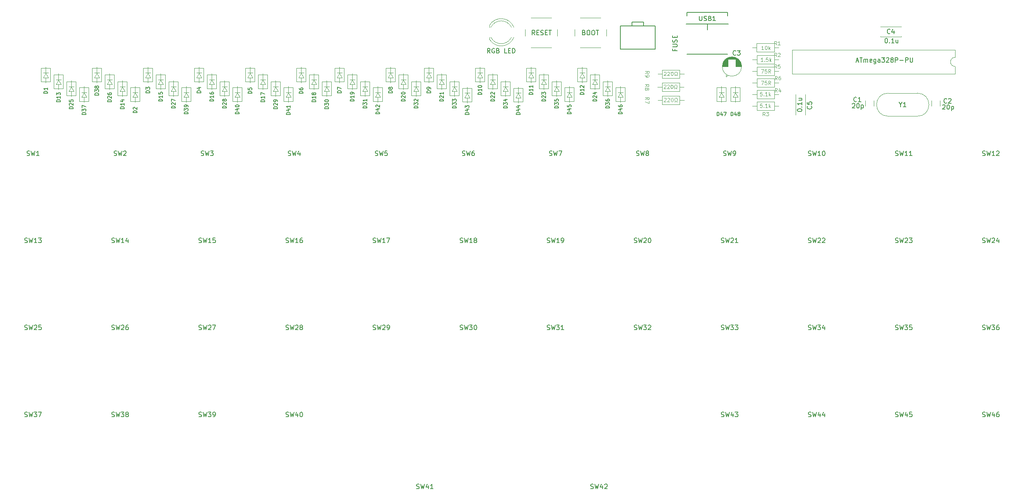
<source format=gbr>
G04 #@! TF.GenerationSoftware,KiCad,Pcbnew,(5.1.4-0-10_14)*
G04 #@! TF.CreationDate,2019-12-01T00:02:32-05:00*
G04 #@! TF.ProjectId,Negligence,4e65676c-6967-4656-9e63-652e6b696361,rev?*
G04 #@! TF.SameCoordinates,Original*
G04 #@! TF.FileFunction,Legend,Top*
G04 #@! TF.FilePolarity,Positive*
%FSLAX46Y46*%
G04 Gerber Fmt 4.6, Leading zero omitted, Abs format (unit mm)*
G04 Created by KiCad (PCBNEW (5.1.4-0-10_14)) date 2019-12-01 00:02:32*
%MOMM*%
%LPD*%
G04 APERTURE LIST*
%ADD10C,0.150000*%
%ADD11C,0.120000*%
%ADD12C,0.203200*%
%ADD13C,0.200000*%
%ADD14C,0.100000*%
G04 APERTURE END LIST*
D10*
X132659619Y-55062380D02*
X132326285Y-54586190D01*
X132088190Y-55062380D02*
X132088190Y-54062380D01*
X132469142Y-54062380D01*
X132564380Y-54110000D01*
X132612000Y-54157619D01*
X132659619Y-54252857D01*
X132659619Y-54395714D01*
X132612000Y-54490952D01*
X132564380Y-54538571D01*
X132469142Y-54586190D01*
X132088190Y-54586190D01*
X133088190Y-54538571D02*
X133421523Y-54538571D01*
X133564380Y-55062380D02*
X133088190Y-55062380D01*
X133088190Y-54062380D01*
X133564380Y-54062380D01*
X133945333Y-55014761D02*
X134088190Y-55062380D01*
X134326285Y-55062380D01*
X134421523Y-55014761D01*
X134469142Y-54967142D01*
X134516761Y-54871904D01*
X134516761Y-54776666D01*
X134469142Y-54681428D01*
X134421523Y-54633809D01*
X134326285Y-54586190D01*
X134135809Y-54538571D01*
X134040571Y-54490952D01*
X133992952Y-54443333D01*
X133945333Y-54348095D01*
X133945333Y-54252857D01*
X133992952Y-54157619D01*
X134040571Y-54110000D01*
X134135809Y-54062380D01*
X134373904Y-54062380D01*
X134516761Y-54110000D01*
X134945333Y-54538571D02*
X135278666Y-54538571D01*
X135421523Y-55062380D02*
X134945333Y-55062380D01*
X134945333Y-54062380D01*
X135421523Y-54062380D01*
X135707238Y-54062380D02*
X136278666Y-54062380D01*
X135992952Y-55062380D02*
X135992952Y-54062380D01*
X143422857Y-54538571D02*
X143565714Y-54586190D01*
X143613333Y-54633809D01*
X143660952Y-54729047D01*
X143660952Y-54871904D01*
X143613333Y-54967142D01*
X143565714Y-55014761D01*
X143470476Y-55062380D01*
X143089523Y-55062380D01*
X143089523Y-54062380D01*
X143422857Y-54062380D01*
X143518095Y-54110000D01*
X143565714Y-54157619D01*
X143613333Y-54252857D01*
X143613333Y-54348095D01*
X143565714Y-54443333D01*
X143518095Y-54490952D01*
X143422857Y-54538571D01*
X143089523Y-54538571D01*
X144280000Y-54062380D02*
X144470476Y-54062380D01*
X144565714Y-54110000D01*
X144660952Y-54205238D01*
X144708571Y-54395714D01*
X144708571Y-54729047D01*
X144660952Y-54919523D01*
X144565714Y-55014761D01*
X144470476Y-55062380D01*
X144280000Y-55062380D01*
X144184761Y-55014761D01*
X144089523Y-54919523D01*
X144041904Y-54729047D01*
X144041904Y-54395714D01*
X144089523Y-54205238D01*
X144184761Y-54110000D01*
X144280000Y-54062380D01*
X145327619Y-54062380D02*
X145518095Y-54062380D01*
X145613333Y-54110000D01*
X145708571Y-54205238D01*
X145756190Y-54395714D01*
X145756190Y-54729047D01*
X145708571Y-54919523D01*
X145613333Y-55014761D01*
X145518095Y-55062380D01*
X145327619Y-55062380D01*
X145232380Y-55014761D01*
X145137142Y-54919523D01*
X145089523Y-54729047D01*
X145089523Y-54395714D01*
X145137142Y-54205238D01*
X145232380Y-54110000D01*
X145327619Y-54062380D01*
X146041904Y-54062380D02*
X146613333Y-54062380D01*
X146327619Y-55062380D02*
X146327619Y-54062380D01*
D11*
X160513000Y-62707000D02*
X160513000Y-64547000D01*
X160513000Y-64547000D02*
X164353000Y-64547000D01*
X164353000Y-64547000D02*
X164353000Y-62707000D01*
X164353000Y-62707000D02*
X160513000Y-62707000D01*
X159563000Y-63627000D02*
X160513000Y-63627000D01*
X165303000Y-63627000D02*
X164353000Y-63627000D01*
X160465000Y-65562000D02*
X160465000Y-67402000D01*
X160465000Y-67402000D02*
X164305000Y-67402000D01*
X164305000Y-67402000D02*
X164305000Y-65562000D01*
X164305000Y-65562000D02*
X160465000Y-65562000D01*
X159515000Y-66482000D02*
X160465000Y-66482000D01*
X165255000Y-66482000D02*
X164305000Y-66482000D01*
X160513000Y-68422000D02*
X160513000Y-70262000D01*
X160513000Y-70262000D02*
X164353000Y-70262000D01*
X164353000Y-70262000D02*
X164353000Y-68422000D01*
X164353000Y-68422000D02*
X160513000Y-68422000D01*
X159563000Y-69342000D02*
X160513000Y-69342000D01*
X165303000Y-69342000D02*
X164353000Y-69342000D01*
X122725500Y-55563000D02*
X122725500Y-56028000D01*
X122725500Y-52938000D02*
X122725500Y-53403000D01*
X127539979Y-55563429D02*
G75*
G02X123030816Y-55563000I-2254479J1080429D01*
G01*
X127539979Y-53402571D02*
G75*
G03X123030816Y-53403000I-2254479J-1080429D01*
G01*
X128073315Y-55563827D02*
G75*
G02X122725500Y-56027830I-2787815J1080827D01*
G01*
X128073315Y-53402173D02*
G75*
G03X122725500Y-52938170I-2787815J-1080827D01*
G01*
X224596000Y-63610000D02*
X224596000Y-61960000D01*
X188916000Y-63610000D02*
X224596000Y-63610000D01*
X188916000Y-58310000D02*
X188916000Y-63610000D01*
X224596000Y-58310000D02*
X188916000Y-58310000D01*
X224596000Y-59960000D02*
X224596000Y-58310000D01*
X224596000Y-61960000D02*
G75*
G02X224596000Y-59960000I0J1000000D01*
G01*
D12*
X159004000Y-53086000D02*
X159004000Y-58166000D01*
X151384000Y-58166000D02*
X151384000Y-53086000D01*
X159004000Y-58166000D02*
X151384000Y-58166000D01*
X151384000Y-53086000D02*
X159004000Y-53086000D01*
D13*
X153894000Y-52276000D02*
X153894000Y-53076000D01*
X156444000Y-52276000D02*
X153894000Y-52276000D01*
X156444000Y-53076000D02*
X156444000Y-52276000D01*
D11*
X177888000Y-61964000D02*
G75*
G03X177888000Y-61964000I-2120000J0D01*
G01*
X176608000Y-61964000D02*
X177848000Y-61964000D01*
X173688000Y-61964000D02*
X174928000Y-61964000D01*
X176608000Y-61924000D02*
X177848000Y-61924000D01*
X173688000Y-61924000D02*
X174928000Y-61924000D01*
X176608000Y-61884000D02*
X177847000Y-61884000D01*
X173689000Y-61884000D02*
X174928000Y-61884000D01*
X173691000Y-61844000D02*
X174928000Y-61844000D01*
X176608000Y-61844000D02*
X177845000Y-61844000D01*
X173694000Y-61804000D02*
X174928000Y-61804000D01*
X176608000Y-61804000D02*
X177842000Y-61804000D01*
X173697000Y-61764000D02*
X174928000Y-61764000D01*
X176608000Y-61764000D02*
X177839000Y-61764000D01*
X173701000Y-61724000D02*
X174928000Y-61724000D01*
X176608000Y-61724000D02*
X177835000Y-61724000D01*
X173706000Y-61684000D02*
X174928000Y-61684000D01*
X176608000Y-61684000D02*
X177830000Y-61684000D01*
X173712000Y-61644000D02*
X174928000Y-61644000D01*
X176608000Y-61644000D02*
X177824000Y-61644000D01*
X173718000Y-61604000D02*
X174928000Y-61604000D01*
X176608000Y-61604000D02*
X177818000Y-61604000D01*
X173726000Y-61564000D02*
X174928000Y-61564000D01*
X176608000Y-61564000D02*
X177810000Y-61564000D01*
X173734000Y-61524000D02*
X174928000Y-61524000D01*
X176608000Y-61524000D02*
X177802000Y-61524000D01*
X173743000Y-61484000D02*
X174928000Y-61484000D01*
X176608000Y-61484000D02*
X177793000Y-61484000D01*
X173752000Y-61444000D02*
X174928000Y-61444000D01*
X176608000Y-61444000D02*
X177784000Y-61444000D01*
X173763000Y-61404000D02*
X174928000Y-61404000D01*
X176608000Y-61404000D02*
X177773000Y-61404000D01*
X173774000Y-61364000D02*
X174928000Y-61364000D01*
X176608000Y-61364000D02*
X177762000Y-61364000D01*
X173786000Y-61324000D02*
X174928000Y-61324000D01*
X176608000Y-61324000D02*
X177750000Y-61324000D01*
X173800000Y-61284000D02*
X174928000Y-61284000D01*
X176608000Y-61284000D02*
X177736000Y-61284000D01*
X173814000Y-61243000D02*
X174928000Y-61243000D01*
X176608000Y-61243000D02*
X177722000Y-61243000D01*
X173828000Y-61203000D02*
X174928000Y-61203000D01*
X176608000Y-61203000D02*
X177708000Y-61203000D01*
X173844000Y-61163000D02*
X174928000Y-61163000D01*
X176608000Y-61163000D02*
X177692000Y-61163000D01*
X173861000Y-61123000D02*
X174928000Y-61123000D01*
X176608000Y-61123000D02*
X177675000Y-61123000D01*
X173879000Y-61083000D02*
X174928000Y-61083000D01*
X176608000Y-61083000D02*
X177657000Y-61083000D01*
X173898000Y-61043000D02*
X174928000Y-61043000D01*
X176608000Y-61043000D02*
X177638000Y-61043000D01*
X173917000Y-61003000D02*
X174928000Y-61003000D01*
X176608000Y-61003000D02*
X177619000Y-61003000D01*
X173938000Y-60963000D02*
X174928000Y-60963000D01*
X176608000Y-60963000D02*
X177598000Y-60963000D01*
X173960000Y-60923000D02*
X174928000Y-60923000D01*
X176608000Y-60923000D02*
X177576000Y-60923000D01*
X173983000Y-60883000D02*
X174928000Y-60883000D01*
X176608000Y-60883000D02*
X177553000Y-60883000D01*
X174008000Y-60843000D02*
X174928000Y-60843000D01*
X176608000Y-60843000D02*
X177528000Y-60843000D01*
X174033000Y-60803000D02*
X174928000Y-60803000D01*
X176608000Y-60803000D02*
X177503000Y-60803000D01*
X174060000Y-60763000D02*
X174928000Y-60763000D01*
X176608000Y-60763000D02*
X177476000Y-60763000D01*
X174088000Y-60723000D02*
X174928000Y-60723000D01*
X176608000Y-60723000D02*
X177448000Y-60723000D01*
X174118000Y-60683000D02*
X174928000Y-60683000D01*
X176608000Y-60683000D02*
X177418000Y-60683000D01*
X174149000Y-60643000D02*
X174928000Y-60643000D01*
X176608000Y-60643000D02*
X177387000Y-60643000D01*
X174181000Y-60603000D02*
X174928000Y-60603000D01*
X176608000Y-60603000D02*
X177355000Y-60603000D01*
X174216000Y-60563000D02*
X174928000Y-60563000D01*
X176608000Y-60563000D02*
X177320000Y-60563000D01*
X174252000Y-60523000D02*
X174928000Y-60523000D01*
X176608000Y-60523000D02*
X177284000Y-60523000D01*
X174290000Y-60483000D02*
X174928000Y-60483000D01*
X176608000Y-60483000D02*
X177246000Y-60483000D01*
X174330000Y-60443000D02*
X174928000Y-60443000D01*
X176608000Y-60443000D02*
X177206000Y-60443000D01*
X174372000Y-60403000D02*
X174928000Y-60403000D01*
X176608000Y-60403000D02*
X177164000Y-60403000D01*
X174417000Y-60363000D02*
X177119000Y-60363000D01*
X174464000Y-60323000D02*
X177072000Y-60323000D01*
X174514000Y-60283000D02*
X177022000Y-60283000D01*
X174568000Y-60243000D02*
X176968000Y-60243000D01*
X174626000Y-60203000D02*
X176910000Y-60203000D01*
X174688000Y-60163000D02*
X176848000Y-60163000D01*
X174755000Y-60123000D02*
X176781000Y-60123000D01*
X174828000Y-60083000D02*
X176708000Y-60083000D01*
X174909000Y-60043000D02*
X176627000Y-60043000D01*
X175000000Y-60003000D02*
X176536000Y-60003000D01*
X175104000Y-59963000D02*
X176432000Y-59963000D01*
X175231000Y-59923000D02*
X176305000Y-59923000D01*
X175398000Y-59883000D02*
X176138000Y-59883000D01*
X174573000Y-64233801D02*
X174573000Y-63833801D01*
X174373000Y-64033801D02*
X174773000Y-64033801D01*
X219425000Y-70649500D02*
X219425000Y-69391500D01*
X221265000Y-70649500D02*
X221265000Y-69391500D01*
X206787000Y-70649500D02*
X206787000Y-69391500D01*
X204947000Y-70649500D02*
X204947000Y-69391500D01*
X191824000Y-68048000D02*
X191824000Y-72588000D01*
X189684000Y-68048000D02*
X189684000Y-72588000D01*
X191824000Y-68048000D02*
X191809000Y-68048000D01*
X189699000Y-68048000D02*
X189684000Y-68048000D01*
X191824000Y-72588000D02*
X191809000Y-72588000D01*
X189699000Y-72588000D02*
X189684000Y-72588000D01*
X212796000Y-55411000D02*
X212796000Y-55426000D01*
X212796000Y-53286000D02*
X212796000Y-53301000D01*
X208256000Y-55411000D02*
X208256000Y-55426000D01*
X208256000Y-53286000D02*
X208256000Y-53301000D01*
X208256000Y-55426000D02*
X212796000Y-55426000D01*
X208256000Y-53286000D02*
X212796000Y-53286000D01*
X209942500Y-67801250D02*
G75*
G03X209942500Y-72851250I0J-2525000D01*
G01*
X216342500Y-67801250D02*
G75*
G02X216342500Y-72851250I0J-2525000D01*
G01*
X216342500Y-67801250D02*
X209942500Y-67801250D01*
X216342500Y-72851250D02*
X209942500Y-72851250D01*
D10*
X174995500Y-52629000D02*
X165745500Y-52629000D01*
X174845500Y-59289000D02*
X165895500Y-59289000D01*
X165890500Y-50879000D02*
X165895500Y-50119000D01*
X174845500Y-50119000D02*
X165895500Y-50119000D01*
X174845500Y-50119000D02*
X174850500Y-50879000D01*
X170370500Y-52629000D02*
X170370500Y-53899000D01*
D11*
X147082000Y-51324000D02*
X142582000Y-51324000D01*
X148332000Y-55324000D02*
X148332000Y-53824000D01*
X142582000Y-57824000D02*
X147082000Y-57824000D01*
X141332000Y-53824000D02*
X141332000Y-55324000D01*
X136310000Y-51324000D02*
X131810000Y-51324000D01*
X137560000Y-55324000D02*
X137560000Y-53824000D01*
X131810000Y-57824000D02*
X136310000Y-57824000D01*
X130560000Y-53824000D02*
X130560000Y-55324000D01*
X185054000Y-66452000D02*
X185054000Y-64612000D01*
X185054000Y-64612000D02*
X181214000Y-64612000D01*
X181214000Y-64612000D02*
X181214000Y-66452000D01*
X181214000Y-66452000D02*
X185054000Y-66452000D01*
X186004000Y-65532000D02*
X185054000Y-65532000D01*
X180264000Y-65532000D02*
X181214000Y-65532000D01*
X185054000Y-63912000D02*
X185054000Y-62072000D01*
X185054000Y-62072000D02*
X181214000Y-62072000D01*
X181214000Y-62072000D02*
X181214000Y-63912000D01*
X181214000Y-63912000D02*
X185054000Y-63912000D01*
X186004000Y-62992000D02*
X185054000Y-62992000D01*
X180264000Y-62992000D02*
X181214000Y-62992000D01*
X181214000Y-67152000D02*
X181214000Y-68992000D01*
X181214000Y-68992000D02*
X185054000Y-68992000D01*
X185054000Y-68992000D02*
X185054000Y-67152000D01*
X185054000Y-67152000D02*
X181214000Y-67152000D01*
X180264000Y-68072000D02*
X181214000Y-68072000D01*
X186004000Y-68072000D02*
X185054000Y-68072000D01*
X181214000Y-69692000D02*
X181214000Y-71532000D01*
X181214000Y-71532000D02*
X185054000Y-71532000D01*
X185054000Y-71532000D02*
X185054000Y-69692000D01*
X185054000Y-69692000D02*
X181214000Y-69692000D01*
X180264000Y-70612000D02*
X181214000Y-70612000D01*
X186004000Y-70612000D02*
X185054000Y-70612000D01*
X185054000Y-61372000D02*
X185054000Y-59532000D01*
X185054000Y-59532000D02*
X181214000Y-59532000D01*
X181214000Y-59532000D02*
X181214000Y-61372000D01*
X181214000Y-61372000D02*
X185054000Y-61372000D01*
X186004000Y-60452000D02*
X185054000Y-60452000D01*
X180264000Y-60452000D02*
X181214000Y-60452000D01*
X185019499Y-58768500D02*
X185019499Y-56928500D01*
X185019499Y-56928500D02*
X181179499Y-56928500D01*
X181179499Y-56928500D02*
X181179499Y-58768500D01*
X181179499Y-58768500D02*
X185019499Y-58768500D01*
X185969499Y-57848500D02*
X185019499Y-57848500D01*
X180229499Y-57848500D02*
X181179499Y-57848500D01*
X175530000Y-66602000D02*
X175530000Y-69572000D01*
X177530000Y-66592000D02*
X177520000Y-69582000D01*
X175530000Y-69582000D02*
X177520000Y-69582000D01*
X176540000Y-69792000D02*
X176540000Y-68672000D01*
X176540000Y-66332000D02*
X176540000Y-67612000D01*
X175530000Y-66592000D02*
X177530000Y-66592000D01*
X176540000Y-67722000D02*
X177080000Y-68672000D01*
X176530000Y-67732000D02*
X176000000Y-68642000D01*
X176000000Y-68672000D02*
X177080000Y-68672000D01*
X176000000Y-67622000D02*
X177080000Y-67622000D01*
X172482000Y-66602000D02*
X172482000Y-69572000D01*
X174482000Y-66592000D02*
X174472000Y-69582000D01*
X172482000Y-69582000D02*
X174472000Y-69582000D01*
X173492000Y-69792000D02*
X173492000Y-68672000D01*
X173492000Y-66332000D02*
X173492000Y-67612000D01*
X172482000Y-66592000D02*
X174482000Y-66592000D01*
X173492000Y-67722000D02*
X174032000Y-68672000D01*
X173482000Y-67732000D02*
X172952000Y-68642000D01*
X172952000Y-68672000D02*
X174032000Y-68672000D01*
X172952000Y-67622000D02*
X174032000Y-67622000D01*
X150384000Y-66602000D02*
X150384000Y-69572000D01*
X152384000Y-66592000D02*
X152374000Y-69582000D01*
X150384000Y-69582000D02*
X152374000Y-69582000D01*
X151394000Y-69792000D02*
X151394000Y-68672000D01*
X151394000Y-66332000D02*
X151394000Y-67612000D01*
X150384000Y-66592000D02*
X152384000Y-66592000D01*
X151394000Y-67722000D02*
X151934000Y-68672000D01*
X151384000Y-67732000D02*
X150854000Y-68642000D01*
X150854000Y-68672000D02*
X151934000Y-68672000D01*
X150854000Y-67622000D02*
X151934000Y-67622000D01*
X139208000Y-66602000D02*
X139208000Y-69572000D01*
X141208000Y-66592000D02*
X141198000Y-69582000D01*
X139208000Y-69582000D02*
X141198000Y-69582000D01*
X140218000Y-69792000D02*
X140218000Y-68672000D01*
X140218000Y-66332000D02*
X140218000Y-67612000D01*
X139208000Y-66592000D02*
X141208000Y-66592000D01*
X140218000Y-67722000D02*
X140758000Y-68672000D01*
X140208000Y-67732000D02*
X139678000Y-68642000D01*
X139678000Y-68672000D02*
X140758000Y-68672000D01*
X139678000Y-67622000D02*
X140758000Y-67622000D01*
X128032000Y-66729000D02*
X128032000Y-69699000D01*
X130032000Y-66719000D02*
X130022000Y-69709000D01*
X128032000Y-69709000D02*
X130022000Y-69709000D01*
X129042000Y-69919000D02*
X129042000Y-68799000D01*
X129042000Y-66459000D02*
X129042000Y-67739000D01*
X128032000Y-66719000D02*
X130032000Y-66719000D01*
X129042000Y-67849000D02*
X129582000Y-68799000D01*
X129032000Y-67859000D02*
X128502000Y-68769000D01*
X128502000Y-68799000D02*
X129582000Y-68799000D01*
X128502000Y-67749000D02*
X129582000Y-67749000D01*
X116856000Y-66729000D02*
X116856000Y-69699000D01*
X118856000Y-66719000D02*
X118846000Y-69709000D01*
X116856000Y-69709000D02*
X118846000Y-69709000D01*
X117866000Y-69919000D02*
X117866000Y-68799000D01*
X117866000Y-66459000D02*
X117866000Y-67739000D01*
X116856000Y-66719000D02*
X118856000Y-66719000D01*
X117866000Y-67849000D02*
X118406000Y-68799000D01*
X117856000Y-67859000D02*
X117326000Y-68769000D01*
X117326000Y-68799000D02*
X118406000Y-68799000D01*
X117326000Y-67749000D02*
X118406000Y-67749000D01*
X97768000Y-67622000D02*
X98848000Y-67622000D01*
X97768000Y-68672000D02*
X98848000Y-68672000D01*
X98298000Y-67732000D02*
X97768000Y-68642000D01*
X98308000Y-67722000D02*
X98848000Y-68672000D01*
X97298000Y-66592000D02*
X99298000Y-66592000D01*
X98308000Y-66332000D02*
X98308000Y-67612000D01*
X98308000Y-69792000D02*
X98308000Y-68672000D01*
X97298000Y-69582000D02*
X99288000Y-69582000D01*
X99298000Y-66592000D02*
X99288000Y-69582000D01*
X97298000Y-66602000D02*
X97298000Y-69572000D01*
X78210000Y-67622000D02*
X79290000Y-67622000D01*
X78210000Y-68672000D02*
X79290000Y-68672000D01*
X78740000Y-67732000D02*
X78210000Y-68642000D01*
X78750000Y-67722000D02*
X79290000Y-68672000D01*
X77740000Y-66592000D02*
X79740000Y-66592000D01*
X78750000Y-66332000D02*
X78750000Y-67612000D01*
X78750000Y-69792000D02*
X78750000Y-68672000D01*
X77740000Y-69582000D02*
X79730000Y-69582000D01*
X79740000Y-66592000D02*
X79730000Y-69582000D01*
X77740000Y-66602000D02*
X77740000Y-69572000D01*
X66564000Y-66602000D02*
X66564000Y-69572000D01*
X68564000Y-66592000D02*
X68554000Y-69582000D01*
X66564000Y-69582000D02*
X68554000Y-69582000D01*
X67574000Y-69792000D02*
X67574000Y-68672000D01*
X67574000Y-66332000D02*
X67574000Y-67612000D01*
X66564000Y-66592000D02*
X68564000Y-66592000D01*
X67574000Y-67722000D02*
X68114000Y-68672000D01*
X67564000Y-67732000D02*
X67034000Y-68642000D01*
X67034000Y-68672000D02*
X68114000Y-68672000D01*
X67034000Y-67622000D02*
X68114000Y-67622000D01*
X55388000Y-66602000D02*
X55388000Y-69572000D01*
X57388000Y-66592000D02*
X57378000Y-69582000D01*
X55388000Y-69582000D02*
X57378000Y-69582000D01*
X56398000Y-69792000D02*
X56398000Y-68672000D01*
X56398000Y-66332000D02*
X56398000Y-67612000D01*
X55388000Y-66592000D02*
X57388000Y-66592000D01*
X56398000Y-67722000D02*
X56938000Y-68672000D01*
X56388000Y-67732000D02*
X55858000Y-68642000D01*
X55858000Y-68672000D02*
X56938000Y-68672000D01*
X55858000Y-67622000D02*
X56938000Y-67622000D01*
X35830000Y-62340000D02*
X35830000Y-65310000D01*
X37830000Y-62330000D02*
X37820000Y-65320000D01*
X35830000Y-65320000D02*
X37820000Y-65320000D01*
X36840000Y-65530000D02*
X36840000Y-64410000D01*
X36840000Y-62070000D02*
X36840000Y-63350000D01*
X35830000Y-62330000D02*
X37830000Y-62330000D01*
X36840000Y-63460000D02*
X37380000Y-64410000D01*
X36830000Y-63470000D02*
X36300000Y-64380000D01*
X36300000Y-64410000D02*
X37380000Y-64410000D01*
X36300000Y-63360000D02*
X37380000Y-63360000D01*
X33036000Y-66602000D02*
X33036000Y-69572000D01*
X35036000Y-66592000D02*
X35026000Y-69582000D01*
X33036000Y-69582000D02*
X35026000Y-69582000D01*
X34046000Y-69792000D02*
X34046000Y-68672000D01*
X34046000Y-66332000D02*
X34046000Y-67612000D01*
X33036000Y-66592000D02*
X35036000Y-66592000D01*
X34046000Y-67722000D02*
X34586000Y-68672000D01*
X34036000Y-67732000D02*
X33506000Y-68642000D01*
X33506000Y-68672000D02*
X34586000Y-68672000D01*
X33506000Y-67622000D02*
X34586000Y-67622000D01*
X147590000Y-65332000D02*
X147590000Y-68302000D01*
X149590000Y-65322000D02*
X149580000Y-68312000D01*
X147590000Y-68312000D02*
X149580000Y-68312000D01*
X148600000Y-68522000D02*
X148600000Y-67402000D01*
X148600000Y-65062000D02*
X148600000Y-66342000D01*
X147590000Y-65322000D02*
X149590000Y-65322000D01*
X148600000Y-66452000D02*
X149140000Y-67402000D01*
X148590000Y-66462000D02*
X148060000Y-67372000D01*
X148060000Y-67402000D02*
X149140000Y-67402000D01*
X148060000Y-66352000D02*
X149140000Y-66352000D01*
X136414000Y-65332000D02*
X136414000Y-68302000D01*
X138414000Y-65322000D02*
X138404000Y-68312000D01*
X136414000Y-68312000D02*
X138404000Y-68312000D01*
X137424000Y-68522000D02*
X137424000Y-67402000D01*
X137424000Y-65062000D02*
X137424000Y-66342000D01*
X136414000Y-65322000D02*
X138414000Y-65322000D01*
X137424000Y-66452000D02*
X137964000Y-67402000D01*
X137414000Y-66462000D02*
X136884000Y-67372000D01*
X136884000Y-67402000D02*
X137964000Y-67402000D01*
X136884000Y-66352000D02*
X137964000Y-66352000D01*
X125238000Y-65332000D02*
X125238000Y-68302000D01*
X127238000Y-65322000D02*
X127228000Y-68312000D01*
X125238000Y-68312000D02*
X127228000Y-68312000D01*
X126248000Y-68522000D02*
X126248000Y-67402000D01*
X126248000Y-65062000D02*
X126248000Y-66342000D01*
X125238000Y-65322000D02*
X127238000Y-65322000D01*
X126248000Y-66452000D02*
X126788000Y-67402000D01*
X126238000Y-66462000D02*
X125708000Y-67372000D01*
X125708000Y-67402000D02*
X126788000Y-67402000D01*
X125708000Y-66352000D02*
X126788000Y-66352000D01*
X114062000Y-65332000D02*
X114062000Y-68302000D01*
X116062000Y-65322000D02*
X116052000Y-68312000D01*
X114062000Y-68312000D02*
X116052000Y-68312000D01*
X115072000Y-68522000D02*
X115072000Y-67402000D01*
X115072000Y-65062000D02*
X115072000Y-66342000D01*
X114062000Y-65322000D02*
X116062000Y-65322000D01*
X115072000Y-66452000D02*
X115612000Y-67402000D01*
X115062000Y-66462000D02*
X114532000Y-67372000D01*
X114532000Y-67402000D02*
X115612000Y-67402000D01*
X114532000Y-66352000D02*
X115612000Y-66352000D01*
X105680000Y-65332000D02*
X105680000Y-68302000D01*
X107680000Y-65322000D02*
X107670000Y-68312000D01*
X105680000Y-68312000D02*
X107670000Y-68312000D01*
X106690000Y-68522000D02*
X106690000Y-67402000D01*
X106690000Y-65062000D02*
X106690000Y-66342000D01*
X105680000Y-65322000D02*
X107680000Y-65322000D01*
X106690000Y-66452000D02*
X107230000Y-67402000D01*
X106680000Y-66462000D02*
X106150000Y-67372000D01*
X106150000Y-67402000D02*
X107230000Y-67402000D01*
X106150000Y-66352000D02*
X107230000Y-66352000D01*
X94504000Y-65332000D02*
X94504000Y-68302000D01*
X96504000Y-65322000D02*
X96494000Y-68312000D01*
X94504000Y-68312000D02*
X96494000Y-68312000D01*
X95514000Y-68522000D02*
X95514000Y-67402000D01*
X95514000Y-65062000D02*
X95514000Y-66342000D01*
X94504000Y-65322000D02*
X96504000Y-65322000D01*
X95514000Y-66452000D02*
X96054000Y-67402000D01*
X95504000Y-66462000D02*
X94974000Y-67372000D01*
X94974000Y-67402000D02*
X96054000Y-67402000D01*
X94974000Y-66352000D02*
X96054000Y-66352000D01*
X86122000Y-65332000D02*
X86122000Y-68302000D01*
X88122000Y-65322000D02*
X88112000Y-68312000D01*
X86122000Y-68312000D02*
X88112000Y-68312000D01*
X87132000Y-68522000D02*
X87132000Y-67402000D01*
X87132000Y-65062000D02*
X87132000Y-66342000D01*
X86122000Y-65322000D02*
X88122000Y-65322000D01*
X87132000Y-66452000D02*
X87672000Y-67402000D01*
X87122000Y-66462000D02*
X86592000Y-67372000D01*
X86592000Y-67402000D02*
X87672000Y-67402000D01*
X86592000Y-66352000D02*
X87672000Y-66352000D01*
X74946000Y-65332000D02*
X74946000Y-68302000D01*
X76946000Y-65322000D02*
X76936000Y-68312000D01*
X74946000Y-68312000D02*
X76936000Y-68312000D01*
X75956000Y-68522000D02*
X75956000Y-67402000D01*
X75956000Y-65062000D02*
X75956000Y-66342000D01*
X74946000Y-65322000D02*
X76946000Y-65322000D01*
X75956000Y-66452000D02*
X76496000Y-67402000D01*
X75946000Y-66462000D02*
X75416000Y-67372000D01*
X75416000Y-67402000D02*
X76496000Y-67402000D01*
X75416000Y-66352000D02*
X76496000Y-66352000D01*
X63770000Y-65332000D02*
X63770000Y-68302000D01*
X65770000Y-65322000D02*
X65760000Y-68312000D01*
X63770000Y-68312000D02*
X65760000Y-68312000D01*
X64780000Y-68522000D02*
X64780000Y-67402000D01*
X64780000Y-65062000D02*
X64780000Y-66342000D01*
X63770000Y-65322000D02*
X65770000Y-65322000D01*
X64780000Y-66452000D02*
X65320000Y-67402000D01*
X64770000Y-66462000D02*
X64240000Y-67372000D01*
X64240000Y-67402000D02*
X65320000Y-67402000D01*
X64240000Y-66352000D02*
X65320000Y-66352000D01*
X52594000Y-65332000D02*
X52594000Y-68302000D01*
X54594000Y-65322000D02*
X54584000Y-68312000D01*
X52594000Y-68312000D02*
X54584000Y-68312000D01*
X53604000Y-68522000D02*
X53604000Y-67402000D01*
X53604000Y-65062000D02*
X53604000Y-66342000D01*
X52594000Y-65322000D02*
X54594000Y-65322000D01*
X53604000Y-66452000D02*
X54144000Y-67402000D01*
X53594000Y-66462000D02*
X53064000Y-67372000D01*
X53064000Y-67402000D02*
X54144000Y-67402000D01*
X53064000Y-66352000D02*
X54144000Y-66352000D01*
X38624000Y-63808000D02*
X38624000Y-66778000D01*
X40624000Y-63798000D02*
X40614000Y-66788000D01*
X38624000Y-66788000D02*
X40614000Y-66788000D01*
X39634000Y-66998000D02*
X39634000Y-65878000D01*
X39634000Y-63538000D02*
X39634000Y-64818000D01*
X38624000Y-63798000D02*
X40624000Y-63798000D01*
X39634000Y-64928000D02*
X40174000Y-65878000D01*
X39624000Y-64938000D02*
X39094000Y-65848000D01*
X39094000Y-65878000D02*
X40174000Y-65878000D01*
X39094000Y-64828000D02*
X40174000Y-64828000D01*
X30242000Y-65332000D02*
X30242000Y-68302000D01*
X32242000Y-65322000D02*
X32232000Y-68312000D01*
X30242000Y-68312000D02*
X32232000Y-68312000D01*
X31252000Y-68522000D02*
X31252000Y-67402000D01*
X31252000Y-65062000D02*
X31252000Y-66342000D01*
X30242000Y-65322000D02*
X32242000Y-65322000D01*
X31252000Y-66452000D02*
X31792000Y-67402000D01*
X31242000Y-66462000D02*
X30712000Y-67372000D01*
X30712000Y-67402000D02*
X31792000Y-67402000D01*
X30712000Y-66352000D02*
X31792000Y-66352000D01*
X144796000Y-63808000D02*
X144796000Y-66778000D01*
X146796000Y-63798000D02*
X146786000Y-66788000D01*
X144796000Y-66788000D02*
X146786000Y-66788000D01*
X145806000Y-66998000D02*
X145806000Y-65878000D01*
X145806000Y-63538000D02*
X145806000Y-64818000D01*
X144796000Y-63798000D02*
X146796000Y-63798000D01*
X145806000Y-64928000D02*
X146346000Y-65878000D01*
X145796000Y-64938000D02*
X145266000Y-65848000D01*
X145266000Y-65878000D02*
X146346000Y-65878000D01*
X145266000Y-64828000D02*
X146346000Y-64828000D01*
X133620000Y-63808000D02*
X133620000Y-66778000D01*
X135620000Y-63798000D02*
X135610000Y-66788000D01*
X133620000Y-66788000D02*
X135610000Y-66788000D01*
X134630000Y-66998000D02*
X134630000Y-65878000D01*
X134630000Y-63538000D02*
X134630000Y-64818000D01*
X133620000Y-63798000D02*
X135620000Y-63798000D01*
X134630000Y-64928000D02*
X135170000Y-65878000D01*
X134620000Y-64938000D02*
X134090000Y-65848000D01*
X134090000Y-65878000D02*
X135170000Y-65878000D01*
X134090000Y-64828000D02*
X135170000Y-64828000D01*
X122444000Y-63808000D02*
X122444000Y-66778000D01*
X124444000Y-63798000D02*
X124434000Y-66788000D01*
X122444000Y-66788000D02*
X124434000Y-66788000D01*
X123454000Y-66998000D02*
X123454000Y-65878000D01*
X123454000Y-63538000D02*
X123454000Y-64818000D01*
X122444000Y-63798000D02*
X124444000Y-63798000D01*
X123454000Y-64928000D02*
X123994000Y-65878000D01*
X123444000Y-64938000D02*
X122914000Y-65848000D01*
X122914000Y-65878000D02*
X123994000Y-65878000D01*
X122914000Y-64828000D02*
X123994000Y-64828000D01*
X111268000Y-63808000D02*
X111268000Y-66778000D01*
X113268000Y-63798000D02*
X113258000Y-66788000D01*
X111268000Y-66788000D02*
X113258000Y-66788000D01*
X112278000Y-66998000D02*
X112278000Y-65878000D01*
X112278000Y-63538000D02*
X112278000Y-64818000D01*
X111268000Y-63798000D02*
X113268000Y-63798000D01*
X112278000Y-64928000D02*
X112818000Y-65878000D01*
X112268000Y-64938000D02*
X111738000Y-65848000D01*
X111738000Y-65878000D02*
X112818000Y-65878000D01*
X111738000Y-64828000D02*
X112818000Y-64828000D01*
X102886000Y-63808000D02*
X102886000Y-66778000D01*
X104886000Y-63798000D02*
X104876000Y-66788000D01*
X102886000Y-66788000D02*
X104876000Y-66788000D01*
X103896000Y-66998000D02*
X103896000Y-65878000D01*
X103896000Y-63538000D02*
X103896000Y-64818000D01*
X102886000Y-63798000D02*
X104886000Y-63798000D01*
X103896000Y-64928000D02*
X104436000Y-65878000D01*
X103886000Y-64938000D02*
X103356000Y-65848000D01*
X103356000Y-65878000D02*
X104436000Y-65878000D01*
X103356000Y-64828000D02*
X104436000Y-64828000D01*
X91710000Y-63808000D02*
X91710000Y-66778000D01*
X93710000Y-63798000D02*
X93700000Y-66788000D01*
X91710000Y-66788000D02*
X93700000Y-66788000D01*
X92720000Y-66998000D02*
X92720000Y-65878000D01*
X92720000Y-63538000D02*
X92720000Y-64818000D01*
X91710000Y-63798000D02*
X93710000Y-63798000D01*
X92720000Y-64928000D02*
X93260000Y-65878000D01*
X92710000Y-64938000D02*
X92180000Y-65848000D01*
X92180000Y-65878000D02*
X93260000Y-65878000D01*
X92180000Y-64828000D02*
X93260000Y-64828000D01*
X83328000Y-63808000D02*
X83328000Y-66778000D01*
X85328000Y-63798000D02*
X85318000Y-66788000D01*
X83328000Y-66788000D02*
X85318000Y-66788000D01*
X84338000Y-66998000D02*
X84338000Y-65878000D01*
X84338000Y-63538000D02*
X84338000Y-64818000D01*
X83328000Y-63798000D02*
X85328000Y-63798000D01*
X84338000Y-64928000D02*
X84878000Y-65878000D01*
X84328000Y-64938000D02*
X83798000Y-65848000D01*
X83798000Y-65878000D02*
X84878000Y-65878000D01*
X83798000Y-64828000D02*
X84878000Y-64828000D01*
X72152000Y-63808000D02*
X72152000Y-66778000D01*
X74152000Y-63798000D02*
X74142000Y-66788000D01*
X72152000Y-66788000D02*
X74142000Y-66788000D01*
X73162000Y-66998000D02*
X73162000Y-65878000D01*
X73162000Y-63538000D02*
X73162000Y-64818000D01*
X72152000Y-63798000D02*
X74152000Y-63798000D01*
X73162000Y-64928000D02*
X73702000Y-65878000D01*
X73152000Y-64938000D02*
X72622000Y-65848000D01*
X72622000Y-65878000D02*
X73702000Y-65878000D01*
X72622000Y-64828000D02*
X73702000Y-64828000D01*
X60976000Y-63808000D02*
X60976000Y-66778000D01*
X62976000Y-63798000D02*
X62966000Y-66788000D01*
X60976000Y-66788000D02*
X62966000Y-66788000D01*
X61986000Y-66998000D02*
X61986000Y-65878000D01*
X61986000Y-63538000D02*
X61986000Y-64818000D01*
X60976000Y-63798000D02*
X62976000Y-63798000D01*
X61986000Y-64928000D02*
X62526000Y-65878000D01*
X61976000Y-64938000D02*
X61446000Y-65848000D01*
X61446000Y-65878000D02*
X62526000Y-65878000D01*
X61446000Y-64828000D02*
X62526000Y-64828000D01*
X49800000Y-63808000D02*
X49800000Y-66778000D01*
X51800000Y-63798000D02*
X51790000Y-66788000D01*
X49800000Y-66788000D02*
X51790000Y-66788000D01*
X50810000Y-66998000D02*
X50810000Y-65878000D01*
X50810000Y-63538000D02*
X50810000Y-64818000D01*
X49800000Y-63798000D02*
X51800000Y-63798000D01*
X50810000Y-64928000D02*
X51350000Y-65878000D01*
X50800000Y-64938000D02*
X50270000Y-65848000D01*
X50270000Y-65878000D02*
X51350000Y-65878000D01*
X50270000Y-64828000D02*
X51350000Y-64828000D01*
X41418000Y-65332000D02*
X41418000Y-68302000D01*
X43418000Y-65322000D02*
X43408000Y-68312000D01*
X41418000Y-68312000D02*
X43408000Y-68312000D01*
X42428000Y-68522000D02*
X42428000Y-67402000D01*
X42428000Y-65062000D02*
X42428000Y-66342000D01*
X41418000Y-65322000D02*
X43418000Y-65322000D01*
X42428000Y-66452000D02*
X42968000Y-67402000D01*
X42418000Y-66462000D02*
X41888000Y-67372000D01*
X41888000Y-67402000D02*
X42968000Y-67402000D01*
X41888000Y-66352000D02*
X42968000Y-66352000D01*
X27918000Y-64828000D02*
X28998000Y-64828000D01*
X27918000Y-65878000D02*
X28998000Y-65878000D01*
X28448000Y-64938000D02*
X27918000Y-65848000D01*
X28458000Y-64928000D02*
X28998000Y-65878000D01*
X27448000Y-63798000D02*
X29448000Y-63798000D01*
X28458000Y-63538000D02*
X28458000Y-64818000D01*
X28458000Y-66998000D02*
X28458000Y-65878000D01*
X27448000Y-66788000D02*
X29438000Y-66788000D01*
X29448000Y-63798000D02*
X29438000Y-66788000D01*
X27448000Y-63808000D02*
X27448000Y-66778000D01*
X142002000Y-62340000D02*
X142002000Y-65310000D01*
X144002000Y-62330000D02*
X143992000Y-65320000D01*
X142002000Y-65320000D02*
X143992000Y-65320000D01*
X143012000Y-65530000D02*
X143012000Y-64410000D01*
X143012000Y-62070000D02*
X143012000Y-63350000D01*
X142002000Y-62330000D02*
X144002000Y-62330000D01*
X143012000Y-63460000D02*
X143552000Y-64410000D01*
X143002000Y-63470000D02*
X142472000Y-64380000D01*
X142472000Y-64410000D02*
X143552000Y-64410000D01*
X142472000Y-63360000D02*
X143552000Y-63360000D01*
X130826000Y-62340000D02*
X130826000Y-65310000D01*
X132826000Y-62330000D02*
X132816000Y-65320000D01*
X130826000Y-65320000D02*
X132816000Y-65320000D01*
X131836000Y-65530000D02*
X131836000Y-64410000D01*
X131836000Y-62070000D02*
X131836000Y-63350000D01*
X130826000Y-62330000D02*
X132826000Y-62330000D01*
X131836000Y-63460000D02*
X132376000Y-64410000D01*
X131826000Y-63470000D02*
X131296000Y-64380000D01*
X131296000Y-64410000D02*
X132376000Y-64410000D01*
X131296000Y-63360000D02*
X132376000Y-63360000D01*
X119650000Y-62340000D02*
X119650000Y-65310000D01*
X121650000Y-62330000D02*
X121640000Y-65320000D01*
X119650000Y-65320000D02*
X121640000Y-65320000D01*
X120660000Y-65530000D02*
X120660000Y-64410000D01*
X120660000Y-62070000D02*
X120660000Y-63350000D01*
X119650000Y-62330000D02*
X121650000Y-62330000D01*
X120660000Y-63460000D02*
X121200000Y-64410000D01*
X120650000Y-63470000D02*
X120120000Y-64380000D01*
X120120000Y-64410000D02*
X121200000Y-64410000D01*
X120120000Y-63360000D02*
X121200000Y-63360000D01*
X108474000Y-62340000D02*
X108474000Y-65310000D01*
X110474000Y-62330000D02*
X110464000Y-65320000D01*
X108474000Y-65320000D02*
X110464000Y-65320000D01*
X109484000Y-65530000D02*
X109484000Y-64410000D01*
X109484000Y-62070000D02*
X109484000Y-63350000D01*
X108474000Y-62330000D02*
X110474000Y-62330000D01*
X109484000Y-63460000D02*
X110024000Y-64410000D01*
X109474000Y-63470000D02*
X108944000Y-64380000D01*
X108944000Y-64410000D02*
X110024000Y-64410000D01*
X108944000Y-63360000D02*
X110024000Y-63360000D01*
X100092000Y-62340000D02*
X100092000Y-65310000D01*
X102092000Y-62330000D02*
X102082000Y-65320000D01*
X100092000Y-65320000D02*
X102082000Y-65320000D01*
X101102000Y-65530000D02*
X101102000Y-64410000D01*
X101102000Y-62070000D02*
X101102000Y-63350000D01*
X100092000Y-62330000D02*
X102092000Y-62330000D01*
X101102000Y-63460000D02*
X101642000Y-64410000D01*
X101092000Y-63470000D02*
X100562000Y-64380000D01*
X100562000Y-64410000D02*
X101642000Y-64410000D01*
X100562000Y-63360000D02*
X101642000Y-63360000D01*
X89386000Y-63360000D02*
X90466000Y-63360000D01*
X89386000Y-64410000D02*
X90466000Y-64410000D01*
X89916000Y-63470000D02*
X89386000Y-64380000D01*
X89926000Y-63460000D02*
X90466000Y-64410000D01*
X88916000Y-62330000D02*
X90916000Y-62330000D01*
X89926000Y-62070000D02*
X89926000Y-63350000D01*
X89926000Y-65530000D02*
X89926000Y-64410000D01*
X88916000Y-65320000D02*
X90906000Y-65320000D01*
X90916000Y-62330000D02*
X90906000Y-65320000D01*
X88916000Y-62340000D02*
X88916000Y-65310000D01*
X80534000Y-62340000D02*
X80534000Y-65310000D01*
X82534000Y-62330000D02*
X82524000Y-65320000D01*
X80534000Y-65320000D02*
X82524000Y-65320000D01*
X81544000Y-65530000D02*
X81544000Y-64410000D01*
X81544000Y-62070000D02*
X81544000Y-63350000D01*
X80534000Y-62330000D02*
X82534000Y-62330000D01*
X81544000Y-63460000D02*
X82084000Y-64410000D01*
X81534000Y-63470000D02*
X81004000Y-64380000D01*
X81004000Y-64410000D02*
X82084000Y-64410000D01*
X81004000Y-63360000D02*
X82084000Y-63360000D01*
X69828000Y-63360000D02*
X70908000Y-63360000D01*
X69828000Y-64410000D02*
X70908000Y-64410000D01*
X70358000Y-63470000D02*
X69828000Y-64380000D01*
X70368000Y-63460000D02*
X70908000Y-64410000D01*
X69358000Y-62330000D02*
X71358000Y-62330000D01*
X70368000Y-62070000D02*
X70368000Y-63350000D01*
X70368000Y-65530000D02*
X70368000Y-64410000D01*
X69358000Y-65320000D02*
X71348000Y-65320000D01*
X71358000Y-62330000D02*
X71348000Y-65320000D01*
X69358000Y-62340000D02*
X69358000Y-65310000D01*
X58182000Y-62340000D02*
X58182000Y-65310000D01*
X60182000Y-62330000D02*
X60172000Y-65320000D01*
X58182000Y-65320000D02*
X60172000Y-65320000D01*
X59192000Y-65530000D02*
X59192000Y-64410000D01*
X59192000Y-62070000D02*
X59192000Y-63350000D01*
X58182000Y-62330000D02*
X60182000Y-62330000D01*
X59192000Y-63460000D02*
X59732000Y-64410000D01*
X59182000Y-63470000D02*
X58652000Y-64380000D01*
X58652000Y-64410000D02*
X59732000Y-64410000D01*
X58652000Y-63360000D02*
X59732000Y-63360000D01*
X47006000Y-62340000D02*
X47006000Y-65310000D01*
X49006000Y-62330000D02*
X48996000Y-65320000D01*
X47006000Y-65320000D02*
X48996000Y-65320000D01*
X48016000Y-65530000D02*
X48016000Y-64410000D01*
X48016000Y-62070000D02*
X48016000Y-63350000D01*
X47006000Y-62330000D02*
X49006000Y-62330000D01*
X48016000Y-63460000D02*
X48556000Y-64410000D01*
X48006000Y-63470000D02*
X47476000Y-64380000D01*
X47476000Y-64410000D02*
X48556000Y-64410000D01*
X47476000Y-63360000D02*
X48556000Y-63360000D01*
X44212000Y-66602000D02*
X44212000Y-69572000D01*
X46212000Y-66592000D02*
X46202000Y-69582000D01*
X44212000Y-69582000D02*
X46202000Y-69582000D01*
X45222000Y-69792000D02*
X45222000Y-68672000D01*
X45222000Y-66332000D02*
X45222000Y-67612000D01*
X44212000Y-66592000D02*
X46212000Y-66592000D01*
X45222000Y-67722000D02*
X45762000Y-68672000D01*
X45212000Y-67732000D02*
X44682000Y-68642000D01*
X44682000Y-68672000D02*
X45762000Y-68672000D01*
X44682000Y-67622000D02*
X45762000Y-67622000D01*
X24654000Y-62340000D02*
X24654000Y-65310000D01*
X26654000Y-62330000D02*
X26644000Y-65320000D01*
X24654000Y-65320000D02*
X26644000Y-65320000D01*
X25664000Y-65530000D02*
X25664000Y-64410000D01*
X25664000Y-62070000D02*
X25664000Y-63350000D01*
X24654000Y-62330000D02*
X26654000Y-62330000D01*
X25664000Y-63460000D02*
X26204000Y-64410000D01*
X25654000Y-63470000D02*
X25124000Y-64380000D01*
X25124000Y-64410000D02*
X26204000Y-64410000D01*
X25124000Y-63360000D02*
X26204000Y-63360000D01*
D14*
X156797066Y-63494777D02*
X157178018Y-63228111D01*
X156797066Y-63037634D02*
X157597066Y-63037634D01*
X157597066Y-63342396D01*
X157558971Y-63418587D01*
X157520875Y-63456682D01*
X157444685Y-63494777D01*
X157330399Y-63494777D01*
X157254209Y-63456682D01*
X157216113Y-63418587D01*
X157178018Y-63342396D01*
X157178018Y-63037634D01*
X156797066Y-63875730D02*
X156797066Y-64028111D01*
X156835161Y-64104301D01*
X156873256Y-64142396D01*
X156987542Y-64218587D01*
X157139923Y-64256682D01*
X157444685Y-64256682D01*
X157520875Y-64218587D01*
X157558971Y-64180491D01*
X157597066Y-64104301D01*
X157597066Y-63951920D01*
X157558971Y-63875730D01*
X157520875Y-63837634D01*
X157444685Y-63799539D01*
X157254209Y-63799539D01*
X157178018Y-63837634D01*
X157139923Y-63875730D01*
X157101828Y-63951920D01*
X157101828Y-64104301D01*
X157139923Y-64180491D01*
X157178018Y-64218587D01*
X157254209Y-64256682D01*
X160908158Y-63216431D02*
X160946254Y-63178336D01*
X161022444Y-63140240D01*
X161212920Y-63140240D01*
X161289111Y-63178336D01*
X161327206Y-63216431D01*
X161365301Y-63292621D01*
X161365301Y-63368812D01*
X161327206Y-63483097D01*
X160870063Y-63940240D01*
X161365301Y-63940240D01*
X161670063Y-63216431D02*
X161708158Y-63178336D01*
X161784349Y-63140240D01*
X161974825Y-63140240D01*
X162051016Y-63178336D01*
X162089111Y-63216431D01*
X162127206Y-63292621D01*
X162127206Y-63368812D01*
X162089111Y-63483097D01*
X161631968Y-63940240D01*
X162127206Y-63940240D01*
X162622444Y-63140240D02*
X162698635Y-63140240D01*
X162774825Y-63178336D01*
X162812920Y-63216431D01*
X162851016Y-63292621D01*
X162889111Y-63445002D01*
X162889111Y-63635478D01*
X162851016Y-63787859D01*
X162812920Y-63864050D01*
X162774825Y-63902145D01*
X162698635Y-63940240D01*
X162622444Y-63940240D01*
X162546254Y-63902145D01*
X162508158Y-63864050D01*
X162470063Y-63787859D01*
X162431968Y-63635478D01*
X162431968Y-63445002D01*
X162470063Y-63292621D01*
X162508158Y-63216431D01*
X162546254Y-63178336D01*
X162622444Y-63140240D01*
X163193873Y-63940240D02*
X163384349Y-63940240D01*
X163384349Y-63787859D01*
X163308158Y-63749764D01*
X163231968Y-63673574D01*
X163193873Y-63559288D01*
X163193873Y-63368812D01*
X163231968Y-63254526D01*
X163308158Y-63178336D01*
X163422444Y-63140240D01*
X163574825Y-63140240D01*
X163689111Y-63178336D01*
X163765301Y-63254526D01*
X163803397Y-63368812D01*
X163803397Y-63559288D01*
X163765301Y-63673574D01*
X163689111Y-63749764D01*
X163612920Y-63787859D01*
X163612920Y-63940240D01*
X163803397Y-63940240D01*
X156749066Y-66349777D02*
X157130018Y-66083111D01*
X156749066Y-65892634D02*
X157549066Y-65892634D01*
X157549066Y-66197396D01*
X157510971Y-66273587D01*
X157472875Y-66311682D01*
X157396685Y-66349777D01*
X157282399Y-66349777D01*
X157206209Y-66311682D01*
X157168113Y-66273587D01*
X157130018Y-66197396D01*
X157130018Y-65892634D01*
X157206209Y-66806920D02*
X157244304Y-66730730D01*
X157282399Y-66692634D01*
X157358590Y-66654539D01*
X157396685Y-66654539D01*
X157472875Y-66692634D01*
X157510971Y-66730730D01*
X157549066Y-66806920D01*
X157549066Y-66959301D01*
X157510971Y-67035491D01*
X157472875Y-67073587D01*
X157396685Y-67111682D01*
X157358590Y-67111682D01*
X157282399Y-67073587D01*
X157244304Y-67035491D01*
X157206209Y-66959301D01*
X157206209Y-66806920D01*
X157168113Y-66730730D01*
X157130018Y-66692634D01*
X157053828Y-66654539D01*
X156901447Y-66654539D01*
X156825256Y-66692634D01*
X156787161Y-66730730D01*
X156749066Y-66806920D01*
X156749066Y-66959301D01*
X156787161Y-67035491D01*
X156825256Y-67073587D01*
X156901447Y-67111682D01*
X157053828Y-67111682D01*
X157130018Y-67073587D01*
X157168113Y-67035491D01*
X157206209Y-66959301D01*
X160860158Y-66071431D02*
X160898254Y-66033336D01*
X160974444Y-65995240D01*
X161164920Y-65995240D01*
X161241111Y-66033336D01*
X161279206Y-66071431D01*
X161317301Y-66147621D01*
X161317301Y-66223812D01*
X161279206Y-66338097D01*
X160822063Y-66795240D01*
X161317301Y-66795240D01*
X161622063Y-66071431D02*
X161660158Y-66033336D01*
X161736349Y-65995240D01*
X161926825Y-65995240D01*
X162003016Y-66033336D01*
X162041111Y-66071431D01*
X162079206Y-66147621D01*
X162079206Y-66223812D01*
X162041111Y-66338097D01*
X161583968Y-66795240D01*
X162079206Y-66795240D01*
X162574444Y-65995240D02*
X162650635Y-65995240D01*
X162726825Y-66033336D01*
X162764920Y-66071431D01*
X162803016Y-66147621D01*
X162841111Y-66300002D01*
X162841111Y-66490478D01*
X162803016Y-66642859D01*
X162764920Y-66719050D01*
X162726825Y-66757145D01*
X162650635Y-66795240D01*
X162574444Y-66795240D01*
X162498254Y-66757145D01*
X162460158Y-66719050D01*
X162422063Y-66642859D01*
X162383968Y-66490478D01*
X162383968Y-66300002D01*
X162422063Y-66147621D01*
X162460158Y-66071431D01*
X162498254Y-66033336D01*
X162574444Y-65995240D01*
X163145873Y-66795240D02*
X163336349Y-66795240D01*
X163336349Y-66642859D01*
X163260158Y-66604764D01*
X163183968Y-66528574D01*
X163145873Y-66414288D01*
X163145873Y-66223812D01*
X163183968Y-66109526D01*
X163260158Y-66033336D01*
X163374444Y-65995240D01*
X163526825Y-65995240D01*
X163641111Y-66033336D01*
X163717301Y-66109526D01*
X163755397Y-66223812D01*
X163755397Y-66414288D01*
X163717301Y-66528574D01*
X163641111Y-66604764D01*
X163564920Y-66642859D01*
X163564920Y-66795240D01*
X163755397Y-66795240D01*
X156797066Y-69209777D02*
X157178018Y-68943111D01*
X156797066Y-68752634D02*
X157597066Y-68752634D01*
X157597066Y-69057396D01*
X157558971Y-69133587D01*
X157520875Y-69171682D01*
X157444685Y-69209777D01*
X157330399Y-69209777D01*
X157254209Y-69171682D01*
X157216113Y-69133587D01*
X157178018Y-69057396D01*
X157178018Y-68752634D01*
X157597066Y-69476444D02*
X157597066Y-70009777D01*
X156797066Y-69666920D01*
X160908158Y-68931431D02*
X160946254Y-68893336D01*
X161022444Y-68855240D01*
X161212920Y-68855240D01*
X161289111Y-68893336D01*
X161327206Y-68931431D01*
X161365301Y-69007621D01*
X161365301Y-69083812D01*
X161327206Y-69198097D01*
X160870063Y-69655240D01*
X161365301Y-69655240D01*
X161670063Y-68931431D02*
X161708158Y-68893336D01*
X161784349Y-68855240D01*
X161974825Y-68855240D01*
X162051016Y-68893336D01*
X162089111Y-68931431D01*
X162127206Y-69007621D01*
X162127206Y-69083812D01*
X162089111Y-69198097D01*
X161631968Y-69655240D01*
X162127206Y-69655240D01*
X162622444Y-68855240D02*
X162698635Y-68855240D01*
X162774825Y-68893336D01*
X162812920Y-68931431D01*
X162851016Y-69007621D01*
X162889111Y-69160002D01*
X162889111Y-69350478D01*
X162851016Y-69502859D01*
X162812920Y-69579050D01*
X162774825Y-69617145D01*
X162698635Y-69655240D01*
X162622444Y-69655240D01*
X162546254Y-69617145D01*
X162508158Y-69579050D01*
X162470063Y-69502859D01*
X162431968Y-69350478D01*
X162431968Y-69160002D01*
X162470063Y-69007621D01*
X162508158Y-68931431D01*
X162546254Y-68893336D01*
X162622444Y-68855240D01*
X163193873Y-69655240D02*
X163384349Y-69655240D01*
X163384349Y-69502859D01*
X163308158Y-69464764D01*
X163231968Y-69388574D01*
X163193873Y-69274288D01*
X163193873Y-69083812D01*
X163231968Y-68969526D01*
X163308158Y-68893336D01*
X163422444Y-68855240D01*
X163574825Y-68855240D01*
X163689111Y-68893336D01*
X163765301Y-68969526D01*
X163803397Y-69083812D01*
X163803397Y-69274288D01*
X163765301Y-69388574D01*
X163689111Y-69464764D01*
X163612920Y-69502859D01*
X163612920Y-69655240D01*
X163803397Y-69655240D01*
D10*
X122856928Y-58999380D02*
X122523595Y-58523190D01*
X122285500Y-58999380D02*
X122285500Y-57999380D01*
X122666452Y-57999380D01*
X122761690Y-58047000D01*
X122809309Y-58094619D01*
X122856928Y-58189857D01*
X122856928Y-58332714D01*
X122809309Y-58427952D01*
X122761690Y-58475571D01*
X122666452Y-58523190D01*
X122285500Y-58523190D01*
X123809309Y-58047000D02*
X123714071Y-57999380D01*
X123571214Y-57999380D01*
X123428357Y-58047000D01*
X123333119Y-58142238D01*
X123285500Y-58237476D01*
X123237880Y-58427952D01*
X123237880Y-58570809D01*
X123285500Y-58761285D01*
X123333119Y-58856523D01*
X123428357Y-58951761D01*
X123571214Y-58999380D01*
X123666452Y-58999380D01*
X123809309Y-58951761D01*
X123856928Y-58904142D01*
X123856928Y-58570809D01*
X123666452Y-58570809D01*
X124618833Y-58475571D02*
X124761690Y-58523190D01*
X124809309Y-58570809D01*
X124856928Y-58666047D01*
X124856928Y-58808904D01*
X124809309Y-58904142D01*
X124761690Y-58951761D01*
X124666452Y-58999380D01*
X124285500Y-58999380D01*
X124285500Y-57999380D01*
X124618833Y-57999380D01*
X124714071Y-58047000D01*
X124761690Y-58094619D01*
X124809309Y-58189857D01*
X124809309Y-58285095D01*
X124761690Y-58380333D01*
X124714071Y-58427952D01*
X124618833Y-58475571D01*
X124285500Y-58475571D01*
X126523595Y-58999380D02*
X126047404Y-58999380D01*
X126047404Y-57999380D01*
X126856928Y-58475571D02*
X127190261Y-58475571D01*
X127333119Y-58999380D02*
X126856928Y-58999380D01*
X126856928Y-57999380D01*
X127333119Y-57999380D01*
X127761690Y-58999380D02*
X127761690Y-57999380D01*
X127999785Y-57999380D01*
X128142642Y-58047000D01*
X128237880Y-58142238D01*
X128285500Y-58237476D01*
X128333119Y-58427952D01*
X128333119Y-58570809D01*
X128285500Y-58761285D01*
X128237880Y-58856523D01*
X128142642Y-58951761D01*
X127999785Y-58999380D01*
X127761690Y-58999380D01*
X202978523Y-60745666D02*
X203454714Y-60745666D01*
X202883285Y-61031380D02*
X203216619Y-60031380D01*
X203549952Y-61031380D01*
X203740428Y-60031380D02*
X204311857Y-60031380D01*
X204026142Y-61031380D02*
X204026142Y-60031380D01*
X204645190Y-61031380D02*
X204645190Y-60364714D01*
X204645190Y-60459952D02*
X204692809Y-60412333D01*
X204788047Y-60364714D01*
X204930904Y-60364714D01*
X205026142Y-60412333D01*
X205073761Y-60507571D01*
X205073761Y-61031380D01*
X205073761Y-60507571D02*
X205121380Y-60412333D01*
X205216619Y-60364714D01*
X205359476Y-60364714D01*
X205454714Y-60412333D01*
X205502333Y-60507571D01*
X205502333Y-61031380D01*
X206359476Y-60983761D02*
X206264238Y-61031380D01*
X206073761Y-61031380D01*
X205978523Y-60983761D01*
X205930904Y-60888523D01*
X205930904Y-60507571D01*
X205978523Y-60412333D01*
X206073761Y-60364714D01*
X206264238Y-60364714D01*
X206359476Y-60412333D01*
X206407095Y-60507571D01*
X206407095Y-60602809D01*
X205930904Y-60698047D01*
X207264238Y-60364714D02*
X207264238Y-61174238D01*
X207216619Y-61269476D01*
X207169000Y-61317095D01*
X207073761Y-61364714D01*
X206930904Y-61364714D01*
X206835666Y-61317095D01*
X207264238Y-60983761D02*
X207169000Y-61031380D01*
X206978523Y-61031380D01*
X206883285Y-60983761D01*
X206835666Y-60936142D01*
X206788047Y-60840904D01*
X206788047Y-60555190D01*
X206835666Y-60459952D01*
X206883285Y-60412333D01*
X206978523Y-60364714D01*
X207169000Y-60364714D01*
X207264238Y-60412333D01*
X208169000Y-61031380D02*
X208169000Y-60507571D01*
X208121380Y-60412333D01*
X208026142Y-60364714D01*
X207835666Y-60364714D01*
X207740428Y-60412333D01*
X208169000Y-60983761D02*
X208073761Y-61031380D01*
X207835666Y-61031380D01*
X207740428Y-60983761D01*
X207692809Y-60888523D01*
X207692809Y-60793285D01*
X207740428Y-60698047D01*
X207835666Y-60650428D01*
X208073761Y-60650428D01*
X208169000Y-60602809D01*
X208549952Y-60031380D02*
X209169000Y-60031380D01*
X208835666Y-60412333D01*
X208978523Y-60412333D01*
X209073761Y-60459952D01*
X209121380Y-60507571D01*
X209169000Y-60602809D01*
X209169000Y-60840904D01*
X209121380Y-60936142D01*
X209073761Y-60983761D01*
X208978523Y-61031380D01*
X208692809Y-61031380D01*
X208597571Y-60983761D01*
X208549952Y-60936142D01*
X209549952Y-60126619D02*
X209597571Y-60079000D01*
X209692809Y-60031380D01*
X209930904Y-60031380D01*
X210026142Y-60079000D01*
X210073761Y-60126619D01*
X210121380Y-60221857D01*
X210121380Y-60317095D01*
X210073761Y-60459952D01*
X209502333Y-61031380D01*
X210121380Y-61031380D01*
X210692809Y-60459952D02*
X210597571Y-60412333D01*
X210549952Y-60364714D01*
X210502333Y-60269476D01*
X210502333Y-60221857D01*
X210549952Y-60126619D01*
X210597571Y-60079000D01*
X210692809Y-60031380D01*
X210883285Y-60031380D01*
X210978523Y-60079000D01*
X211026142Y-60126619D01*
X211073761Y-60221857D01*
X211073761Y-60269476D01*
X211026142Y-60364714D01*
X210978523Y-60412333D01*
X210883285Y-60459952D01*
X210692809Y-60459952D01*
X210597571Y-60507571D01*
X210549952Y-60555190D01*
X210502333Y-60650428D01*
X210502333Y-60840904D01*
X210549952Y-60936142D01*
X210597571Y-60983761D01*
X210692809Y-61031380D01*
X210883285Y-61031380D01*
X210978523Y-60983761D01*
X211026142Y-60936142D01*
X211073761Y-60840904D01*
X211073761Y-60650428D01*
X211026142Y-60555190D01*
X210978523Y-60507571D01*
X210883285Y-60459952D01*
X211502333Y-61031380D02*
X211502333Y-60031380D01*
X211883285Y-60031380D01*
X211978523Y-60079000D01*
X212026142Y-60126619D01*
X212073761Y-60221857D01*
X212073761Y-60364714D01*
X212026142Y-60459952D01*
X211978523Y-60507571D01*
X211883285Y-60555190D01*
X211502333Y-60555190D01*
X212502333Y-60650428D02*
X213264238Y-60650428D01*
X213740428Y-61031380D02*
X213740428Y-60031380D01*
X214121380Y-60031380D01*
X214216619Y-60079000D01*
X214264238Y-60126619D01*
X214311857Y-60221857D01*
X214311857Y-60364714D01*
X214264238Y-60459952D01*
X214216619Y-60507571D01*
X214121380Y-60555190D01*
X213740428Y-60555190D01*
X214740428Y-60031380D02*
X214740428Y-60840904D01*
X214788047Y-60936142D01*
X214835666Y-60983761D01*
X214930904Y-61031380D01*
X215121380Y-61031380D01*
X215216619Y-60983761D01*
X215264238Y-60936142D01*
X215311857Y-60840904D01*
X215311857Y-60031380D01*
X97726666Y-81430761D02*
X97869523Y-81478380D01*
X98107619Y-81478380D01*
X98202857Y-81430761D01*
X98250476Y-81383142D01*
X98298095Y-81287904D01*
X98298095Y-81192666D01*
X98250476Y-81097428D01*
X98202857Y-81049809D01*
X98107619Y-81002190D01*
X97917142Y-80954571D01*
X97821904Y-80906952D01*
X97774285Y-80859333D01*
X97726666Y-80764095D01*
X97726666Y-80668857D01*
X97774285Y-80573619D01*
X97821904Y-80526000D01*
X97917142Y-80478380D01*
X98155238Y-80478380D01*
X98298095Y-80526000D01*
X98631428Y-80478380D02*
X98869523Y-81478380D01*
X99060000Y-80764095D01*
X99250476Y-81478380D01*
X99488571Y-80478380D01*
X100345714Y-80478380D02*
X99869523Y-80478380D01*
X99821904Y-80954571D01*
X99869523Y-80906952D01*
X99964761Y-80859333D01*
X100202857Y-80859333D01*
X100298095Y-80906952D01*
X100345714Y-80954571D01*
X100393333Y-81049809D01*
X100393333Y-81287904D01*
X100345714Y-81383142D01*
X100298095Y-81430761D01*
X100202857Y-81478380D01*
X99964761Y-81478380D01*
X99869523Y-81430761D01*
X99821904Y-81383142D01*
X176617333Y-59396562D02*
X176569714Y-59444181D01*
X176426857Y-59491800D01*
X176331619Y-59491800D01*
X176188761Y-59444181D01*
X176093523Y-59348943D01*
X176045904Y-59253705D01*
X175998285Y-59063229D01*
X175998285Y-58920372D01*
X176045904Y-58729896D01*
X176093523Y-58634658D01*
X176188761Y-58539420D01*
X176331619Y-58491800D01*
X176426857Y-58491800D01*
X176569714Y-58539420D01*
X176617333Y-58587039D01*
X176950666Y-58491800D02*
X177569714Y-58491800D01*
X177236380Y-58872753D01*
X177379238Y-58872753D01*
X177474476Y-58920372D01*
X177522095Y-58967991D01*
X177569714Y-59063229D01*
X177569714Y-59301324D01*
X177522095Y-59396562D01*
X177474476Y-59444181D01*
X177379238Y-59491800D01*
X177093523Y-59491800D01*
X176998285Y-59444181D01*
X176950666Y-59396562D01*
X144875476Y-154328761D02*
X145018333Y-154376380D01*
X145256428Y-154376380D01*
X145351666Y-154328761D01*
X145399285Y-154281142D01*
X145446904Y-154185904D01*
X145446904Y-154090666D01*
X145399285Y-153995428D01*
X145351666Y-153947809D01*
X145256428Y-153900190D01*
X145065952Y-153852571D01*
X144970714Y-153804952D01*
X144923095Y-153757333D01*
X144875476Y-153662095D01*
X144875476Y-153566857D01*
X144923095Y-153471619D01*
X144970714Y-153424000D01*
X145065952Y-153376380D01*
X145304047Y-153376380D01*
X145446904Y-153424000D01*
X145780238Y-153376380D02*
X146018333Y-154376380D01*
X146208809Y-153662095D01*
X146399285Y-154376380D01*
X146637380Y-153376380D01*
X147446904Y-153709714D02*
X147446904Y-154376380D01*
X147208809Y-153328761D02*
X146970714Y-154043047D01*
X147589761Y-154043047D01*
X147923095Y-153471619D02*
X147970714Y-153424000D01*
X148065952Y-153376380D01*
X148304047Y-153376380D01*
X148399285Y-153424000D01*
X148446904Y-153471619D01*
X148494523Y-153566857D01*
X148494523Y-153662095D01*
X148446904Y-153804952D01*
X147875476Y-154376380D01*
X148494523Y-154376380D01*
X116300476Y-100480761D02*
X116443333Y-100528380D01*
X116681428Y-100528380D01*
X116776666Y-100480761D01*
X116824285Y-100433142D01*
X116871904Y-100337904D01*
X116871904Y-100242666D01*
X116824285Y-100147428D01*
X116776666Y-100099809D01*
X116681428Y-100052190D01*
X116490952Y-100004571D01*
X116395714Y-99956952D01*
X116348095Y-99909333D01*
X116300476Y-99814095D01*
X116300476Y-99718857D01*
X116348095Y-99623619D01*
X116395714Y-99576000D01*
X116490952Y-99528380D01*
X116729047Y-99528380D01*
X116871904Y-99576000D01*
X117205238Y-99528380D02*
X117443333Y-100528380D01*
X117633809Y-99814095D01*
X117824285Y-100528380D01*
X118062380Y-99528380D01*
X118967142Y-100528380D02*
X118395714Y-100528380D01*
X118681428Y-100528380D02*
X118681428Y-99528380D01*
X118586190Y-99671238D01*
X118490952Y-99766476D01*
X118395714Y-99814095D01*
X119538571Y-99956952D02*
X119443333Y-99909333D01*
X119395714Y-99861714D01*
X119348095Y-99766476D01*
X119348095Y-99718857D01*
X119395714Y-99623619D01*
X119443333Y-99576000D01*
X119538571Y-99528380D01*
X119729047Y-99528380D01*
X119824285Y-99576000D01*
X119871904Y-99623619D01*
X119919523Y-99718857D01*
X119919523Y-99766476D01*
X119871904Y-99861714D01*
X119824285Y-99909333D01*
X119729047Y-99956952D01*
X119538571Y-99956952D01*
X119443333Y-100004571D01*
X119395714Y-100052190D01*
X119348095Y-100147428D01*
X119348095Y-100337904D01*
X119395714Y-100433142D01*
X119443333Y-100480761D01*
X119538571Y-100528380D01*
X119729047Y-100528380D01*
X119824285Y-100480761D01*
X119871904Y-100433142D01*
X119919523Y-100337904D01*
X119919523Y-100147428D01*
X119871904Y-100052190D01*
X119824285Y-100004571D01*
X119729047Y-99956952D01*
X97250476Y-100480761D02*
X97393333Y-100528380D01*
X97631428Y-100528380D01*
X97726666Y-100480761D01*
X97774285Y-100433142D01*
X97821904Y-100337904D01*
X97821904Y-100242666D01*
X97774285Y-100147428D01*
X97726666Y-100099809D01*
X97631428Y-100052190D01*
X97440952Y-100004571D01*
X97345714Y-99956952D01*
X97298095Y-99909333D01*
X97250476Y-99814095D01*
X97250476Y-99718857D01*
X97298095Y-99623619D01*
X97345714Y-99576000D01*
X97440952Y-99528380D01*
X97679047Y-99528380D01*
X97821904Y-99576000D01*
X98155238Y-99528380D02*
X98393333Y-100528380D01*
X98583809Y-99814095D01*
X98774285Y-100528380D01*
X99012380Y-99528380D01*
X99917142Y-100528380D02*
X99345714Y-100528380D01*
X99631428Y-100528380D02*
X99631428Y-99528380D01*
X99536190Y-99671238D01*
X99440952Y-99766476D01*
X99345714Y-99814095D01*
X100250476Y-99528380D02*
X100917142Y-99528380D01*
X100488571Y-100528380D01*
X222770827Y-69891434D02*
X222723208Y-69939053D01*
X222580351Y-69986672D01*
X222485113Y-69986672D01*
X222342255Y-69939053D01*
X222247017Y-69843815D01*
X222199398Y-69748577D01*
X222151779Y-69558101D01*
X222151779Y-69415244D01*
X222199398Y-69224768D01*
X222247017Y-69129530D01*
X222342255Y-69034292D01*
X222485113Y-68986672D01*
X222580351Y-68986672D01*
X222723208Y-69034292D01*
X222770827Y-69081911D01*
X223151779Y-69081911D02*
X223199398Y-69034292D01*
X223294636Y-68986672D01*
X223532732Y-68986672D01*
X223627970Y-69034292D01*
X223675589Y-69081911D01*
X223723208Y-69177149D01*
X223723208Y-69272387D01*
X223675589Y-69415244D01*
X223104160Y-69986672D01*
X223723208Y-69986672D01*
X221856817Y-70427725D02*
X221904436Y-70380106D01*
X221999674Y-70332486D01*
X222237769Y-70332486D01*
X222333007Y-70380106D01*
X222380626Y-70427725D01*
X222428245Y-70522963D01*
X222428245Y-70618201D01*
X222380626Y-70761058D01*
X221809198Y-71332486D01*
X222428245Y-71332486D01*
X223047293Y-70332486D02*
X223142531Y-70332486D01*
X223237769Y-70380106D01*
X223285388Y-70427725D01*
X223333007Y-70522963D01*
X223380626Y-70713439D01*
X223380626Y-70951534D01*
X223333007Y-71142010D01*
X223285388Y-71237248D01*
X223237769Y-71284867D01*
X223142531Y-71332486D01*
X223047293Y-71332486D01*
X222952055Y-71284867D01*
X222904436Y-71237248D01*
X222856817Y-71142010D01*
X222809198Y-70951534D01*
X222809198Y-70713439D01*
X222856817Y-70522963D01*
X222904436Y-70427725D01*
X222952055Y-70380106D01*
X223047293Y-70332486D01*
X223809198Y-70665820D02*
X223809198Y-71665820D01*
X223809198Y-70713439D02*
X223904436Y-70665820D01*
X224094912Y-70665820D01*
X224190150Y-70713439D01*
X224237769Y-70761058D01*
X224285388Y-70856296D01*
X224285388Y-71142010D01*
X224237769Y-71237248D01*
X224190150Y-71284867D01*
X224094912Y-71332486D01*
X223904436Y-71332486D01*
X223809198Y-71284867D01*
X203033333Y-69572142D02*
X202985714Y-69619761D01*
X202842857Y-69667380D01*
X202747619Y-69667380D01*
X202604761Y-69619761D01*
X202509523Y-69524523D01*
X202461904Y-69429285D01*
X202414285Y-69238809D01*
X202414285Y-69095952D01*
X202461904Y-68905476D01*
X202509523Y-68810238D01*
X202604761Y-68715000D01*
X202747619Y-68667380D01*
X202842857Y-68667380D01*
X202985714Y-68715000D01*
X203033333Y-68762619D01*
X203985714Y-69667380D02*
X203414285Y-69667380D01*
X203700000Y-69667380D02*
X203700000Y-68667380D01*
X203604761Y-68810238D01*
X203509523Y-68905476D01*
X203414285Y-68953095D01*
X202112714Y-70159619D02*
X202160333Y-70112000D01*
X202255571Y-70064380D01*
X202493666Y-70064380D01*
X202588904Y-70112000D01*
X202636523Y-70159619D01*
X202684142Y-70254857D01*
X202684142Y-70350095D01*
X202636523Y-70492952D01*
X202065095Y-71064380D01*
X202684142Y-71064380D01*
X203303190Y-70064380D02*
X203398428Y-70064380D01*
X203493666Y-70112000D01*
X203541285Y-70159619D01*
X203588904Y-70254857D01*
X203636523Y-70445333D01*
X203636523Y-70683428D01*
X203588904Y-70873904D01*
X203541285Y-70969142D01*
X203493666Y-71016761D01*
X203398428Y-71064380D01*
X203303190Y-71064380D01*
X203207952Y-71016761D01*
X203160333Y-70969142D01*
X203112714Y-70873904D01*
X203065095Y-70683428D01*
X203065095Y-70445333D01*
X203112714Y-70254857D01*
X203160333Y-70159619D01*
X203207952Y-70112000D01*
X203303190Y-70064380D01*
X204065095Y-70397714D02*
X204065095Y-71397714D01*
X204065095Y-70445333D02*
X204160333Y-70397714D01*
X204350809Y-70397714D01*
X204446047Y-70445333D01*
X204493666Y-70492952D01*
X204541285Y-70588190D01*
X204541285Y-70873904D01*
X204493666Y-70969142D01*
X204446047Y-71016761D01*
X204350809Y-71064380D01*
X204160333Y-71064380D01*
X204065095Y-71016761D01*
X193143142Y-70651666D02*
X193190761Y-70699285D01*
X193238380Y-70842142D01*
X193238380Y-70937380D01*
X193190761Y-71080238D01*
X193095523Y-71175476D01*
X193000285Y-71223095D01*
X192809809Y-71270714D01*
X192666952Y-71270714D01*
X192476476Y-71223095D01*
X192381238Y-71175476D01*
X192286000Y-71080238D01*
X192238380Y-70937380D01*
X192238380Y-70842142D01*
X192286000Y-70699285D01*
X192333619Y-70651666D01*
X192238380Y-69746904D02*
X192238380Y-70223095D01*
X192714571Y-70270714D01*
X192666952Y-70223095D01*
X192619333Y-70127857D01*
X192619333Y-69889761D01*
X192666952Y-69794523D01*
X192714571Y-69746904D01*
X192809809Y-69699285D01*
X193047904Y-69699285D01*
X193143142Y-69746904D01*
X193190761Y-69794523D01*
X193238380Y-69889761D01*
X193238380Y-70127857D01*
X193190761Y-70223095D01*
X193143142Y-70270714D01*
X190079380Y-71572285D02*
X190079380Y-71477047D01*
X190127000Y-71381809D01*
X190174619Y-71334190D01*
X190269857Y-71286571D01*
X190460333Y-71238952D01*
X190698428Y-71238952D01*
X190888904Y-71286571D01*
X190984142Y-71334190D01*
X191031761Y-71381809D01*
X191079380Y-71477047D01*
X191079380Y-71572285D01*
X191031761Y-71667523D01*
X190984142Y-71715142D01*
X190888904Y-71762761D01*
X190698428Y-71810380D01*
X190460333Y-71810380D01*
X190269857Y-71762761D01*
X190174619Y-71715142D01*
X190127000Y-71667523D01*
X190079380Y-71572285D01*
X190984142Y-70810380D02*
X191031761Y-70762761D01*
X191079380Y-70810380D01*
X191031761Y-70858000D01*
X190984142Y-70810380D01*
X191079380Y-70810380D01*
X191079380Y-69810380D02*
X191079380Y-70381809D01*
X191079380Y-70096095D02*
X190079380Y-70096095D01*
X190222238Y-70191333D01*
X190317476Y-70286571D01*
X190365095Y-70381809D01*
X190412714Y-68953238D02*
X191079380Y-68953238D01*
X190412714Y-69381809D02*
X190936523Y-69381809D01*
X191031761Y-69334190D01*
X191079380Y-69238952D01*
X191079380Y-69096095D01*
X191031761Y-69000857D01*
X190984142Y-68953238D01*
X210361547Y-54695644D02*
X210313928Y-54743263D01*
X210171071Y-54790882D01*
X210075833Y-54790882D01*
X209932975Y-54743263D01*
X209837737Y-54648025D01*
X209790118Y-54552787D01*
X209742499Y-54362311D01*
X209742499Y-54219454D01*
X209790118Y-54028978D01*
X209837737Y-53933740D01*
X209932975Y-53838502D01*
X210075833Y-53790882D01*
X210171071Y-53790882D01*
X210313928Y-53838502D01*
X210361547Y-53886121D01*
X211218690Y-54124216D02*
X211218690Y-54790882D01*
X210980594Y-53743263D02*
X210742499Y-54457549D01*
X211361547Y-54457549D01*
X209482623Y-55801705D02*
X209577861Y-55801705D01*
X209673099Y-55849325D01*
X209720718Y-55896944D01*
X209768337Y-55992182D01*
X209815956Y-56182658D01*
X209815956Y-56420753D01*
X209768337Y-56611229D01*
X209720718Y-56706467D01*
X209673099Y-56754086D01*
X209577861Y-56801705D01*
X209482623Y-56801705D01*
X209387385Y-56754086D01*
X209339766Y-56706467D01*
X209292147Y-56611229D01*
X209244528Y-56420753D01*
X209244528Y-56182658D01*
X209292147Y-55992182D01*
X209339766Y-55896944D01*
X209387385Y-55849325D01*
X209482623Y-55801705D01*
X210244528Y-56706467D02*
X210292147Y-56754086D01*
X210244528Y-56801705D01*
X210196909Y-56754086D01*
X210244528Y-56706467D01*
X210244528Y-56801705D01*
X211244528Y-56801705D02*
X210673099Y-56801705D01*
X210958813Y-56801705D02*
X210958813Y-55801705D01*
X210863575Y-55944563D01*
X210768337Y-56039801D01*
X210673099Y-56087420D01*
X212101670Y-56135039D02*
X212101670Y-56801705D01*
X211673099Y-56135039D02*
X211673099Y-56658848D01*
X211720718Y-56754086D01*
X211815956Y-56801705D01*
X211958813Y-56801705D01*
X212054051Y-56754086D01*
X212101670Y-56706467D01*
X106775476Y-154328761D02*
X106918333Y-154376380D01*
X107156428Y-154376380D01*
X107251666Y-154328761D01*
X107299285Y-154281142D01*
X107346904Y-154185904D01*
X107346904Y-154090666D01*
X107299285Y-153995428D01*
X107251666Y-153947809D01*
X107156428Y-153900190D01*
X106965952Y-153852571D01*
X106870714Y-153804952D01*
X106823095Y-153757333D01*
X106775476Y-153662095D01*
X106775476Y-153566857D01*
X106823095Y-153471619D01*
X106870714Y-153424000D01*
X106965952Y-153376380D01*
X107204047Y-153376380D01*
X107346904Y-153424000D01*
X107680238Y-153376380D02*
X107918333Y-154376380D01*
X108108809Y-153662095D01*
X108299285Y-154376380D01*
X108537380Y-153376380D01*
X109346904Y-153709714D02*
X109346904Y-154376380D01*
X109108809Y-153328761D02*
X108870714Y-154043047D01*
X109489761Y-154043047D01*
X110394523Y-154376380D02*
X109823095Y-154376380D01*
X110108809Y-154376380D02*
X110108809Y-153376380D01*
X110013571Y-153519238D01*
X109918333Y-153614476D01*
X109823095Y-153662095D01*
X212666309Y-70283504D02*
X212666309Y-70759694D01*
X212332976Y-69759694D02*
X212666309Y-70283504D01*
X212999642Y-69759694D01*
X213856785Y-70759694D02*
X213285357Y-70759694D01*
X213571071Y-70759694D02*
X213571071Y-69759694D01*
X213475833Y-69902552D01*
X213380595Y-69997790D01*
X213285357Y-70045409D01*
X168649902Y-50944010D02*
X168649902Y-51753534D01*
X168697521Y-51848772D01*
X168745140Y-51896391D01*
X168840378Y-51944010D01*
X169030855Y-51944010D01*
X169126093Y-51896391D01*
X169173712Y-51848772D01*
X169221331Y-51753534D01*
X169221331Y-50944010D01*
X169649902Y-51896391D02*
X169792759Y-51944010D01*
X170030855Y-51944010D01*
X170126093Y-51896391D01*
X170173712Y-51848772D01*
X170221331Y-51753534D01*
X170221331Y-51658296D01*
X170173712Y-51563058D01*
X170126093Y-51515439D01*
X170030855Y-51467820D01*
X169840378Y-51420201D01*
X169745140Y-51372582D01*
X169697521Y-51324963D01*
X169649902Y-51229725D01*
X169649902Y-51134487D01*
X169697521Y-51039249D01*
X169745140Y-50991630D01*
X169840378Y-50944010D01*
X170078474Y-50944010D01*
X170221331Y-50991630D01*
X170983236Y-51420201D02*
X171126093Y-51467820D01*
X171173712Y-51515439D01*
X171221331Y-51610677D01*
X171221331Y-51753534D01*
X171173712Y-51848772D01*
X171126093Y-51896391D01*
X171030855Y-51944010D01*
X170649902Y-51944010D01*
X170649902Y-50944010D01*
X170983236Y-50944010D01*
X171078474Y-50991630D01*
X171126093Y-51039249D01*
X171173712Y-51134487D01*
X171173712Y-51229725D01*
X171126093Y-51324963D01*
X171078474Y-51372582D01*
X170983236Y-51420201D01*
X170649902Y-51420201D01*
X172173712Y-51944010D02*
X171602283Y-51944010D01*
X171887998Y-51944010D02*
X171887998Y-50944010D01*
X171792759Y-51086868D01*
X171697521Y-51182106D01*
X171602283Y-51229725D01*
X230600476Y-138580761D02*
X230743333Y-138628380D01*
X230981428Y-138628380D01*
X231076666Y-138580761D01*
X231124285Y-138533142D01*
X231171904Y-138437904D01*
X231171904Y-138342666D01*
X231124285Y-138247428D01*
X231076666Y-138199809D01*
X230981428Y-138152190D01*
X230790952Y-138104571D01*
X230695714Y-138056952D01*
X230648095Y-138009333D01*
X230600476Y-137914095D01*
X230600476Y-137818857D01*
X230648095Y-137723619D01*
X230695714Y-137676000D01*
X230790952Y-137628380D01*
X231029047Y-137628380D01*
X231171904Y-137676000D01*
X231505238Y-137628380D02*
X231743333Y-138628380D01*
X231933809Y-137914095D01*
X232124285Y-138628380D01*
X232362380Y-137628380D01*
X233171904Y-137961714D02*
X233171904Y-138628380D01*
X232933809Y-137580761D02*
X232695714Y-138295047D01*
X233314761Y-138295047D01*
X234124285Y-137628380D02*
X233933809Y-137628380D01*
X233838571Y-137676000D01*
X233790952Y-137723619D01*
X233695714Y-137866476D01*
X233648095Y-138056952D01*
X233648095Y-138437904D01*
X233695714Y-138533142D01*
X233743333Y-138580761D01*
X233838571Y-138628380D01*
X234029047Y-138628380D01*
X234124285Y-138580761D01*
X234171904Y-138533142D01*
X234219523Y-138437904D01*
X234219523Y-138199809D01*
X234171904Y-138104571D01*
X234124285Y-138056952D01*
X234029047Y-138009333D01*
X233838571Y-138009333D01*
X233743333Y-138056952D01*
X233695714Y-138104571D01*
X233648095Y-138199809D01*
X211550476Y-138580761D02*
X211693333Y-138628380D01*
X211931428Y-138628380D01*
X212026666Y-138580761D01*
X212074285Y-138533142D01*
X212121904Y-138437904D01*
X212121904Y-138342666D01*
X212074285Y-138247428D01*
X212026666Y-138199809D01*
X211931428Y-138152190D01*
X211740952Y-138104571D01*
X211645714Y-138056952D01*
X211598095Y-138009333D01*
X211550476Y-137914095D01*
X211550476Y-137818857D01*
X211598095Y-137723619D01*
X211645714Y-137676000D01*
X211740952Y-137628380D01*
X211979047Y-137628380D01*
X212121904Y-137676000D01*
X212455238Y-137628380D02*
X212693333Y-138628380D01*
X212883809Y-137914095D01*
X213074285Y-138628380D01*
X213312380Y-137628380D01*
X214121904Y-137961714D02*
X214121904Y-138628380D01*
X213883809Y-137580761D02*
X213645714Y-138295047D01*
X214264761Y-138295047D01*
X215121904Y-137628380D02*
X214645714Y-137628380D01*
X214598095Y-138104571D01*
X214645714Y-138056952D01*
X214740952Y-138009333D01*
X214979047Y-138009333D01*
X215074285Y-138056952D01*
X215121904Y-138104571D01*
X215169523Y-138199809D01*
X215169523Y-138437904D01*
X215121904Y-138533142D01*
X215074285Y-138580761D01*
X214979047Y-138628380D01*
X214740952Y-138628380D01*
X214645714Y-138580761D01*
X214598095Y-138533142D01*
X192500476Y-138580761D02*
X192643333Y-138628380D01*
X192881428Y-138628380D01*
X192976666Y-138580761D01*
X193024285Y-138533142D01*
X193071904Y-138437904D01*
X193071904Y-138342666D01*
X193024285Y-138247428D01*
X192976666Y-138199809D01*
X192881428Y-138152190D01*
X192690952Y-138104571D01*
X192595714Y-138056952D01*
X192548095Y-138009333D01*
X192500476Y-137914095D01*
X192500476Y-137818857D01*
X192548095Y-137723619D01*
X192595714Y-137676000D01*
X192690952Y-137628380D01*
X192929047Y-137628380D01*
X193071904Y-137676000D01*
X193405238Y-137628380D02*
X193643333Y-138628380D01*
X193833809Y-137914095D01*
X194024285Y-138628380D01*
X194262380Y-137628380D01*
X195071904Y-137961714D02*
X195071904Y-138628380D01*
X194833809Y-137580761D02*
X194595714Y-138295047D01*
X195214761Y-138295047D01*
X196024285Y-137961714D02*
X196024285Y-138628380D01*
X195786190Y-137580761D02*
X195548095Y-138295047D01*
X196167142Y-138295047D01*
X173450476Y-138580761D02*
X173593333Y-138628380D01*
X173831428Y-138628380D01*
X173926666Y-138580761D01*
X173974285Y-138533142D01*
X174021904Y-138437904D01*
X174021904Y-138342666D01*
X173974285Y-138247428D01*
X173926666Y-138199809D01*
X173831428Y-138152190D01*
X173640952Y-138104571D01*
X173545714Y-138056952D01*
X173498095Y-138009333D01*
X173450476Y-137914095D01*
X173450476Y-137818857D01*
X173498095Y-137723619D01*
X173545714Y-137676000D01*
X173640952Y-137628380D01*
X173879047Y-137628380D01*
X174021904Y-137676000D01*
X174355238Y-137628380D02*
X174593333Y-138628380D01*
X174783809Y-137914095D01*
X174974285Y-138628380D01*
X175212380Y-137628380D01*
X176021904Y-137961714D02*
X176021904Y-138628380D01*
X175783809Y-137580761D02*
X175545714Y-138295047D01*
X176164761Y-138295047D01*
X176450476Y-137628380D02*
X177069523Y-137628380D01*
X176736190Y-138009333D01*
X176879047Y-138009333D01*
X176974285Y-138056952D01*
X177021904Y-138104571D01*
X177069523Y-138199809D01*
X177069523Y-138437904D01*
X177021904Y-138533142D01*
X176974285Y-138580761D01*
X176879047Y-138628380D01*
X176593333Y-138628380D01*
X176498095Y-138580761D01*
X176450476Y-138533142D01*
X78200476Y-138580761D02*
X78343333Y-138628380D01*
X78581428Y-138628380D01*
X78676666Y-138580761D01*
X78724285Y-138533142D01*
X78771904Y-138437904D01*
X78771904Y-138342666D01*
X78724285Y-138247428D01*
X78676666Y-138199809D01*
X78581428Y-138152190D01*
X78390952Y-138104571D01*
X78295714Y-138056952D01*
X78248095Y-138009333D01*
X78200476Y-137914095D01*
X78200476Y-137818857D01*
X78248095Y-137723619D01*
X78295714Y-137676000D01*
X78390952Y-137628380D01*
X78629047Y-137628380D01*
X78771904Y-137676000D01*
X79105238Y-137628380D02*
X79343333Y-138628380D01*
X79533809Y-137914095D01*
X79724285Y-138628380D01*
X79962380Y-137628380D01*
X80771904Y-137961714D02*
X80771904Y-138628380D01*
X80533809Y-137580761D02*
X80295714Y-138295047D01*
X80914761Y-138295047D01*
X81486190Y-137628380D02*
X81581428Y-137628380D01*
X81676666Y-137676000D01*
X81724285Y-137723619D01*
X81771904Y-137818857D01*
X81819523Y-138009333D01*
X81819523Y-138247428D01*
X81771904Y-138437904D01*
X81724285Y-138533142D01*
X81676666Y-138580761D01*
X81581428Y-138628380D01*
X81486190Y-138628380D01*
X81390952Y-138580761D01*
X81343333Y-138533142D01*
X81295714Y-138437904D01*
X81248095Y-138247428D01*
X81248095Y-138009333D01*
X81295714Y-137818857D01*
X81343333Y-137723619D01*
X81390952Y-137676000D01*
X81486190Y-137628380D01*
X59150476Y-138580761D02*
X59293333Y-138628380D01*
X59531428Y-138628380D01*
X59626666Y-138580761D01*
X59674285Y-138533142D01*
X59721904Y-138437904D01*
X59721904Y-138342666D01*
X59674285Y-138247428D01*
X59626666Y-138199809D01*
X59531428Y-138152190D01*
X59340952Y-138104571D01*
X59245714Y-138056952D01*
X59198095Y-138009333D01*
X59150476Y-137914095D01*
X59150476Y-137818857D01*
X59198095Y-137723619D01*
X59245714Y-137676000D01*
X59340952Y-137628380D01*
X59579047Y-137628380D01*
X59721904Y-137676000D01*
X60055238Y-137628380D02*
X60293333Y-138628380D01*
X60483809Y-137914095D01*
X60674285Y-138628380D01*
X60912380Y-137628380D01*
X61198095Y-137628380D02*
X61817142Y-137628380D01*
X61483809Y-138009333D01*
X61626666Y-138009333D01*
X61721904Y-138056952D01*
X61769523Y-138104571D01*
X61817142Y-138199809D01*
X61817142Y-138437904D01*
X61769523Y-138533142D01*
X61721904Y-138580761D01*
X61626666Y-138628380D01*
X61340952Y-138628380D01*
X61245714Y-138580761D01*
X61198095Y-138533142D01*
X62293333Y-138628380D02*
X62483809Y-138628380D01*
X62579047Y-138580761D01*
X62626666Y-138533142D01*
X62721904Y-138390285D01*
X62769523Y-138199809D01*
X62769523Y-137818857D01*
X62721904Y-137723619D01*
X62674285Y-137676000D01*
X62579047Y-137628380D01*
X62388571Y-137628380D01*
X62293333Y-137676000D01*
X62245714Y-137723619D01*
X62198095Y-137818857D01*
X62198095Y-138056952D01*
X62245714Y-138152190D01*
X62293333Y-138199809D01*
X62388571Y-138247428D01*
X62579047Y-138247428D01*
X62674285Y-138199809D01*
X62721904Y-138152190D01*
X62769523Y-138056952D01*
X40100476Y-138580761D02*
X40243333Y-138628380D01*
X40481428Y-138628380D01*
X40576666Y-138580761D01*
X40624285Y-138533142D01*
X40671904Y-138437904D01*
X40671904Y-138342666D01*
X40624285Y-138247428D01*
X40576666Y-138199809D01*
X40481428Y-138152190D01*
X40290952Y-138104571D01*
X40195714Y-138056952D01*
X40148095Y-138009333D01*
X40100476Y-137914095D01*
X40100476Y-137818857D01*
X40148095Y-137723619D01*
X40195714Y-137676000D01*
X40290952Y-137628380D01*
X40529047Y-137628380D01*
X40671904Y-137676000D01*
X41005238Y-137628380D02*
X41243333Y-138628380D01*
X41433809Y-137914095D01*
X41624285Y-138628380D01*
X41862380Y-137628380D01*
X42148095Y-137628380D02*
X42767142Y-137628380D01*
X42433809Y-138009333D01*
X42576666Y-138009333D01*
X42671904Y-138056952D01*
X42719523Y-138104571D01*
X42767142Y-138199809D01*
X42767142Y-138437904D01*
X42719523Y-138533142D01*
X42671904Y-138580761D01*
X42576666Y-138628380D01*
X42290952Y-138628380D01*
X42195714Y-138580761D01*
X42148095Y-138533142D01*
X43338571Y-138056952D02*
X43243333Y-138009333D01*
X43195714Y-137961714D01*
X43148095Y-137866476D01*
X43148095Y-137818857D01*
X43195714Y-137723619D01*
X43243333Y-137676000D01*
X43338571Y-137628380D01*
X43529047Y-137628380D01*
X43624285Y-137676000D01*
X43671904Y-137723619D01*
X43719523Y-137818857D01*
X43719523Y-137866476D01*
X43671904Y-137961714D01*
X43624285Y-138009333D01*
X43529047Y-138056952D01*
X43338571Y-138056952D01*
X43243333Y-138104571D01*
X43195714Y-138152190D01*
X43148095Y-138247428D01*
X43148095Y-138437904D01*
X43195714Y-138533142D01*
X43243333Y-138580761D01*
X43338571Y-138628380D01*
X43529047Y-138628380D01*
X43624285Y-138580761D01*
X43671904Y-138533142D01*
X43719523Y-138437904D01*
X43719523Y-138247428D01*
X43671904Y-138152190D01*
X43624285Y-138104571D01*
X43529047Y-138056952D01*
X21050476Y-138580761D02*
X21193333Y-138628380D01*
X21431428Y-138628380D01*
X21526666Y-138580761D01*
X21574285Y-138533142D01*
X21621904Y-138437904D01*
X21621904Y-138342666D01*
X21574285Y-138247428D01*
X21526666Y-138199809D01*
X21431428Y-138152190D01*
X21240952Y-138104571D01*
X21145714Y-138056952D01*
X21098095Y-138009333D01*
X21050476Y-137914095D01*
X21050476Y-137818857D01*
X21098095Y-137723619D01*
X21145714Y-137676000D01*
X21240952Y-137628380D01*
X21479047Y-137628380D01*
X21621904Y-137676000D01*
X21955238Y-137628380D02*
X22193333Y-138628380D01*
X22383809Y-137914095D01*
X22574285Y-138628380D01*
X22812380Y-137628380D01*
X23098095Y-137628380D02*
X23717142Y-137628380D01*
X23383809Y-138009333D01*
X23526666Y-138009333D01*
X23621904Y-138056952D01*
X23669523Y-138104571D01*
X23717142Y-138199809D01*
X23717142Y-138437904D01*
X23669523Y-138533142D01*
X23621904Y-138580761D01*
X23526666Y-138628380D01*
X23240952Y-138628380D01*
X23145714Y-138580761D01*
X23098095Y-138533142D01*
X24050476Y-137628380D02*
X24717142Y-137628380D01*
X24288571Y-138628380D01*
X230600476Y-119530761D02*
X230743333Y-119578380D01*
X230981428Y-119578380D01*
X231076666Y-119530761D01*
X231124285Y-119483142D01*
X231171904Y-119387904D01*
X231171904Y-119292666D01*
X231124285Y-119197428D01*
X231076666Y-119149809D01*
X230981428Y-119102190D01*
X230790952Y-119054571D01*
X230695714Y-119006952D01*
X230648095Y-118959333D01*
X230600476Y-118864095D01*
X230600476Y-118768857D01*
X230648095Y-118673619D01*
X230695714Y-118626000D01*
X230790952Y-118578380D01*
X231029047Y-118578380D01*
X231171904Y-118626000D01*
X231505238Y-118578380D02*
X231743333Y-119578380D01*
X231933809Y-118864095D01*
X232124285Y-119578380D01*
X232362380Y-118578380D01*
X232648095Y-118578380D02*
X233267142Y-118578380D01*
X232933809Y-118959333D01*
X233076666Y-118959333D01*
X233171904Y-119006952D01*
X233219523Y-119054571D01*
X233267142Y-119149809D01*
X233267142Y-119387904D01*
X233219523Y-119483142D01*
X233171904Y-119530761D01*
X233076666Y-119578380D01*
X232790952Y-119578380D01*
X232695714Y-119530761D01*
X232648095Y-119483142D01*
X234124285Y-118578380D02*
X233933809Y-118578380D01*
X233838571Y-118626000D01*
X233790952Y-118673619D01*
X233695714Y-118816476D01*
X233648095Y-119006952D01*
X233648095Y-119387904D01*
X233695714Y-119483142D01*
X233743333Y-119530761D01*
X233838571Y-119578380D01*
X234029047Y-119578380D01*
X234124285Y-119530761D01*
X234171904Y-119483142D01*
X234219523Y-119387904D01*
X234219523Y-119149809D01*
X234171904Y-119054571D01*
X234124285Y-119006952D01*
X234029047Y-118959333D01*
X233838571Y-118959333D01*
X233743333Y-119006952D01*
X233695714Y-119054571D01*
X233648095Y-119149809D01*
X211550476Y-119530761D02*
X211693333Y-119578380D01*
X211931428Y-119578380D01*
X212026666Y-119530761D01*
X212074285Y-119483142D01*
X212121904Y-119387904D01*
X212121904Y-119292666D01*
X212074285Y-119197428D01*
X212026666Y-119149809D01*
X211931428Y-119102190D01*
X211740952Y-119054571D01*
X211645714Y-119006952D01*
X211598095Y-118959333D01*
X211550476Y-118864095D01*
X211550476Y-118768857D01*
X211598095Y-118673619D01*
X211645714Y-118626000D01*
X211740952Y-118578380D01*
X211979047Y-118578380D01*
X212121904Y-118626000D01*
X212455238Y-118578380D02*
X212693333Y-119578380D01*
X212883809Y-118864095D01*
X213074285Y-119578380D01*
X213312380Y-118578380D01*
X213598095Y-118578380D02*
X214217142Y-118578380D01*
X213883809Y-118959333D01*
X214026666Y-118959333D01*
X214121904Y-119006952D01*
X214169523Y-119054571D01*
X214217142Y-119149809D01*
X214217142Y-119387904D01*
X214169523Y-119483142D01*
X214121904Y-119530761D01*
X214026666Y-119578380D01*
X213740952Y-119578380D01*
X213645714Y-119530761D01*
X213598095Y-119483142D01*
X215121904Y-118578380D02*
X214645714Y-118578380D01*
X214598095Y-119054571D01*
X214645714Y-119006952D01*
X214740952Y-118959333D01*
X214979047Y-118959333D01*
X215074285Y-119006952D01*
X215121904Y-119054571D01*
X215169523Y-119149809D01*
X215169523Y-119387904D01*
X215121904Y-119483142D01*
X215074285Y-119530761D01*
X214979047Y-119578380D01*
X214740952Y-119578380D01*
X214645714Y-119530761D01*
X214598095Y-119483142D01*
X192500476Y-119530761D02*
X192643333Y-119578380D01*
X192881428Y-119578380D01*
X192976666Y-119530761D01*
X193024285Y-119483142D01*
X193071904Y-119387904D01*
X193071904Y-119292666D01*
X193024285Y-119197428D01*
X192976666Y-119149809D01*
X192881428Y-119102190D01*
X192690952Y-119054571D01*
X192595714Y-119006952D01*
X192548095Y-118959333D01*
X192500476Y-118864095D01*
X192500476Y-118768857D01*
X192548095Y-118673619D01*
X192595714Y-118626000D01*
X192690952Y-118578380D01*
X192929047Y-118578380D01*
X193071904Y-118626000D01*
X193405238Y-118578380D02*
X193643333Y-119578380D01*
X193833809Y-118864095D01*
X194024285Y-119578380D01*
X194262380Y-118578380D01*
X194548095Y-118578380D02*
X195167142Y-118578380D01*
X194833809Y-118959333D01*
X194976666Y-118959333D01*
X195071904Y-119006952D01*
X195119523Y-119054571D01*
X195167142Y-119149809D01*
X195167142Y-119387904D01*
X195119523Y-119483142D01*
X195071904Y-119530761D01*
X194976666Y-119578380D01*
X194690952Y-119578380D01*
X194595714Y-119530761D01*
X194548095Y-119483142D01*
X196024285Y-118911714D02*
X196024285Y-119578380D01*
X195786190Y-118530761D02*
X195548095Y-119245047D01*
X196167142Y-119245047D01*
X173450476Y-119530761D02*
X173593333Y-119578380D01*
X173831428Y-119578380D01*
X173926666Y-119530761D01*
X173974285Y-119483142D01*
X174021904Y-119387904D01*
X174021904Y-119292666D01*
X173974285Y-119197428D01*
X173926666Y-119149809D01*
X173831428Y-119102190D01*
X173640952Y-119054571D01*
X173545714Y-119006952D01*
X173498095Y-118959333D01*
X173450476Y-118864095D01*
X173450476Y-118768857D01*
X173498095Y-118673619D01*
X173545714Y-118626000D01*
X173640952Y-118578380D01*
X173879047Y-118578380D01*
X174021904Y-118626000D01*
X174355238Y-118578380D02*
X174593333Y-119578380D01*
X174783809Y-118864095D01*
X174974285Y-119578380D01*
X175212380Y-118578380D01*
X175498095Y-118578380D02*
X176117142Y-118578380D01*
X175783809Y-118959333D01*
X175926666Y-118959333D01*
X176021904Y-119006952D01*
X176069523Y-119054571D01*
X176117142Y-119149809D01*
X176117142Y-119387904D01*
X176069523Y-119483142D01*
X176021904Y-119530761D01*
X175926666Y-119578380D01*
X175640952Y-119578380D01*
X175545714Y-119530761D01*
X175498095Y-119483142D01*
X176450476Y-118578380D02*
X177069523Y-118578380D01*
X176736190Y-118959333D01*
X176879047Y-118959333D01*
X176974285Y-119006952D01*
X177021904Y-119054571D01*
X177069523Y-119149809D01*
X177069523Y-119387904D01*
X177021904Y-119483142D01*
X176974285Y-119530761D01*
X176879047Y-119578380D01*
X176593333Y-119578380D01*
X176498095Y-119530761D01*
X176450476Y-119483142D01*
X154400476Y-119530761D02*
X154543333Y-119578380D01*
X154781428Y-119578380D01*
X154876666Y-119530761D01*
X154924285Y-119483142D01*
X154971904Y-119387904D01*
X154971904Y-119292666D01*
X154924285Y-119197428D01*
X154876666Y-119149809D01*
X154781428Y-119102190D01*
X154590952Y-119054571D01*
X154495714Y-119006952D01*
X154448095Y-118959333D01*
X154400476Y-118864095D01*
X154400476Y-118768857D01*
X154448095Y-118673619D01*
X154495714Y-118626000D01*
X154590952Y-118578380D01*
X154829047Y-118578380D01*
X154971904Y-118626000D01*
X155305238Y-118578380D02*
X155543333Y-119578380D01*
X155733809Y-118864095D01*
X155924285Y-119578380D01*
X156162380Y-118578380D01*
X156448095Y-118578380D02*
X157067142Y-118578380D01*
X156733809Y-118959333D01*
X156876666Y-118959333D01*
X156971904Y-119006952D01*
X157019523Y-119054571D01*
X157067142Y-119149809D01*
X157067142Y-119387904D01*
X157019523Y-119483142D01*
X156971904Y-119530761D01*
X156876666Y-119578380D01*
X156590952Y-119578380D01*
X156495714Y-119530761D01*
X156448095Y-119483142D01*
X157448095Y-118673619D02*
X157495714Y-118626000D01*
X157590952Y-118578380D01*
X157829047Y-118578380D01*
X157924285Y-118626000D01*
X157971904Y-118673619D01*
X158019523Y-118768857D01*
X158019523Y-118864095D01*
X157971904Y-119006952D01*
X157400476Y-119578380D01*
X158019523Y-119578380D01*
X135350476Y-119530761D02*
X135493333Y-119578380D01*
X135731428Y-119578380D01*
X135826666Y-119530761D01*
X135874285Y-119483142D01*
X135921904Y-119387904D01*
X135921904Y-119292666D01*
X135874285Y-119197428D01*
X135826666Y-119149809D01*
X135731428Y-119102190D01*
X135540952Y-119054571D01*
X135445714Y-119006952D01*
X135398095Y-118959333D01*
X135350476Y-118864095D01*
X135350476Y-118768857D01*
X135398095Y-118673619D01*
X135445714Y-118626000D01*
X135540952Y-118578380D01*
X135779047Y-118578380D01*
X135921904Y-118626000D01*
X136255238Y-118578380D02*
X136493333Y-119578380D01*
X136683809Y-118864095D01*
X136874285Y-119578380D01*
X137112380Y-118578380D01*
X137398095Y-118578380D02*
X138017142Y-118578380D01*
X137683809Y-118959333D01*
X137826666Y-118959333D01*
X137921904Y-119006952D01*
X137969523Y-119054571D01*
X138017142Y-119149809D01*
X138017142Y-119387904D01*
X137969523Y-119483142D01*
X137921904Y-119530761D01*
X137826666Y-119578380D01*
X137540952Y-119578380D01*
X137445714Y-119530761D01*
X137398095Y-119483142D01*
X138969523Y-119578380D02*
X138398095Y-119578380D01*
X138683809Y-119578380D02*
X138683809Y-118578380D01*
X138588571Y-118721238D01*
X138493333Y-118816476D01*
X138398095Y-118864095D01*
X116300476Y-119530761D02*
X116443333Y-119578380D01*
X116681428Y-119578380D01*
X116776666Y-119530761D01*
X116824285Y-119483142D01*
X116871904Y-119387904D01*
X116871904Y-119292666D01*
X116824285Y-119197428D01*
X116776666Y-119149809D01*
X116681428Y-119102190D01*
X116490952Y-119054571D01*
X116395714Y-119006952D01*
X116348095Y-118959333D01*
X116300476Y-118864095D01*
X116300476Y-118768857D01*
X116348095Y-118673619D01*
X116395714Y-118626000D01*
X116490952Y-118578380D01*
X116729047Y-118578380D01*
X116871904Y-118626000D01*
X117205238Y-118578380D02*
X117443333Y-119578380D01*
X117633809Y-118864095D01*
X117824285Y-119578380D01*
X118062380Y-118578380D01*
X118348095Y-118578380D02*
X118967142Y-118578380D01*
X118633809Y-118959333D01*
X118776666Y-118959333D01*
X118871904Y-119006952D01*
X118919523Y-119054571D01*
X118967142Y-119149809D01*
X118967142Y-119387904D01*
X118919523Y-119483142D01*
X118871904Y-119530761D01*
X118776666Y-119578380D01*
X118490952Y-119578380D01*
X118395714Y-119530761D01*
X118348095Y-119483142D01*
X119586190Y-118578380D02*
X119681428Y-118578380D01*
X119776666Y-118626000D01*
X119824285Y-118673619D01*
X119871904Y-118768857D01*
X119919523Y-118959333D01*
X119919523Y-119197428D01*
X119871904Y-119387904D01*
X119824285Y-119483142D01*
X119776666Y-119530761D01*
X119681428Y-119578380D01*
X119586190Y-119578380D01*
X119490952Y-119530761D01*
X119443333Y-119483142D01*
X119395714Y-119387904D01*
X119348095Y-119197428D01*
X119348095Y-118959333D01*
X119395714Y-118768857D01*
X119443333Y-118673619D01*
X119490952Y-118626000D01*
X119586190Y-118578380D01*
X97250476Y-119530761D02*
X97393333Y-119578380D01*
X97631428Y-119578380D01*
X97726666Y-119530761D01*
X97774285Y-119483142D01*
X97821904Y-119387904D01*
X97821904Y-119292666D01*
X97774285Y-119197428D01*
X97726666Y-119149809D01*
X97631428Y-119102190D01*
X97440952Y-119054571D01*
X97345714Y-119006952D01*
X97298095Y-118959333D01*
X97250476Y-118864095D01*
X97250476Y-118768857D01*
X97298095Y-118673619D01*
X97345714Y-118626000D01*
X97440952Y-118578380D01*
X97679047Y-118578380D01*
X97821904Y-118626000D01*
X98155238Y-118578380D02*
X98393333Y-119578380D01*
X98583809Y-118864095D01*
X98774285Y-119578380D01*
X99012380Y-118578380D01*
X99345714Y-118673619D02*
X99393333Y-118626000D01*
X99488571Y-118578380D01*
X99726666Y-118578380D01*
X99821904Y-118626000D01*
X99869523Y-118673619D01*
X99917142Y-118768857D01*
X99917142Y-118864095D01*
X99869523Y-119006952D01*
X99298095Y-119578380D01*
X99917142Y-119578380D01*
X100393333Y-119578380D02*
X100583809Y-119578380D01*
X100679047Y-119530761D01*
X100726666Y-119483142D01*
X100821904Y-119340285D01*
X100869523Y-119149809D01*
X100869523Y-118768857D01*
X100821904Y-118673619D01*
X100774285Y-118626000D01*
X100679047Y-118578380D01*
X100488571Y-118578380D01*
X100393333Y-118626000D01*
X100345714Y-118673619D01*
X100298095Y-118768857D01*
X100298095Y-119006952D01*
X100345714Y-119102190D01*
X100393333Y-119149809D01*
X100488571Y-119197428D01*
X100679047Y-119197428D01*
X100774285Y-119149809D01*
X100821904Y-119102190D01*
X100869523Y-119006952D01*
X78200476Y-119530761D02*
X78343333Y-119578380D01*
X78581428Y-119578380D01*
X78676666Y-119530761D01*
X78724285Y-119483142D01*
X78771904Y-119387904D01*
X78771904Y-119292666D01*
X78724285Y-119197428D01*
X78676666Y-119149809D01*
X78581428Y-119102190D01*
X78390952Y-119054571D01*
X78295714Y-119006952D01*
X78248095Y-118959333D01*
X78200476Y-118864095D01*
X78200476Y-118768857D01*
X78248095Y-118673619D01*
X78295714Y-118626000D01*
X78390952Y-118578380D01*
X78629047Y-118578380D01*
X78771904Y-118626000D01*
X79105238Y-118578380D02*
X79343333Y-119578380D01*
X79533809Y-118864095D01*
X79724285Y-119578380D01*
X79962380Y-118578380D01*
X80295714Y-118673619D02*
X80343333Y-118626000D01*
X80438571Y-118578380D01*
X80676666Y-118578380D01*
X80771904Y-118626000D01*
X80819523Y-118673619D01*
X80867142Y-118768857D01*
X80867142Y-118864095D01*
X80819523Y-119006952D01*
X80248095Y-119578380D01*
X80867142Y-119578380D01*
X81438571Y-119006952D02*
X81343333Y-118959333D01*
X81295714Y-118911714D01*
X81248095Y-118816476D01*
X81248095Y-118768857D01*
X81295714Y-118673619D01*
X81343333Y-118626000D01*
X81438571Y-118578380D01*
X81629047Y-118578380D01*
X81724285Y-118626000D01*
X81771904Y-118673619D01*
X81819523Y-118768857D01*
X81819523Y-118816476D01*
X81771904Y-118911714D01*
X81724285Y-118959333D01*
X81629047Y-119006952D01*
X81438571Y-119006952D01*
X81343333Y-119054571D01*
X81295714Y-119102190D01*
X81248095Y-119197428D01*
X81248095Y-119387904D01*
X81295714Y-119483142D01*
X81343333Y-119530761D01*
X81438571Y-119578380D01*
X81629047Y-119578380D01*
X81724285Y-119530761D01*
X81771904Y-119483142D01*
X81819523Y-119387904D01*
X81819523Y-119197428D01*
X81771904Y-119102190D01*
X81724285Y-119054571D01*
X81629047Y-119006952D01*
X59150476Y-119530761D02*
X59293333Y-119578380D01*
X59531428Y-119578380D01*
X59626666Y-119530761D01*
X59674285Y-119483142D01*
X59721904Y-119387904D01*
X59721904Y-119292666D01*
X59674285Y-119197428D01*
X59626666Y-119149809D01*
X59531428Y-119102190D01*
X59340952Y-119054571D01*
X59245714Y-119006952D01*
X59198095Y-118959333D01*
X59150476Y-118864095D01*
X59150476Y-118768857D01*
X59198095Y-118673619D01*
X59245714Y-118626000D01*
X59340952Y-118578380D01*
X59579047Y-118578380D01*
X59721904Y-118626000D01*
X60055238Y-118578380D02*
X60293333Y-119578380D01*
X60483809Y-118864095D01*
X60674285Y-119578380D01*
X60912380Y-118578380D01*
X61245714Y-118673619D02*
X61293333Y-118626000D01*
X61388571Y-118578380D01*
X61626666Y-118578380D01*
X61721904Y-118626000D01*
X61769523Y-118673619D01*
X61817142Y-118768857D01*
X61817142Y-118864095D01*
X61769523Y-119006952D01*
X61198095Y-119578380D01*
X61817142Y-119578380D01*
X62150476Y-118578380D02*
X62817142Y-118578380D01*
X62388571Y-119578380D01*
X40100476Y-119530761D02*
X40243333Y-119578380D01*
X40481428Y-119578380D01*
X40576666Y-119530761D01*
X40624285Y-119483142D01*
X40671904Y-119387904D01*
X40671904Y-119292666D01*
X40624285Y-119197428D01*
X40576666Y-119149809D01*
X40481428Y-119102190D01*
X40290952Y-119054571D01*
X40195714Y-119006952D01*
X40148095Y-118959333D01*
X40100476Y-118864095D01*
X40100476Y-118768857D01*
X40148095Y-118673619D01*
X40195714Y-118626000D01*
X40290952Y-118578380D01*
X40529047Y-118578380D01*
X40671904Y-118626000D01*
X41005238Y-118578380D02*
X41243333Y-119578380D01*
X41433809Y-118864095D01*
X41624285Y-119578380D01*
X41862380Y-118578380D01*
X42195714Y-118673619D02*
X42243333Y-118626000D01*
X42338571Y-118578380D01*
X42576666Y-118578380D01*
X42671904Y-118626000D01*
X42719523Y-118673619D01*
X42767142Y-118768857D01*
X42767142Y-118864095D01*
X42719523Y-119006952D01*
X42148095Y-119578380D01*
X42767142Y-119578380D01*
X43624285Y-118578380D02*
X43433809Y-118578380D01*
X43338571Y-118626000D01*
X43290952Y-118673619D01*
X43195714Y-118816476D01*
X43148095Y-119006952D01*
X43148095Y-119387904D01*
X43195714Y-119483142D01*
X43243333Y-119530761D01*
X43338571Y-119578380D01*
X43529047Y-119578380D01*
X43624285Y-119530761D01*
X43671904Y-119483142D01*
X43719523Y-119387904D01*
X43719523Y-119149809D01*
X43671904Y-119054571D01*
X43624285Y-119006952D01*
X43529047Y-118959333D01*
X43338571Y-118959333D01*
X43243333Y-119006952D01*
X43195714Y-119054571D01*
X43148095Y-119149809D01*
X21050476Y-119530761D02*
X21193333Y-119578380D01*
X21431428Y-119578380D01*
X21526666Y-119530761D01*
X21574285Y-119483142D01*
X21621904Y-119387904D01*
X21621904Y-119292666D01*
X21574285Y-119197428D01*
X21526666Y-119149809D01*
X21431428Y-119102190D01*
X21240952Y-119054571D01*
X21145714Y-119006952D01*
X21098095Y-118959333D01*
X21050476Y-118864095D01*
X21050476Y-118768857D01*
X21098095Y-118673619D01*
X21145714Y-118626000D01*
X21240952Y-118578380D01*
X21479047Y-118578380D01*
X21621904Y-118626000D01*
X21955238Y-118578380D02*
X22193333Y-119578380D01*
X22383809Y-118864095D01*
X22574285Y-119578380D01*
X22812380Y-118578380D01*
X23145714Y-118673619D02*
X23193333Y-118626000D01*
X23288571Y-118578380D01*
X23526666Y-118578380D01*
X23621904Y-118626000D01*
X23669523Y-118673619D01*
X23717142Y-118768857D01*
X23717142Y-118864095D01*
X23669523Y-119006952D01*
X23098095Y-119578380D01*
X23717142Y-119578380D01*
X24621904Y-118578380D02*
X24145714Y-118578380D01*
X24098095Y-119054571D01*
X24145714Y-119006952D01*
X24240952Y-118959333D01*
X24479047Y-118959333D01*
X24574285Y-119006952D01*
X24621904Y-119054571D01*
X24669523Y-119149809D01*
X24669523Y-119387904D01*
X24621904Y-119483142D01*
X24574285Y-119530761D01*
X24479047Y-119578380D01*
X24240952Y-119578380D01*
X24145714Y-119530761D01*
X24098095Y-119483142D01*
X230600476Y-100480761D02*
X230743333Y-100528380D01*
X230981428Y-100528380D01*
X231076666Y-100480761D01*
X231124285Y-100433142D01*
X231171904Y-100337904D01*
X231171904Y-100242666D01*
X231124285Y-100147428D01*
X231076666Y-100099809D01*
X230981428Y-100052190D01*
X230790952Y-100004571D01*
X230695714Y-99956952D01*
X230648095Y-99909333D01*
X230600476Y-99814095D01*
X230600476Y-99718857D01*
X230648095Y-99623619D01*
X230695714Y-99576000D01*
X230790952Y-99528380D01*
X231029047Y-99528380D01*
X231171904Y-99576000D01*
X231505238Y-99528380D02*
X231743333Y-100528380D01*
X231933809Y-99814095D01*
X232124285Y-100528380D01*
X232362380Y-99528380D01*
X232695714Y-99623619D02*
X232743333Y-99576000D01*
X232838571Y-99528380D01*
X233076666Y-99528380D01*
X233171904Y-99576000D01*
X233219523Y-99623619D01*
X233267142Y-99718857D01*
X233267142Y-99814095D01*
X233219523Y-99956952D01*
X232648095Y-100528380D01*
X233267142Y-100528380D01*
X234124285Y-99861714D02*
X234124285Y-100528380D01*
X233886190Y-99480761D02*
X233648095Y-100195047D01*
X234267142Y-100195047D01*
X211550476Y-100480761D02*
X211693333Y-100528380D01*
X211931428Y-100528380D01*
X212026666Y-100480761D01*
X212074285Y-100433142D01*
X212121904Y-100337904D01*
X212121904Y-100242666D01*
X212074285Y-100147428D01*
X212026666Y-100099809D01*
X211931428Y-100052190D01*
X211740952Y-100004571D01*
X211645714Y-99956952D01*
X211598095Y-99909333D01*
X211550476Y-99814095D01*
X211550476Y-99718857D01*
X211598095Y-99623619D01*
X211645714Y-99576000D01*
X211740952Y-99528380D01*
X211979047Y-99528380D01*
X212121904Y-99576000D01*
X212455238Y-99528380D02*
X212693333Y-100528380D01*
X212883809Y-99814095D01*
X213074285Y-100528380D01*
X213312380Y-99528380D01*
X213645714Y-99623619D02*
X213693333Y-99576000D01*
X213788571Y-99528380D01*
X214026666Y-99528380D01*
X214121904Y-99576000D01*
X214169523Y-99623619D01*
X214217142Y-99718857D01*
X214217142Y-99814095D01*
X214169523Y-99956952D01*
X213598095Y-100528380D01*
X214217142Y-100528380D01*
X214550476Y-99528380D02*
X215169523Y-99528380D01*
X214836190Y-99909333D01*
X214979047Y-99909333D01*
X215074285Y-99956952D01*
X215121904Y-100004571D01*
X215169523Y-100099809D01*
X215169523Y-100337904D01*
X215121904Y-100433142D01*
X215074285Y-100480761D01*
X214979047Y-100528380D01*
X214693333Y-100528380D01*
X214598095Y-100480761D01*
X214550476Y-100433142D01*
X192500476Y-100480761D02*
X192643333Y-100528380D01*
X192881428Y-100528380D01*
X192976666Y-100480761D01*
X193024285Y-100433142D01*
X193071904Y-100337904D01*
X193071904Y-100242666D01*
X193024285Y-100147428D01*
X192976666Y-100099809D01*
X192881428Y-100052190D01*
X192690952Y-100004571D01*
X192595714Y-99956952D01*
X192548095Y-99909333D01*
X192500476Y-99814095D01*
X192500476Y-99718857D01*
X192548095Y-99623619D01*
X192595714Y-99576000D01*
X192690952Y-99528380D01*
X192929047Y-99528380D01*
X193071904Y-99576000D01*
X193405238Y-99528380D02*
X193643333Y-100528380D01*
X193833809Y-99814095D01*
X194024285Y-100528380D01*
X194262380Y-99528380D01*
X194595714Y-99623619D02*
X194643333Y-99576000D01*
X194738571Y-99528380D01*
X194976666Y-99528380D01*
X195071904Y-99576000D01*
X195119523Y-99623619D01*
X195167142Y-99718857D01*
X195167142Y-99814095D01*
X195119523Y-99956952D01*
X194548095Y-100528380D01*
X195167142Y-100528380D01*
X195548095Y-99623619D02*
X195595714Y-99576000D01*
X195690952Y-99528380D01*
X195929047Y-99528380D01*
X196024285Y-99576000D01*
X196071904Y-99623619D01*
X196119523Y-99718857D01*
X196119523Y-99814095D01*
X196071904Y-99956952D01*
X195500476Y-100528380D01*
X196119523Y-100528380D01*
X173450476Y-100480761D02*
X173593333Y-100528380D01*
X173831428Y-100528380D01*
X173926666Y-100480761D01*
X173974285Y-100433142D01*
X174021904Y-100337904D01*
X174021904Y-100242666D01*
X173974285Y-100147428D01*
X173926666Y-100099809D01*
X173831428Y-100052190D01*
X173640952Y-100004571D01*
X173545714Y-99956952D01*
X173498095Y-99909333D01*
X173450476Y-99814095D01*
X173450476Y-99718857D01*
X173498095Y-99623619D01*
X173545714Y-99576000D01*
X173640952Y-99528380D01*
X173879047Y-99528380D01*
X174021904Y-99576000D01*
X174355238Y-99528380D02*
X174593333Y-100528380D01*
X174783809Y-99814095D01*
X174974285Y-100528380D01*
X175212380Y-99528380D01*
X175545714Y-99623619D02*
X175593333Y-99576000D01*
X175688571Y-99528380D01*
X175926666Y-99528380D01*
X176021904Y-99576000D01*
X176069523Y-99623619D01*
X176117142Y-99718857D01*
X176117142Y-99814095D01*
X176069523Y-99956952D01*
X175498095Y-100528380D01*
X176117142Y-100528380D01*
X177069523Y-100528380D02*
X176498095Y-100528380D01*
X176783809Y-100528380D02*
X176783809Y-99528380D01*
X176688571Y-99671238D01*
X176593333Y-99766476D01*
X176498095Y-99814095D01*
X154400476Y-100480761D02*
X154543333Y-100528380D01*
X154781428Y-100528380D01*
X154876666Y-100480761D01*
X154924285Y-100433142D01*
X154971904Y-100337904D01*
X154971904Y-100242666D01*
X154924285Y-100147428D01*
X154876666Y-100099809D01*
X154781428Y-100052190D01*
X154590952Y-100004571D01*
X154495714Y-99956952D01*
X154448095Y-99909333D01*
X154400476Y-99814095D01*
X154400476Y-99718857D01*
X154448095Y-99623619D01*
X154495714Y-99576000D01*
X154590952Y-99528380D01*
X154829047Y-99528380D01*
X154971904Y-99576000D01*
X155305238Y-99528380D02*
X155543333Y-100528380D01*
X155733809Y-99814095D01*
X155924285Y-100528380D01*
X156162380Y-99528380D01*
X156495714Y-99623619D02*
X156543333Y-99576000D01*
X156638571Y-99528380D01*
X156876666Y-99528380D01*
X156971904Y-99576000D01*
X157019523Y-99623619D01*
X157067142Y-99718857D01*
X157067142Y-99814095D01*
X157019523Y-99956952D01*
X156448095Y-100528380D01*
X157067142Y-100528380D01*
X157686190Y-99528380D02*
X157781428Y-99528380D01*
X157876666Y-99576000D01*
X157924285Y-99623619D01*
X157971904Y-99718857D01*
X158019523Y-99909333D01*
X158019523Y-100147428D01*
X157971904Y-100337904D01*
X157924285Y-100433142D01*
X157876666Y-100480761D01*
X157781428Y-100528380D01*
X157686190Y-100528380D01*
X157590952Y-100480761D01*
X157543333Y-100433142D01*
X157495714Y-100337904D01*
X157448095Y-100147428D01*
X157448095Y-99909333D01*
X157495714Y-99718857D01*
X157543333Y-99623619D01*
X157590952Y-99576000D01*
X157686190Y-99528380D01*
X135350476Y-100480761D02*
X135493333Y-100528380D01*
X135731428Y-100528380D01*
X135826666Y-100480761D01*
X135874285Y-100433142D01*
X135921904Y-100337904D01*
X135921904Y-100242666D01*
X135874285Y-100147428D01*
X135826666Y-100099809D01*
X135731428Y-100052190D01*
X135540952Y-100004571D01*
X135445714Y-99956952D01*
X135398095Y-99909333D01*
X135350476Y-99814095D01*
X135350476Y-99718857D01*
X135398095Y-99623619D01*
X135445714Y-99576000D01*
X135540952Y-99528380D01*
X135779047Y-99528380D01*
X135921904Y-99576000D01*
X136255238Y-99528380D02*
X136493333Y-100528380D01*
X136683809Y-99814095D01*
X136874285Y-100528380D01*
X137112380Y-99528380D01*
X138017142Y-100528380D02*
X137445714Y-100528380D01*
X137731428Y-100528380D02*
X137731428Y-99528380D01*
X137636190Y-99671238D01*
X137540952Y-99766476D01*
X137445714Y-99814095D01*
X138493333Y-100528380D02*
X138683809Y-100528380D01*
X138779047Y-100480761D01*
X138826666Y-100433142D01*
X138921904Y-100290285D01*
X138969523Y-100099809D01*
X138969523Y-99718857D01*
X138921904Y-99623619D01*
X138874285Y-99576000D01*
X138779047Y-99528380D01*
X138588571Y-99528380D01*
X138493333Y-99576000D01*
X138445714Y-99623619D01*
X138398095Y-99718857D01*
X138398095Y-99956952D01*
X138445714Y-100052190D01*
X138493333Y-100099809D01*
X138588571Y-100147428D01*
X138779047Y-100147428D01*
X138874285Y-100099809D01*
X138921904Y-100052190D01*
X138969523Y-99956952D01*
X78200476Y-100480761D02*
X78343333Y-100528380D01*
X78581428Y-100528380D01*
X78676666Y-100480761D01*
X78724285Y-100433142D01*
X78771904Y-100337904D01*
X78771904Y-100242666D01*
X78724285Y-100147428D01*
X78676666Y-100099809D01*
X78581428Y-100052190D01*
X78390952Y-100004571D01*
X78295714Y-99956952D01*
X78248095Y-99909333D01*
X78200476Y-99814095D01*
X78200476Y-99718857D01*
X78248095Y-99623619D01*
X78295714Y-99576000D01*
X78390952Y-99528380D01*
X78629047Y-99528380D01*
X78771904Y-99576000D01*
X79105238Y-99528380D02*
X79343333Y-100528380D01*
X79533809Y-99814095D01*
X79724285Y-100528380D01*
X79962380Y-99528380D01*
X80867142Y-100528380D02*
X80295714Y-100528380D01*
X80581428Y-100528380D02*
X80581428Y-99528380D01*
X80486190Y-99671238D01*
X80390952Y-99766476D01*
X80295714Y-99814095D01*
X81724285Y-99528380D02*
X81533809Y-99528380D01*
X81438571Y-99576000D01*
X81390952Y-99623619D01*
X81295714Y-99766476D01*
X81248095Y-99956952D01*
X81248095Y-100337904D01*
X81295714Y-100433142D01*
X81343333Y-100480761D01*
X81438571Y-100528380D01*
X81629047Y-100528380D01*
X81724285Y-100480761D01*
X81771904Y-100433142D01*
X81819523Y-100337904D01*
X81819523Y-100099809D01*
X81771904Y-100004571D01*
X81724285Y-99956952D01*
X81629047Y-99909333D01*
X81438571Y-99909333D01*
X81343333Y-99956952D01*
X81295714Y-100004571D01*
X81248095Y-100099809D01*
X59150476Y-100480761D02*
X59293333Y-100528380D01*
X59531428Y-100528380D01*
X59626666Y-100480761D01*
X59674285Y-100433142D01*
X59721904Y-100337904D01*
X59721904Y-100242666D01*
X59674285Y-100147428D01*
X59626666Y-100099809D01*
X59531428Y-100052190D01*
X59340952Y-100004571D01*
X59245714Y-99956952D01*
X59198095Y-99909333D01*
X59150476Y-99814095D01*
X59150476Y-99718857D01*
X59198095Y-99623619D01*
X59245714Y-99576000D01*
X59340952Y-99528380D01*
X59579047Y-99528380D01*
X59721904Y-99576000D01*
X60055238Y-99528380D02*
X60293333Y-100528380D01*
X60483809Y-99814095D01*
X60674285Y-100528380D01*
X60912380Y-99528380D01*
X61817142Y-100528380D02*
X61245714Y-100528380D01*
X61531428Y-100528380D02*
X61531428Y-99528380D01*
X61436190Y-99671238D01*
X61340952Y-99766476D01*
X61245714Y-99814095D01*
X62721904Y-99528380D02*
X62245714Y-99528380D01*
X62198095Y-100004571D01*
X62245714Y-99956952D01*
X62340952Y-99909333D01*
X62579047Y-99909333D01*
X62674285Y-99956952D01*
X62721904Y-100004571D01*
X62769523Y-100099809D01*
X62769523Y-100337904D01*
X62721904Y-100433142D01*
X62674285Y-100480761D01*
X62579047Y-100528380D01*
X62340952Y-100528380D01*
X62245714Y-100480761D01*
X62198095Y-100433142D01*
X40100476Y-100480761D02*
X40243333Y-100528380D01*
X40481428Y-100528380D01*
X40576666Y-100480761D01*
X40624285Y-100433142D01*
X40671904Y-100337904D01*
X40671904Y-100242666D01*
X40624285Y-100147428D01*
X40576666Y-100099809D01*
X40481428Y-100052190D01*
X40290952Y-100004571D01*
X40195714Y-99956952D01*
X40148095Y-99909333D01*
X40100476Y-99814095D01*
X40100476Y-99718857D01*
X40148095Y-99623619D01*
X40195714Y-99576000D01*
X40290952Y-99528380D01*
X40529047Y-99528380D01*
X40671904Y-99576000D01*
X41005238Y-99528380D02*
X41243333Y-100528380D01*
X41433809Y-99814095D01*
X41624285Y-100528380D01*
X41862380Y-99528380D01*
X42767142Y-100528380D02*
X42195714Y-100528380D01*
X42481428Y-100528380D02*
X42481428Y-99528380D01*
X42386190Y-99671238D01*
X42290952Y-99766476D01*
X42195714Y-99814095D01*
X43624285Y-99861714D02*
X43624285Y-100528380D01*
X43386190Y-99480761D02*
X43148095Y-100195047D01*
X43767142Y-100195047D01*
X21050476Y-100480761D02*
X21193333Y-100528380D01*
X21431428Y-100528380D01*
X21526666Y-100480761D01*
X21574285Y-100433142D01*
X21621904Y-100337904D01*
X21621904Y-100242666D01*
X21574285Y-100147428D01*
X21526666Y-100099809D01*
X21431428Y-100052190D01*
X21240952Y-100004571D01*
X21145714Y-99956952D01*
X21098095Y-99909333D01*
X21050476Y-99814095D01*
X21050476Y-99718857D01*
X21098095Y-99623619D01*
X21145714Y-99576000D01*
X21240952Y-99528380D01*
X21479047Y-99528380D01*
X21621904Y-99576000D01*
X21955238Y-99528380D02*
X22193333Y-100528380D01*
X22383809Y-99814095D01*
X22574285Y-100528380D01*
X22812380Y-99528380D01*
X23717142Y-100528380D02*
X23145714Y-100528380D01*
X23431428Y-100528380D02*
X23431428Y-99528380D01*
X23336190Y-99671238D01*
X23240952Y-99766476D01*
X23145714Y-99814095D01*
X24050476Y-99528380D02*
X24669523Y-99528380D01*
X24336190Y-99909333D01*
X24479047Y-99909333D01*
X24574285Y-99956952D01*
X24621904Y-100004571D01*
X24669523Y-100099809D01*
X24669523Y-100337904D01*
X24621904Y-100433142D01*
X24574285Y-100480761D01*
X24479047Y-100528380D01*
X24193333Y-100528380D01*
X24098095Y-100480761D01*
X24050476Y-100433142D01*
X230600476Y-81430761D02*
X230743333Y-81478380D01*
X230981428Y-81478380D01*
X231076666Y-81430761D01*
X231124285Y-81383142D01*
X231171904Y-81287904D01*
X231171904Y-81192666D01*
X231124285Y-81097428D01*
X231076666Y-81049809D01*
X230981428Y-81002190D01*
X230790952Y-80954571D01*
X230695714Y-80906952D01*
X230648095Y-80859333D01*
X230600476Y-80764095D01*
X230600476Y-80668857D01*
X230648095Y-80573619D01*
X230695714Y-80526000D01*
X230790952Y-80478380D01*
X231029047Y-80478380D01*
X231171904Y-80526000D01*
X231505238Y-80478380D02*
X231743333Y-81478380D01*
X231933809Y-80764095D01*
X232124285Y-81478380D01*
X232362380Y-80478380D01*
X233267142Y-81478380D02*
X232695714Y-81478380D01*
X232981428Y-81478380D02*
X232981428Y-80478380D01*
X232886190Y-80621238D01*
X232790952Y-80716476D01*
X232695714Y-80764095D01*
X233648095Y-80573619D02*
X233695714Y-80526000D01*
X233790952Y-80478380D01*
X234029047Y-80478380D01*
X234124285Y-80526000D01*
X234171904Y-80573619D01*
X234219523Y-80668857D01*
X234219523Y-80764095D01*
X234171904Y-80906952D01*
X233600476Y-81478380D01*
X234219523Y-81478380D01*
X211550476Y-81430761D02*
X211693333Y-81478380D01*
X211931428Y-81478380D01*
X212026666Y-81430761D01*
X212074285Y-81383142D01*
X212121904Y-81287904D01*
X212121904Y-81192666D01*
X212074285Y-81097428D01*
X212026666Y-81049809D01*
X211931428Y-81002190D01*
X211740952Y-80954571D01*
X211645714Y-80906952D01*
X211598095Y-80859333D01*
X211550476Y-80764095D01*
X211550476Y-80668857D01*
X211598095Y-80573619D01*
X211645714Y-80526000D01*
X211740952Y-80478380D01*
X211979047Y-80478380D01*
X212121904Y-80526000D01*
X212455238Y-80478380D02*
X212693333Y-81478380D01*
X212883809Y-80764095D01*
X213074285Y-81478380D01*
X213312380Y-80478380D01*
X214217142Y-81478380D02*
X213645714Y-81478380D01*
X213931428Y-81478380D02*
X213931428Y-80478380D01*
X213836190Y-80621238D01*
X213740952Y-80716476D01*
X213645714Y-80764095D01*
X215169523Y-81478380D02*
X214598095Y-81478380D01*
X214883809Y-81478380D02*
X214883809Y-80478380D01*
X214788571Y-80621238D01*
X214693333Y-80716476D01*
X214598095Y-80764095D01*
X192500476Y-81430761D02*
X192643333Y-81478380D01*
X192881428Y-81478380D01*
X192976666Y-81430761D01*
X193024285Y-81383142D01*
X193071904Y-81287904D01*
X193071904Y-81192666D01*
X193024285Y-81097428D01*
X192976666Y-81049809D01*
X192881428Y-81002190D01*
X192690952Y-80954571D01*
X192595714Y-80906952D01*
X192548095Y-80859333D01*
X192500476Y-80764095D01*
X192500476Y-80668857D01*
X192548095Y-80573619D01*
X192595714Y-80526000D01*
X192690952Y-80478380D01*
X192929047Y-80478380D01*
X193071904Y-80526000D01*
X193405238Y-80478380D02*
X193643333Y-81478380D01*
X193833809Y-80764095D01*
X194024285Y-81478380D01*
X194262380Y-80478380D01*
X195167142Y-81478380D02*
X194595714Y-81478380D01*
X194881428Y-81478380D02*
X194881428Y-80478380D01*
X194786190Y-80621238D01*
X194690952Y-80716476D01*
X194595714Y-80764095D01*
X195786190Y-80478380D02*
X195881428Y-80478380D01*
X195976666Y-80526000D01*
X196024285Y-80573619D01*
X196071904Y-80668857D01*
X196119523Y-80859333D01*
X196119523Y-81097428D01*
X196071904Y-81287904D01*
X196024285Y-81383142D01*
X195976666Y-81430761D01*
X195881428Y-81478380D01*
X195786190Y-81478380D01*
X195690952Y-81430761D01*
X195643333Y-81383142D01*
X195595714Y-81287904D01*
X195548095Y-81097428D01*
X195548095Y-80859333D01*
X195595714Y-80668857D01*
X195643333Y-80573619D01*
X195690952Y-80526000D01*
X195786190Y-80478380D01*
X173926666Y-81430761D02*
X174069523Y-81478380D01*
X174307619Y-81478380D01*
X174402857Y-81430761D01*
X174450476Y-81383142D01*
X174498095Y-81287904D01*
X174498095Y-81192666D01*
X174450476Y-81097428D01*
X174402857Y-81049809D01*
X174307619Y-81002190D01*
X174117142Y-80954571D01*
X174021904Y-80906952D01*
X173974285Y-80859333D01*
X173926666Y-80764095D01*
X173926666Y-80668857D01*
X173974285Y-80573619D01*
X174021904Y-80526000D01*
X174117142Y-80478380D01*
X174355238Y-80478380D01*
X174498095Y-80526000D01*
X174831428Y-80478380D02*
X175069523Y-81478380D01*
X175260000Y-80764095D01*
X175450476Y-81478380D01*
X175688571Y-80478380D01*
X176117142Y-81478380D02*
X176307619Y-81478380D01*
X176402857Y-81430761D01*
X176450476Y-81383142D01*
X176545714Y-81240285D01*
X176593333Y-81049809D01*
X176593333Y-80668857D01*
X176545714Y-80573619D01*
X176498095Y-80526000D01*
X176402857Y-80478380D01*
X176212380Y-80478380D01*
X176117142Y-80526000D01*
X176069523Y-80573619D01*
X176021904Y-80668857D01*
X176021904Y-80906952D01*
X176069523Y-81002190D01*
X176117142Y-81049809D01*
X176212380Y-81097428D01*
X176402857Y-81097428D01*
X176498095Y-81049809D01*
X176545714Y-81002190D01*
X176593333Y-80906952D01*
X154876666Y-81430761D02*
X155019523Y-81478380D01*
X155257619Y-81478380D01*
X155352857Y-81430761D01*
X155400476Y-81383142D01*
X155448095Y-81287904D01*
X155448095Y-81192666D01*
X155400476Y-81097428D01*
X155352857Y-81049809D01*
X155257619Y-81002190D01*
X155067142Y-80954571D01*
X154971904Y-80906952D01*
X154924285Y-80859333D01*
X154876666Y-80764095D01*
X154876666Y-80668857D01*
X154924285Y-80573619D01*
X154971904Y-80526000D01*
X155067142Y-80478380D01*
X155305238Y-80478380D01*
X155448095Y-80526000D01*
X155781428Y-80478380D02*
X156019523Y-81478380D01*
X156210000Y-80764095D01*
X156400476Y-81478380D01*
X156638571Y-80478380D01*
X157162380Y-80906952D02*
X157067142Y-80859333D01*
X157019523Y-80811714D01*
X156971904Y-80716476D01*
X156971904Y-80668857D01*
X157019523Y-80573619D01*
X157067142Y-80526000D01*
X157162380Y-80478380D01*
X157352857Y-80478380D01*
X157448095Y-80526000D01*
X157495714Y-80573619D01*
X157543333Y-80668857D01*
X157543333Y-80716476D01*
X157495714Y-80811714D01*
X157448095Y-80859333D01*
X157352857Y-80906952D01*
X157162380Y-80906952D01*
X157067142Y-80954571D01*
X157019523Y-81002190D01*
X156971904Y-81097428D01*
X156971904Y-81287904D01*
X157019523Y-81383142D01*
X157067142Y-81430761D01*
X157162380Y-81478380D01*
X157352857Y-81478380D01*
X157448095Y-81430761D01*
X157495714Y-81383142D01*
X157543333Y-81287904D01*
X157543333Y-81097428D01*
X157495714Y-81002190D01*
X157448095Y-80954571D01*
X157352857Y-80906952D01*
X135826666Y-81430761D02*
X135969523Y-81478380D01*
X136207619Y-81478380D01*
X136302857Y-81430761D01*
X136350476Y-81383142D01*
X136398095Y-81287904D01*
X136398095Y-81192666D01*
X136350476Y-81097428D01*
X136302857Y-81049809D01*
X136207619Y-81002190D01*
X136017142Y-80954571D01*
X135921904Y-80906952D01*
X135874285Y-80859333D01*
X135826666Y-80764095D01*
X135826666Y-80668857D01*
X135874285Y-80573619D01*
X135921904Y-80526000D01*
X136017142Y-80478380D01*
X136255238Y-80478380D01*
X136398095Y-80526000D01*
X136731428Y-80478380D02*
X136969523Y-81478380D01*
X137160000Y-80764095D01*
X137350476Y-81478380D01*
X137588571Y-80478380D01*
X137874285Y-80478380D02*
X138540952Y-80478380D01*
X138112380Y-81478380D01*
X116776666Y-81430761D02*
X116919523Y-81478380D01*
X117157619Y-81478380D01*
X117252857Y-81430761D01*
X117300476Y-81383142D01*
X117348095Y-81287904D01*
X117348095Y-81192666D01*
X117300476Y-81097428D01*
X117252857Y-81049809D01*
X117157619Y-81002190D01*
X116967142Y-80954571D01*
X116871904Y-80906952D01*
X116824285Y-80859333D01*
X116776666Y-80764095D01*
X116776666Y-80668857D01*
X116824285Y-80573619D01*
X116871904Y-80526000D01*
X116967142Y-80478380D01*
X117205238Y-80478380D01*
X117348095Y-80526000D01*
X117681428Y-80478380D02*
X117919523Y-81478380D01*
X118110000Y-80764095D01*
X118300476Y-81478380D01*
X118538571Y-80478380D01*
X119348095Y-80478380D02*
X119157619Y-80478380D01*
X119062380Y-80526000D01*
X119014761Y-80573619D01*
X118919523Y-80716476D01*
X118871904Y-80906952D01*
X118871904Y-81287904D01*
X118919523Y-81383142D01*
X118967142Y-81430761D01*
X119062380Y-81478380D01*
X119252857Y-81478380D01*
X119348095Y-81430761D01*
X119395714Y-81383142D01*
X119443333Y-81287904D01*
X119443333Y-81049809D01*
X119395714Y-80954571D01*
X119348095Y-80906952D01*
X119252857Y-80859333D01*
X119062380Y-80859333D01*
X118967142Y-80906952D01*
X118919523Y-80954571D01*
X118871904Y-81049809D01*
X78676666Y-81430761D02*
X78819523Y-81478380D01*
X79057619Y-81478380D01*
X79152857Y-81430761D01*
X79200476Y-81383142D01*
X79248095Y-81287904D01*
X79248095Y-81192666D01*
X79200476Y-81097428D01*
X79152857Y-81049809D01*
X79057619Y-81002190D01*
X78867142Y-80954571D01*
X78771904Y-80906952D01*
X78724285Y-80859333D01*
X78676666Y-80764095D01*
X78676666Y-80668857D01*
X78724285Y-80573619D01*
X78771904Y-80526000D01*
X78867142Y-80478380D01*
X79105238Y-80478380D01*
X79248095Y-80526000D01*
X79581428Y-80478380D02*
X79819523Y-81478380D01*
X80010000Y-80764095D01*
X80200476Y-81478380D01*
X80438571Y-80478380D01*
X81248095Y-80811714D02*
X81248095Y-81478380D01*
X81010000Y-80430761D02*
X80771904Y-81145047D01*
X81390952Y-81145047D01*
X59626666Y-81430761D02*
X59769523Y-81478380D01*
X60007619Y-81478380D01*
X60102857Y-81430761D01*
X60150476Y-81383142D01*
X60198095Y-81287904D01*
X60198095Y-81192666D01*
X60150476Y-81097428D01*
X60102857Y-81049809D01*
X60007619Y-81002190D01*
X59817142Y-80954571D01*
X59721904Y-80906952D01*
X59674285Y-80859333D01*
X59626666Y-80764095D01*
X59626666Y-80668857D01*
X59674285Y-80573619D01*
X59721904Y-80526000D01*
X59817142Y-80478380D01*
X60055238Y-80478380D01*
X60198095Y-80526000D01*
X60531428Y-80478380D02*
X60769523Y-81478380D01*
X60960000Y-80764095D01*
X61150476Y-81478380D01*
X61388571Y-80478380D01*
X61674285Y-80478380D02*
X62293333Y-80478380D01*
X61960000Y-80859333D01*
X62102857Y-80859333D01*
X62198095Y-80906952D01*
X62245714Y-80954571D01*
X62293333Y-81049809D01*
X62293333Y-81287904D01*
X62245714Y-81383142D01*
X62198095Y-81430761D01*
X62102857Y-81478380D01*
X61817142Y-81478380D01*
X61721904Y-81430761D01*
X61674285Y-81383142D01*
X40576666Y-81430761D02*
X40719523Y-81478380D01*
X40957619Y-81478380D01*
X41052857Y-81430761D01*
X41100476Y-81383142D01*
X41148095Y-81287904D01*
X41148095Y-81192666D01*
X41100476Y-81097428D01*
X41052857Y-81049809D01*
X40957619Y-81002190D01*
X40767142Y-80954571D01*
X40671904Y-80906952D01*
X40624285Y-80859333D01*
X40576666Y-80764095D01*
X40576666Y-80668857D01*
X40624285Y-80573619D01*
X40671904Y-80526000D01*
X40767142Y-80478380D01*
X41005238Y-80478380D01*
X41148095Y-80526000D01*
X41481428Y-80478380D02*
X41719523Y-81478380D01*
X41910000Y-80764095D01*
X42100476Y-81478380D01*
X42338571Y-80478380D01*
X42671904Y-80573619D02*
X42719523Y-80526000D01*
X42814761Y-80478380D01*
X43052857Y-80478380D01*
X43148095Y-80526000D01*
X43195714Y-80573619D01*
X43243333Y-80668857D01*
X43243333Y-80764095D01*
X43195714Y-80906952D01*
X42624285Y-81478380D01*
X43243333Y-81478380D01*
X21526666Y-81430761D02*
X21669523Y-81478380D01*
X21907619Y-81478380D01*
X22002857Y-81430761D01*
X22050476Y-81383142D01*
X22098095Y-81287904D01*
X22098095Y-81192666D01*
X22050476Y-81097428D01*
X22002857Y-81049809D01*
X21907619Y-81002190D01*
X21717142Y-80954571D01*
X21621904Y-80906952D01*
X21574285Y-80859333D01*
X21526666Y-80764095D01*
X21526666Y-80668857D01*
X21574285Y-80573619D01*
X21621904Y-80526000D01*
X21717142Y-80478380D01*
X21955238Y-80478380D01*
X22098095Y-80526000D01*
X22431428Y-80478380D02*
X22669523Y-81478380D01*
X22860000Y-80764095D01*
X23050476Y-81478380D01*
X23288571Y-80478380D01*
X24193333Y-81478380D02*
X23621904Y-81478380D01*
X23907619Y-81478380D02*
X23907619Y-80478380D01*
X23812380Y-80621238D01*
X23717142Y-80716476D01*
X23621904Y-80764095D01*
D14*
X185667666Y-64877904D02*
X185401000Y-64496952D01*
X185210523Y-64877904D02*
X185210523Y-64077904D01*
X185515285Y-64077904D01*
X185591476Y-64116000D01*
X185629571Y-64154095D01*
X185667666Y-64230285D01*
X185667666Y-64344571D01*
X185629571Y-64420761D01*
X185591476Y-64458857D01*
X185515285Y-64496952D01*
X185210523Y-64496952D01*
X186353380Y-64077904D02*
X186201000Y-64077904D01*
X186124809Y-64116000D01*
X186086714Y-64154095D01*
X186010523Y-64268380D01*
X185972428Y-64420761D01*
X185972428Y-64725523D01*
X186010523Y-64801714D01*
X186048619Y-64839809D01*
X186124809Y-64877904D01*
X186277190Y-64877904D01*
X186353380Y-64839809D01*
X186391476Y-64801714D01*
X186429571Y-64725523D01*
X186429571Y-64535047D01*
X186391476Y-64458857D01*
X186353380Y-64420761D01*
X186277190Y-64382666D01*
X186124809Y-64382666D01*
X186048619Y-64420761D01*
X186010523Y-64458857D01*
X185972428Y-64535047D01*
X182163602Y-65142568D02*
X182696936Y-65142568D01*
X182354079Y-65942568D01*
X183382650Y-65142568D02*
X183001698Y-65142568D01*
X182963602Y-65523521D01*
X183001698Y-65485425D01*
X183077888Y-65447330D01*
X183268364Y-65447330D01*
X183344555Y-65485425D01*
X183382650Y-65523521D01*
X183420745Y-65599711D01*
X183420745Y-65790187D01*
X183382650Y-65866378D01*
X183344555Y-65904473D01*
X183268364Y-65942568D01*
X183077888Y-65942568D01*
X183001698Y-65904473D01*
X182963602Y-65866378D01*
X184220745Y-65942568D02*
X183954079Y-65561616D01*
X183763602Y-65942568D02*
X183763602Y-65142568D01*
X184068364Y-65142568D01*
X184144555Y-65180664D01*
X184182650Y-65218759D01*
X184220745Y-65294949D01*
X184220745Y-65409235D01*
X184182650Y-65485425D01*
X184144555Y-65523521D01*
X184068364Y-65561616D01*
X183763602Y-65561616D01*
X185540666Y-62337904D02*
X185274000Y-61956952D01*
X185083523Y-62337904D02*
X185083523Y-61537904D01*
X185388285Y-61537904D01*
X185464476Y-61576000D01*
X185502571Y-61614095D01*
X185540666Y-61690285D01*
X185540666Y-61804571D01*
X185502571Y-61880761D01*
X185464476Y-61918857D01*
X185388285Y-61956952D01*
X185083523Y-61956952D01*
X186264476Y-61537904D02*
X185883523Y-61537904D01*
X185845428Y-61918857D01*
X185883523Y-61880761D01*
X185959714Y-61842666D01*
X186150190Y-61842666D01*
X186226380Y-61880761D01*
X186264476Y-61918857D01*
X186302571Y-61995047D01*
X186302571Y-62185523D01*
X186264476Y-62261714D01*
X186226380Y-62299809D01*
X186150190Y-62337904D01*
X185959714Y-62337904D01*
X185883523Y-62299809D01*
X185845428Y-62261714D01*
X182163602Y-62602568D02*
X182696936Y-62602568D01*
X182354079Y-63402568D01*
X183382650Y-62602568D02*
X183001698Y-62602568D01*
X182963602Y-62983521D01*
X183001698Y-62945425D01*
X183077888Y-62907330D01*
X183268364Y-62907330D01*
X183344555Y-62945425D01*
X183382650Y-62983521D01*
X183420745Y-63059711D01*
X183420745Y-63250187D01*
X183382650Y-63326378D01*
X183344555Y-63364473D01*
X183268364Y-63402568D01*
X183077888Y-63402568D01*
X183001698Y-63364473D01*
X182963602Y-63326378D01*
X184220745Y-63402568D02*
X183954079Y-63021616D01*
X183763602Y-63402568D02*
X183763602Y-62602568D01*
X184068364Y-62602568D01*
X184144555Y-62640664D01*
X184182650Y-62678759D01*
X184220745Y-62754949D01*
X184220745Y-62869235D01*
X184182650Y-62945425D01*
X184144555Y-62983521D01*
X184068364Y-63021616D01*
X183763602Y-63021616D01*
X185667666Y-67544904D02*
X185401000Y-67163952D01*
X185210523Y-67544904D02*
X185210523Y-66744904D01*
X185515285Y-66744904D01*
X185591476Y-66783000D01*
X185629571Y-66821095D01*
X185667666Y-66897285D01*
X185667666Y-67011571D01*
X185629571Y-67087761D01*
X185591476Y-67125857D01*
X185515285Y-67163952D01*
X185210523Y-67163952D01*
X186353380Y-67011571D02*
X186353380Y-67544904D01*
X186162904Y-66706809D02*
X185972428Y-67278238D01*
X186467666Y-67278238D01*
X182352016Y-67585240D02*
X181971063Y-67585240D01*
X181932968Y-67966193D01*
X181971063Y-67928097D01*
X182047254Y-67890002D01*
X182237730Y-67890002D01*
X182313920Y-67928097D01*
X182352016Y-67966193D01*
X182390111Y-68042383D01*
X182390111Y-68232859D01*
X182352016Y-68309050D01*
X182313920Y-68347145D01*
X182237730Y-68385240D01*
X182047254Y-68385240D01*
X181971063Y-68347145D01*
X181932968Y-68309050D01*
X182732968Y-68309050D02*
X182771063Y-68347145D01*
X182732968Y-68385240D01*
X182694873Y-68347145D01*
X182732968Y-68309050D01*
X182732968Y-68385240D01*
X183532968Y-68385240D02*
X183075825Y-68385240D01*
X183304397Y-68385240D02*
X183304397Y-67585240D01*
X183228206Y-67699526D01*
X183152016Y-67775716D01*
X183075825Y-67813812D01*
X183875825Y-68385240D02*
X183875825Y-67585240D01*
X183952016Y-68080478D02*
X184180587Y-68385240D01*
X184180587Y-67851907D02*
X183875825Y-68156669D01*
X183000666Y-72751904D02*
X182734000Y-72370952D01*
X182543523Y-72751904D02*
X182543523Y-71951904D01*
X182848285Y-71951904D01*
X182924476Y-71990000D01*
X182962571Y-72028095D01*
X183000666Y-72104285D01*
X183000666Y-72218571D01*
X182962571Y-72294761D01*
X182924476Y-72332857D01*
X182848285Y-72370952D01*
X182543523Y-72370952D01*
X183267333Y-71951904D02*
X183762571Y-71951904D01*
X183495904Y-72256666D01*
X183610190Y-72256666D01*
X183686380Y-72294761D01*
X183724476Y-72332857D01*
X183762571Y-72409047D01*
X183762571Y-72599523D01*
X183724476Y-72675714D01*
X183686380Y-72713809D01*
X183610190Y-72751904D01*
X183381619Y-72751904D01*
X183305428Y-72713809D01*
X183267333Y-72675714D01*
X182352016Y-70125240D02*
X181971063Y-70125240D01*
X181932968Y-70506193D01*
X181971063Y-70468097D01*
X182047254Y-70430002D01*
X182237730Y-70430002D01*
X182313920Y-70468097D01*
X182352016Y-70506193D01*
X182390111Y-70582383D01*
X182390111Y-70772859D01*
X182352016Y-70849050D01*
X182313920Y-70887145D01*
X182237730Y-70925240D01*
X182047254Y-70925240D01*
X181971063Y-70887145D01*
X181932968Y-70849050D01*
X182732968Y-70849050D02*
X182771063Y-70887145D01*
X182732968Y-70925240D01*
X182694873Y-70887145D01*
X182732968Y-70849050D01*
X182732968Y-70925240D01*
X183532968Y-70925240D02*
X183075825Y-70925240D01*
X183304397Y-70925240D02*
X183304397Y-70125240D01*
X183228206Y-70239526D01*
X183152016Y-70315716D01*
X183075825Y-70353812D01*
X183875825Y-70925240D02*
X183875825Y-70125240D01*
X183952016Y-70620478D02*
X184180587Y-70925240D01*
X184180587Y-70391907D02*
X183875825Y-70696669D01*
X185540666Y-59797904D02*
X185274000Y-59416952D01*
X185083523Y-59797904D02*
X185083523Y-58997904D01*
X185388285Y-58997904D01*
X185464476Y-59036000D01*
X185502571Y-59074095D01*
X185540666Y-59150285D01*
X185540666Y-59264571D01*
X185502571Y-59340761D01*
X185464476Y-59378857D01*
X185388285Y-59416952D01*
X185083523Y-59416952D01*
X185845428Y-59074095D02*
X185883523Y-59036000D01*
X185959714Y-58997904D01*
X186150190Y-58997904D01*
X186226380Y-59036000D01*
X186264476Y-59074095D01*
X186302571Y-59150285D01*
X186302571Y-59226476D01*
X186264476Y-59340761D01*
X185807333Y-59797904D01*
X186302571Y-59797904D01*
X182544555Y-60862568D02*
X182087412Y-60862568D01*
X182315983Y-60862568D02*
X182315983Y-60062568D01*
X182239793Y-60176854D01*
X182163602Y-60253044D01*
X182087412Y-60291140D01*
X182887412Y-60786378D02*
X182925507Y-60824473D01*
X182887412Y-60862568D01*
X182849317Y-60824473D01*
X182887412Y-60786378D01*
X182887412Y-60862568D01*
X183649317Y-60062568D02*
X183268364Y-60062568D01*
X183230269Y-60443521D01*
X183268364Y-60405425D01*
X183344555Y-60367330D01*
X183535031Y-60367330D01*
X183611222Y-60405425D01*
X183649317Y-60443521D01*
X183687412Y-60519711D01*
X183687412Y-60710187D01*
X183649317Y-60786378D01*
X183611222Y-60824473D01*
X183535031Y-60862568D01*
X183344555Y-60862568D01*
X183268364Y-60824473D01*
X183230269Y-60786378D01*
X184030269Y-60862568D02*
X184030269Y-60062568D01*
X184106460Y-60557806D02*
X184335031Y-60862568D01*
X184335031Y-60329235D02*
X184030269Y-60633997D01*
X185540666Y-57257904D02*
X185274000Y-56876952D01*
X185083523Y-57257904D02*
X185083523Y-56457904D01*
X185388285Y-56457904D01*
X185464476Y-56496000D01*
X185502571Y-56534095D01*
X185540666Y-56610285D01*
X185540666Y-56724571D01*
X185502571Y-56800761D01*
X185464476Y-56838857D01*
X185388285Y-56876952D01*
X185083523Y-56876952D01*
X186302571Y-57257904D02*
X185845428Y-57257904D01*
X186074000Y-57257904D02*
X186074000Y-56457904D01*
X185997809Y-56572190D01*
X185921619Y-56648380D01*
X185845428Y-56686476D01*
X182700530Y-58259068D02*
X182243387Y-58259068D01*
X182471959Y-58259068D02*
X182471959Y-57459068D01*
X182395768Y-57573354D01*
X182319578Y-57649544D01*
X182243387Y-57687640D01*
X183195768Y-57459068D02*
X183271959Y-57459068D01*
X183348149Y-57497164D01*
X183386244Y-57535259D01*
X183424340Y-57611449D01*
X183462435Y-57763830D01*
X183462435Y-57954306D01*
X183424340Y-58106687D01*
X183386244Y-58182878D01*
X183348149Y-58220973D01*
X183271959Y-58259068D01*
X183195768Y-58259068D01*
X183119578Y-58220973D01*
X183081482Y-58182878D01*
X183043387Y-58106687D01*
X183005292Y-57954306D01*
X183005292Y-57763830D01*
X183043387Y-57611449D01*
X183081482Y-57535259D01*
X183119578Y-57497164D01*
X183195768Y-57459068D01*
X183805292Y-58259068D02*
X183805292Y-57459068D01*
X183881482Y-57954306D02*
X184110054Y-58259068D01*
X184110054Y-57725735D02*
X183805292Y-58030497D01*
D10*
X163280571Y-58195523D02*
X163280571Y-58528857D01*
X163804380Y-58528857D02*
X162804380Y-58528857D01*
X162804380Y-58052666D01*
X162804380Y-57671714D02*
X163613904Y-57671714D01*
X163709142Y-57624095D01*
X163756761Y-57576476D01*
X163804380Y-57481238D01*
X163804380Y-57290761D01*
X163756761Y-57195523D01*
X163709142Y-57147904D01*
X163613904Y-57100285D01*
X162804380Y-57100285D01*
X163756761Y-56671714D02*
X163804380Y-56528857D01*
X163804380Y-56290761D01*
X163756761Y-56195523D01*
X163709142Y-56147904D01*
X163613904Y-56100285D01*
X163518666Y-56100285D01*
X163423428Y-56147904D01*
X163375809Y-56195523D01*
X163328190Y-56290761D01*
X163280571Y-56481238D01*
X163232952Y-56576476D01*
X163185333Y-56624095D01*
X163090095Y-56671714D01*
X162994857Y-56671714D01*
X162899619Y-56624095D01*
X162852000Y-56576476D01*
X162804380Y-56481238D01*
X162804380Y-56243142D01*
X162852000Y-56100285D01*
X163280571Y-55671714D02*
X163280571Y-55338380D01*
X163804380Y-55195523D02*
X163804380Y-55671714D01*
X162804380Y-55671714D01*
X162804380Y-55195523D01*
X175558571Y-72751904D02*
X175558571Y-71951904D01*
X175749047Y-71951904D01*
X175863333Y-71990000D01*
X175939523Y-72066190D01*
X175977619Y-72142380D01*
X176015714Y-72294761D01*
X176015714Y-72409047D01*
X175977619Y-72561428D01*
X175939523Y-72637619D01*
X175863333Y-72713809D01*
X175749047Y-72751904D01*
X175558571Y-72751904D01*
X176701428Y-72218571D02*
X176701428Y-72751904D01*
X176510952Y-71913809D02*
X176320476Y-72485238D01*
X176815714Y-72485238D01*
X177234761Y-72294761D02*
X177158571Y-72256666D01*
X177120476Y-72218571D01*
X177082380Y-72142380D01*
X177082380Y-72104285D01*
X177120476Y-72028095D01*
X177158571Y-71990000D01*
X177234761Y-71951904D01*
X177387142Y-71951904D01*
X177463333Y-71990000D01*
X177501428Y-72028095D01*
X177539523Y-72104285D01*
X177539523Y-72142380D01*
X177501428Y-72218571D01*
X177463333Y-72256666D01*
X177387142Y-72294761D01*
X177234761Y-72294761D01*
X177158571Y-72332857D01*
X177120476Y-72370952D01*
X177082380Y-72447142D01*
X177082380Y-72599523D01*
X177120476Y-72675714D01*
X177158571Y-72713809D01*
X177234761Y-72751904D01*
X177387142Y-72751904D01*
X177463333Y-72713809D01*
X177501428Y-72675714D01*
X177539523Y-72599523D01*
X177539523Y-72447142D01*
X177501428Y-72370952D01*
X177463333Y-72332857D01*
X177387142Y-72294761D01*
X172510571Y-72751904D02*
X172510571Y-71951904D01*
X172701047Y-71951904D01*
X172815333Y-71990000D01*
X172891523Y-72066190D01*
X172929619Y-72142380D01*
X172967714Y-72294761D01*
X172967714Y-72409047D01*
X172929619Y-72561428D01*
X172891523Y-72637619D01*
X172815333Y-72713809D01*
X172701047Y-72751904D01*
X172510571Y-72751904D01*
X173653428Y-72218571D02*
X173653428Y-72751904D01*
X173462952Y-71913809D02*
X173272476Y-72485238D01*
X173767714Y-72485238D01*
X173996285Y-71951904D02*
X174529619Y-71951904D01*
X174186761Y-72751904D01*
X151745904Y-72352428D02*
X150945904Y-72352428D01*
X150945904Y-72161952D01*
X150984000Y-72047666D01*
X151060190Y-71971476D01*
X151136380Y-71933380D01*
X151288761Y-71895285D01*
X151403047Y-71895285D01*
X151555428Y-71933380D01*
X151631619Y-71971476D01*
X151707809Y-72047666D01*
X151745904Y-72161952D01*
X151745904Y-72352428D01*
X151212571Y-71209571D02*
X151745904Y-71209571D01*
X150907809Y-71400047D02*
X151479238Y-71590523D01*
X151479238Y-71095285D01*
X150945904Y-70447666D02*
X150945904Y-70600047D01*
X150984000Y-70676238D01*
X151022095Y-70714333D01*
X151136380Y-70790523D01*
X151288761Y-70828619D01*
X151593523Y-70828619D01*
X151669714Y-70790523D01*
X151707809Y-70752428D01*
X151745904Y-70676238D01*
X151745904Y-70523857D01*
X151707809Y-70447666D01*
X151669714Y-70409571D01*
X151593523Y-70371476D01*
X151403047Y-70371476D01*
X151326857Y-70409571D01*
X151288761Y-70447666D01*
X151250666Y-70523857D01*
X151250666Y-70676238D01*
X151288761Y-70752428D01*
X151326857Y-70790523D01*
X151403047Y-70828619D01*
X140569904Y-72352428D02*
X139769904Y-72352428D01*
X139769904Y-72161952D01*
X139808000Y-72047666D01*
X139884190Y-71971476D01*
X139960380Y-71933380D01*
X140112761Y-71895285D01*
X140227047Y-71895285D01*
X140379428Y-71933380D01*
X140455619Y-71971476D01*
X140531809Y-72047666D01*
X140569904Y-72161952D01*
X140569904Y-72352428D01*
X140036571Y-71209571D02*
X140569904Y-71209571D01*
X139731809Y-71400047D02*
X140303238Y-71590523D01*
X140303238Y-71095285D01*
X139769904Y-70409571D02*
X139769904Y-70790523D01*
X140150857Y-70828619D01*
X140112761Y-70790523D01*
X140074666Y-70714333D01*
X140074666Y-70523857D01*
X140112761Y-70447666D01*
X140150857Y-70409571D01*
X140227047Y-70371476D01*
X140417523Y-70371476D01*
X140493714Y-70409571D01*
X140531809Y-70447666D01*
X140569904Y-70523857D01*
X140569904Y-70714333D01*
X140531809Y-70790523D01*
X140493714Y-70828619D01*
X129393904Y-72479428D02*
X128593904Y-72479428D01*
X128593904Y-72288952D01*
X128632000Y-72174666D01*
X128708190Y-72098476D01*
X128784380Y-72060380D01*
X128936761Y-72022285D01*
X129051047Y-72022285D01*
X129203428Y-72060380D01*
X129279619Y-72098476D01*
X129355809Y-72174666D01*
X129393904Y-72288952D01*
X129393904Y-72479428D01*
X128860571Y-71336571D02*
X129393904Y-71336571D01*
X128555809Y-71527047D02*
X129127238Y-71717523D01*
X129127238Y-71222285D01*
X128860571Y-70574666D02*
X129393904Y-70574666D01*
X128555809Y-70765142D02*
X129127238Y-70955619D01*
X129127238Y-70460380D01*
X118217904Y-72479428D02*
X117417904Y-72479428D01*
X117417904Y-72288952D01*
X117456000Y-72174666D01*
X117532190Y-72098476D01*
X117608380Y-72060380D01*
X117760761Y-72022285D01*
X117875047Y-72022285D01*
X118027428Y-72060380D01*
X118103619Y-72098476D01*
X118179809Y-72174666D01*
X118217904Y-72288952D01*
X118217904Y-72479428D01*
X117684571Y-71336571D02*
X118217904Y-71336571D01*
X117379809Y-71527047D02*
X117951238Y-71717523D01*
X117951238Y-71222285D01*
X117417904Y-70993714D02*
X117417904Y-70498476D01*
X117722666Y-70765142D01*
X117722666Y-70650857D01*
X117760761Y-70574666D01*
X117798857Y-70536571D01*
X117875047Y-70498476D01*
X118065523Y-70498476D01*
X118141714Y-70536571D01*
X118179809Y-70574666D01*
X118217904Y-70650857D01*
X118217904Y-70879428D01*
X118179809Y-70955619D01*
X118141714Y-70993714D01*
X98659904Y-72352428D02*
X97859904Y-72352428D01*
X97859904Y-72161952D01*
X97898000Y-72047666D01*
X97974190Y-71971476D01*
X98050380Y-71933380D01*
X98202761Y-71895285D01*
X98317047Y-71895285D01*
X98469428Y-71933380D01*
X98545619Y-71971476D01*
X98621809Y-72047666D01*
X98659904Y-72161952D01*
X98659904Y-72352428D01*
X98126571Y-71209571D02*
X98659904Y-71209571D01*
X97821809Y-71400047D02*
X98393238Y-71590523D01*
X98393238Y-71095285D01*
X97936095Y-70828619D02*
X97898000Y-70790523D01*
X97859904Y-70714333D01*
X97859904Y-70523857D01*
X97898000Y-70447666D01*
X97936095Y-70409571D01*
X98012285Y-70371476D01*
X98088476Y-70371476D01*
X98202761Y-70409571D01*
X98659904Y-70866714D01*
X98659904Y-70371476D01*
X79101904Y-72479428D02*
X78301904Y-72479428D01*
X78301904Y-72288952D01*
X78340000Y-72174666D01*
X78416190Y-72098476D01*
X78492380Y-72060380D01*
X78644761Y-72022285D01*
X78759047Y-72022285D01*
X78911428Y-72060380D01*
X78987619Y-72098476D01*
X79063809Y-72174666D01*
X79101904Y-72288952D01*
X79101904Y-72479428D01*
X78568571Y-71336571D02*
X79101904Y-71336571D01*
X78263809Y-71527047D02*
X78835238Y-71717523D01*
X78835238Y-71222285D01*
X79101904Y-70498476D02*
X79101904Y-70955619D01*
X79101904Y-70727047D02*
X78301904Y-70727047D01*
X78416190Y-70803238D01*
X78492380Y-70879428D01*
X78530476Y-70955619D01*
X67925904Y-72352428D02*
X67125904Y-72352428D01*
X67125904Y-72161952D01*
X67164000Y-72047666D01*
X67240190Y-71971476D01*
X67316380Y-71933380D01*
X67468761Y-71895285D01*
X67583047Y-71895285D01*
X67735428Y-71933380D01*
X67811619Y-71971476D01*
X67887809Y-72047666D01*
X67925904Y-72161952D01*
X67925904Y-72352428D01*
X67392571Y-71209571D02*
X67925904Y-71209571D01*
X67087809Y-71400047D02*
X67659238Y-71590523D01*
X67659238Y-71095285D01*
X67125904Y-70638142D02*
X67125904Y-70561952D01*
X67164000Y-70485761D01*
X67202095Y-70447666D01*
X67278285Y-70409571D01*
X67430666Y-70371476D01*
X67621142Y-70371476D01*
X67773523Y-70409571D01*
X67849714Y-70447666D01*
X67887809Y-70485761D01*
X67925904Y-70561952D01*
X67925904Y-70638142D01*
X67887809Y-70714333D01*
X67849714Y-70752428D01*
X67773523Y-70790523D01*
X67621142Y-70828619D01*
X67430666Y-70828619D01*
X67278285Y-70790523D01*
X67202095Y-70752428D01*
X67164000Y-70714333D01*
X67125904Y-70638142D01*
X56749904Y-72352428D02*
X55949904Y-72352428D01*
X55949904Y-72161952D01*
X55988000Y-72047666D01*
X56064190Y-71971476D01*
X56140380Y-71933380D01*
X56292761Y-71895285D01*
X56407047Y-71895285D01*
X56559428Y-71933380D01*
X56635619Y-71971476D01*
X56711809Y-72047666D01*
X56749904Y-72161952D01*
X56749904Y-72352428D01*
X55949904Y-71628619D02*
X55949904Y-71133380D01*
X56254666Y-71400047D01*
X56254666Y-71285761D01*
X56292761Y-71209571D01*
X56330857Y-71171476D01*
X56407047Y-71133380D01*
X56597523Y-71133380D01*
X56673714Y-71171476D01*
X56711809Y-71209571D01*
X56749904Y-71285761D01*
X56749904Y-71514333D01*
X56711809Y-71590523D01*
X56673714Y-71628619D01*
X56749904Y-70752428D02*
X56749904Y-70600047D01*
X56711809Y-70523857D01*
X56673714Y-70485761D01*
X56559428Y-70409571D01*
X56407047Y-70371476D01*
X56102285Y-70371476D01*
X56026095Y-70409571D01*
X55988000Y-70447666D01*
X55949904Y-70523857D01*
X55949904Y-70676238D01*
X55988000Y-70752428D01*
X56026095Y-70790523D01*
X56102285Y-70828619D01*
X56292761Y-70828619D01*
X56368952Y-70790523D01*
X56407047Y-70752428D01*
X56445142Y-70676238D01*
X56445142Y-70523857D01*
X56407047Y-70447666D01*
X56368952Y-70409571D01*
X56292761Y-70371476D01*
X37191904Y-68217428D02*
X36391904Y-68217428D01*
X36391904Y-68026952D01*
X36430000Y-67912666D01*
X36506190Y-67836476D01*
X36582380Y-67798380D01*
X36734761Y-67760285D01*
X36849047Y-67760285D01*
X37001428Y-67798380D01*
X37077619Y-67836476D01*
X37153809Y-67912666D01*
X37191904Y-68026952D01*
X37191904Y-68217428D01*
X36391904Y-67493619D02*
X36391904Y-66998380D01*
X36696666Y-67265047D01*
X36696666Y-67150761D01*
X36734761Y-67074571D01*
X36772857Y-67036476D01*
X36849047Y-66998380D01*
X37039523Y-66998380D01*
X37115714Y-67036476D01*
X37153809Y-67074571D01*
X37191904Y-67150761D01*
X37191904Y-67379333D01*
X37153809Y-67455523D01*
X37115714Y-67493619D01*
X36734761Y-66541238D02*
X36696666Y-66617428D01*
X36658571Y-66655523D01*
X36582380Y-66693619D01*
X36544285Y-66693619D01*
X36468095Y-66655523D01*
X36430000Y-66617428D01*
X36391904Y-66541238D01*
X36391904Y-66388857D01*
X36430000Y-66312666D01*
X36468095Y-66274571D01*
X36544285Y-66236476D01*
X36582380Y-66236476D01*
X36658571Y-66274571D01*
X36696666Y-66312666D01*
X36734761Y-66388857D01*
X36734761Y-66541238D01*
X36772857Y-66617428D01*
X36810952Y-66655523D01*
X36887142Y-66693619D01*
X37039523Y-66693619D01*
X37115714Y-66655523D01*
X37153809Y-66617428D01*
X37191904Y-66541238D01*
X37191904Y-66388857D01*
X37153809Y-66312666D01*
X37115714Y-66274571D01*
X37039523Y-66236476D01*
X36887142Y-66236476D01*
X36810952Y-66274571D01*
X36772857Y-66312666D01*
X36734761Y-66388857D01*
X34397904Y-72479428D02*
X33597904Y-72479428D01*
X33597904Y-72288952D01*
X33636000Y-72174666D01*
X33712190Y-72098476D01*
X33788380Y-72060380D01*
X33940761Y-72022285D01*
X34055047Y-72022285D01*
X34207428Y-72060380D01*
X34283619Y-72098476D01*
X34359809Y-72174666D01*
X34397904Y-72288952D01*
X34397904Y-72479428D01*
X33597904Y-71755619D02*
X33597904Y-71260380D01*
X33902666Y-71527047D01*
X33902666Y-71412761D01*
X33940761Y-71336571D01*
X33978857Y-71298476D01*
X34055047Y-71260380D01*
X34245523Y-71260380D01*
X34321714Y-71298476D01*
X34359809Y-71336571D01*
X34397904Y-71412761D01*
X34397904Y-71641333D01*
X34359809Y-71717523D01*
X34321714Y-71755619D01*
X33597904Y-70993714D02*
X33597904Y-70460380D01*
X34397904Y-70803238D01*
X148951904Y-71082428D02*
X148151904Y-71082428D01*
X148151904Y-70891952D01*
X148190000Y-70777666D01*
X148266190Y-70701476D01*
X148342380Y-70663380D01*
X148494761Y-70625285D01*
X148609047Y-70625285D01*
X148761428Y-70663380D01*
X148837619Y-70701476D01*
X148913809Y-70777666D01*
X148951904Y-70891952D01*
X148951904Y-71082428D01*
X148151904Y-70358619D02*
X148151904Y-69863380D01*
X148456666Y-70130047D01*
X148456666Y-70015761D01*
X148494761Y-69939571D01*
X148532857Y-69901476D01*
X148609047Y-69863380D01*
X148799523Y-69863380D01*
X148875714Y-69901476D01*
X148913809Y-69939571D01*
X148951904Y-70015761D01*
X148951904Y-70244333D01*
X148913809Y-70320523D01*
X148875714Y-70358619D01*
X148151904Y-69177666D02*
X148151904Y-69330047D01*
X148190000Y-69406238D01*
X148228095Y-69444333D01*
X148342380Y-69520523D01*
X148494761Y-69558619D01*
X148799523Y-69558619D01*
X148875714Y-69520523D01*
X148913809Y-69482428D01*
X148951904Y-69406238D01*
X148951904Y-69253857D01*
X148913809Y-69177666D01*
X148875714Y-69139571D01*
X148799523Y-69101476D01*
X148609047Y-69101476D01*
X148532857Y-69139571D01*
X148494761Y-69177666D01*
X148456666Y-69253857D01*
X148456666Y-69406238D01*
X148494761Y-69482428D01*
X148532857Y-69520523D01*
X148609047Y-69558619D01*
X137775904Y-71082428D02*
X136975904Y-71082428D01*
X136975904Y-70891952D01*
X137014000Y-70777666D01*
X137090190Y-70701476D01*
X137166380Y-70663380D01*
X137318761Y-70625285D01*
X137433047Y-70625285D01*
X137585428Y-70663380D01*
X137661619Y-70701476D01*
X137737809Y-70777666D01*
X137775904Y-70891952D01*
X137775904Y-71082428D01*
X136975904Y-70358619D02*
X136975904Y-69863380D01*
X137280666Y-70130047D01*
X137280666Y-70015761D01*
X137318761Y-69939571D01*
X137356857Y-69901476D01*
X137433047Y-69863380D01*
X137623523Y-69863380D01*
X137699714Y-69901476D01*
X137737809Y-69939571D01*
X137775904Y-70015761D01*
X137775904Y-70244333D01*
X137737809Y-70320523D01*
X137699714Y-70358619D01*
X136975904Y-69139571D02*
X136975904Y-69520523D01*
X137356857Y-69558619D01*
X137318761Y-69520523D01*
X137280666Y-69444333D01*
X137280666Y-69253857D01*
X137318761Y-69177666D01*
X137356857Y-69139571D01*
X137433047Y-69101476D01*
X137623523Y-69101476D01*
X137699714Y-69139571D01*
X137737809Y-69177666D01*
X137775904Y-69253857D01*
X137775904Y-69444333D01*
X137737809Y-69520523D01*
X137699714Y-69558619D01*
X126599904Y-71082428D02*
X125799904Y-71082428D01*
X125799904Y-70891952D01*
X125838000Y-70777666D01*
X125914190Y-70701476D01*
X125990380Y-70663380D01*
X126142761Y-70625285D01*
X126257047Y-70625285D01*
X126409428Y-70663380D01*
X126485619Y-70701476D01*
X126561809Y-70777666D01*
X126599904Y-70891952D01*
X126599904Y-71082428D01*
X125799904Y-70358619D02*
X125799904Y-69863380D01*
X126104666Y-70130047D01*
X126104666Y-70015761D01*
X126142761Y-69939571D01*
X126180857Y-69901476D01*
X126257047Y-69863380D01*
X126447523Y-69863380D01*
X126523714Y-69901476D01*
X126561809Y-69939571D01*
X126599904Y-70015761D01*
X126599904Y-70244333D01*
X126561809Y-70320523D01*
X126523714Y-70358619D01*
X126066571Y-69177666D02*
X126599904Y-69177666D01*
X125761809Y-69368142D02*
X126333238Y-69558619D01*
X126333238Y-69063380D01*
X115423904Y-71082428D02*
X114623904Y-71082428D01*
X114623904Y-70891952D01*
X114662000Y-70777666D01*
X114738190Y-70701476D01*
X114814380Y-70663380D01*
X114966761Y-70625285D01*
X115081047Y-70625285D01*
X115233428Y-70663380D01*
X115309619Y-70701476D01*
X115385809Y-70777666D01*
X115423904Y-70891952D01*
X115423904Y-71082428D01*
X114623904Y-70358619D02*
X114623904Y-69863380D01*
X114928666Y-70130047D01*
X114928666Y-70015761D01*
X114966761Y-69939571D01*
X115004857Y-69901476D01*
X115081047Y-69863380D01*
X115271523Y-69863380D01*
X115347714Y-69901476D01*
X115385809Y-69939571D01*
X115423904Y-70015761D01*
X115423904Y-70244333D01*
X115385809Y-70320523D01*
X115347714Y-70358619D01*
X114623904Y-69596714D02*
X114623904Y-69101476D01*
X114928666Y-69368142D01*
X114928666Y-69253857D01*
X114966761Y-69177666D01*
X115004857Y-69139571D01*
X115081047Y-69101476D01*
X115271523Y-69101476D01*
X115347714Y-69139571D01*
X115385809Y-69177666D01*
X115423904Y-69253857D01*
X115423904Y-69482428D01*
X115385809Y-69558619D01*
X115347714Y-69596714D01*
X107041904Y-71082428D02*
X106241904Y-71082428D01*
X106241904Y-70891952D01*
X106280000Y-70777666D01*
X106356190Y-70701476D01*
X106432380Y-70663380D01*
X106584761Y-70625285D01*
X106699047Y-70625285D01*
X106851428Y-70663380D01*
X106927619Y-70701476D01*
X107003809Y-70777666D01*
X107041904Y-70891952D01*
X107041904Y-71082428D01*
X106241904Y-70358619D02*
X106241904Y-69863380D01*
X106546666Y-70130047D01*
X106546666Y-70015761D01*
X106584761Y-69939571D01*
X106622857Y-69901476D01*
X106699047Y-69863380D01*
X106889523Y-69863380D01*
X106965714Y-69901476D01*
X107003809Y-69939571D01*
X107041904Y-70015761D01*
X107041904Y-70244333D01*
X107003809Y-70320523D01*
X106965714Y-70358619D01*
X106318095Y-69558619D02*
X106280000Y-69520523D01*
X106241904Y-69444333D01*
X106241904Y-69253857D01*
X106280000Y-69177666D01*
X106318095Y-69139571D01*
X106394285Y-69101476D01*
X106470476Y-69101476D01*
X106584761Y-69139571D01*
X107041904Y-69596714D01*
X107041904Y-69101476D01*
X95865904Y-71082428D02*
X95065904Y-71082428D01*
X95065904Y-70891952D01*
X95104000Y-70777666D01*
X95180190Y-70701476D01*
X95256380Y-70663380D01*
X95408761Y-70625285D01*
X95523047Y-70625285D01*
X95675428Y-70663380D01*
X95751619Y-70701476D01*
X95827809Y-70777666D01*
X95865904Y-70891952D01*
X95865904Y-71082428D01*
X95065904Y-70358619D02*
X95065904Y-69863380D01*
X95370666Y-70130047D01*
X95370666Y-70015761D01*
X95408761Y-69939571D01*
X95446857Y-69901476D01*
X95523047Y-69863380D01*
X95713523Y-69863380D01*
X95789714Y-69901476D01*
X95827809Y-69939571D01*
X95865904Y-70015761D01*
X95865904Y-70244333D01*
X95827809Y-70320523D01*
X95789714Y-70358619D01*
X95865904Y-69101476D02*
X95865904Y-69558619D01*
X95865904Y-69330047D02*
X95065904Y-69330047D01*
X95180190Y-69406238D01*
X95256380Y-69482428D01*
X95294476Y-69558619D01*
X87483904Y-71209428D02*
X86683904Y-71209428D01*
X86683904Y-71018952D01*
X86722000Y-70904666D01*
X86798190Y-70828476D01*
X86874380Y-70790380D01*
X87026761Y-70752285D01*
X87141047Y-70752285D01*
X87293428Y-70790380D01*
X87369619Y-70828476D01*
X87445809Y-70904666D01*
X87483904Y-71018952D01*
X87483904Y-71209428D01*
X86683904Y-70485619D02*
X86683904Y-69990380D01*
X86988666Y-70257047D01*
X86988666Y-70142761D01*
X87026761Y-70066571D01*
X87064857Y-70028476D01*
X87141047Y-69990380D01*
X87331523Y-69990380D01*
X87407714Y-70028476D01*
X87445809Y-70066571D01*
X87483904Y-70142761D01*
X87483904Y-70371333D01*
X87445809Y-70447523D01*
X87407714Y-70485619D01*
X86683904Y-69495142D02*
X86683904Y-69418952D01*
X86722000Y-69342761D01*
X86760095Y-69304666D01*
X86836285Y-69266571D01*
X86988666Y-69228476D01*
X87179142Y-69228476D01*
X87331523Y-69266571D01*
X87407714Y-69304666D01*
X87445809Y-69342761D01*
X87483904Y-69418952D01*
X87483904Y-69495142D01*
X87445809Y-69571333D01*
X87407714Y-69609428D01*
X87331523Y-69647523D01*
X87179142Y-69685619D01*
X86988666Y-69685619D01*
X86836285Y-69647523D01*
X86760095Y-69609428D01*
X86722000Y-69571333D01*
X86683904Y-69495142D01*
X76307904Y-71209428D02*
X75507904Y-71209428D01*
X75507904Y-71018952D01*
X75546000Y-70904666D01*
X75622190Y-70828476D01*
X75698380Y-70790380D01*
X75850761Y-70752285D01*
X75965047Y-70752285D01*
X76117428Y-70790380D01*
X76193619Y-70828476D01*
X76269809Y-70904666D01*
X76307904Y-71018952D01*
X76307904Y-71209428D01*
X75584095Y-70447523D02*
X75546000Y-70409428D01*
X75507904Y-70333238D01*
X75507904Y-70142761D01*
X75546000Y-70066571D01*
X75584095Y-70028476D01*
X75660285Y-69990380D01*
X75736476Y-69990380D01*
X75850761Y-70028476D01*
X76307904Y-70485619D01*
X76307904Y-69990380D01*
X76307904Y-69609428D02*
X76307904Y-69457047D01*
X76269809Y-69380857D01*
X76231714Y-69342761D01*
X76117428Y-69266571D01*
X75965047Y-69228476D01*
X75660285Y-69228476D01*
X75584095Y-69266571D01*
X75546000Y-69304666D01*
X75507904Y-69380857D01*
X75507904Y-69533238D01*
X75546000Y-69609428D01*
X75584095Y-69647523D01*
X75660285Y-69685619D01*
X75850761Y-69685619D01*
X75926952Y-69647523D01*
X75965047Y-69609428D01*
X76003142Y-69533238D01*
X76003142Y-69380857D01*
X75965047Y-69304666D01*
X75926952Y-69266571D01*
X75850761Y-69228476D01*
X65131904Y-71082428D02*
X64331904Y-71082428D01*
X64331904Y-70891952D01*
X64370000Y-70777666D01*
X64446190Y-70701476D01*
X64522380Y-70663380D01*
X64674761Y-70625285D01*
X64789047Y-70625285D01*
X64941428Y-70663380D01*
X65017619Y-70701476D01*
X65093809Y-70777666D01*
X65131904Y-70891952D01*
X65131904Y-71082428D01*
X64408095Y-70320523D02*
X64370000Y-70282428D01*
X64331904Y-70206238D01*
X64331904Y-70015761D01*
X64370000Y-69939571D01*
X64408095Y-69901476D01*
X64484285Y-69863380D01*
X64560476Y-69863380D01*
X64674761Y-69901476D01*
X65131904Y-70358619D01*
X65131904Y-69863380D01*
X64674761Y-69406238D02*
X64636666Y-69482428D01*
X64598571Y-69520523D01*
X64522380Y-69558619D01*
X64484285Y-69558619D01*
X64408095Y-69520523D01*
X64370000Y-69482428D01*
X64331904Y-69406238D01*
X64331904Y-69253857D01*
X64370000Y-69177666D01*
X64408095Y-69139571D01*
X64484285Y-69101476D01*
X64522380Y-69101476D01*
X64598571Y-69139571D01*
X64636666Y-69177666D01*
X64674761Y-69253857D01*
X64674761Y-69406238D01*
X64712857Y-69482428D01*
X64750952Y-69520523D01*
X64827142Y-69558619D01*
X64979523Y-69558619D01*
X65055714Y-69520523D01*
X65093809Y-69482428D01*
X65131904Y-69406238D01*
X65131904Y-69253857D01*
X65093809Y-69177666D01*
X65055714Y-69139571D01*
X64979523Y-69101476D01*
X64827142Y-69101476D01*
X64750952Y-69139571D01*
X64712857Y-69177666D01*
X64674761Y-69253857D01*
X53955904Y-71082428D02*
X53155904Y-71082428D01*
X53155904Y-70891952D01*
X53194000Y-70777666D01*
X53270190Y-70701476D01*
X53346380Y-70663380D01*
X53498761Y-70625285D01*
X53613047Y-70625285D01*
X53765428Y-70663380D01*
X53841619Y-70701476D01*
X53917809Y-70777666D01*
X53955904Y-70891952D01*
X53955904Y-71082428D01*
X53232095Y-70320523D02*
X53194000Y-70282428D01*
X53155904Y-70206238D01*
X53155904Y-70015761D01*
X53194000Y-69939571D01*
X53232095Y-69901476D01*
X53308285Y-69863380D01*
X53384476Y-69863380D01*
X53498761Y-69901476D01*
X53955904Y-70358619D01*
X53955904Y-69863380D01*
X53155904Y-69596714D02*
X53155904Y-69063380D01*
X53955904Y-69406238D01*
X39985904Y-69685428D02*
X39185904Y-69685428D01*
X39185904Y-69494952D01*
X39224000Y-69380666D01*
X39300190Y-69304476D01*
X39376380Y-69266380D01*
X39528761Y-69228285D01*
X39643047Y-69228285D01*
X39795428Y-69266380D01*
X39871619Y-69304476D01*
X39947809Y-69380666D01*
X39985904Y-69494952D01*
X39985904Y-69685428D01*
X39262095Y-68923523D02*
X39224000Y-68885428D01*
X39185904Y-68809238D01*
X39185904Y-68618761D01*
X39224000Y-68542571D01*
X39262095Y-68504476D01*
X39338285Y-68466380D01*
X39414476Y-68466380D01*
X39528761Y-68504476D01*
X39985904Y-68961619D01*
X39985904Y-68466380D01*
X39185904Y-67780666D02*
X39185904Y-67933047D01*
X39224000Y-68009238D01*
X39262095Y-68047333D01*
X39376380Y-68123523D01*
X39528761Y-68161619D01*
X39833523Y-68161619D01*
X39909714Y-68123523D01*
X39947809Y-68085428D01*
X39985904Y-68009238D01*
X39985904Y-67856857D01*
X39947809Y-67780666D01*
X39909714Y-67742571D01*
X39833523Y-67704476D01*
X39643047Y-67704476D01*
X39566857Y-67742571D01*
X39528761Y-67780666D01*
X39490666Y-67856857D01*
X39490666Y-68009238D01*
X39528761Y-68085428D01*
X39566857Y-68123523D01*
X39643047Y-68161619D01*
X31603904Y-71209428D02*
X30803904Y-71209428D01*
X30803904Y-71018952D01*
X30842000Y-70904666D01*
X30918190Y-70828476D01*
X30994380Y-70790380D01*
X31146761Y-70752285D01*
X31261047Y-70752285D01*
X31413428Y-70790380D01*
X31489619Y-70828476D01*
X31565809Y-70904666D01*
X31603904Y-71018952D01*
X31603904Y-71209428D01*
X30880095Y-70447523D02*
X30842000Y-70409428D01*
X30803904Y-70333238D01*
X30803904Y-70142761D01*
X30842000Y-70066571D01*
X30880095Y-70028476D01*
X30956285Y-69990380D01*
X31032476Y-69990380D01*
X31146761Y-70028476D01*
X31603904Y-70485619D01*
X31603904Y-69990380D01*
X30803904Y-69266571D02*
X30803904Y-69647523D01*
X31184857Y-69685619D01*
X31146761Y-69647523D01*
X31108666Y-69571333D01*
X31108666Y-69380857D01*
X31146761Y-69304666D01*
X31184857Y-69266571D01*
X31261047Y-69228476D01*
X31451523Y-69228476D01*
X31527714Y-69266571D01*
X31565809Y-69304666D01*
X31603904Y-69380857D01*
X31603904Y-69571333D01*
X31565809Y-69647523D01*
X31527714Y-69685619D01*
X146157904Y-69558428D02*
X145357904Y-69558428D01*
X145357904Y-69367952D01*
X145396000Y-69253666D01*
X145472190Y-69177476D01*
X145548380Y-69139380D01*
X145700761Y-69101285D01*
X145815047Y-69101285D01*
X145967428Y-69139380D01*
X146043619Y-69177476D01*
X146119809Y-69253666D01*
X146157904Y-69367952D01*
X146157904Y-69558428D01*
X145434095Y-68796523D02*
X145396000Y-68758428D01*
X145357904Y-68682238D01*
X145357904Y-68491761D01*
X145396000Y-68415571D01*
X145434095Y-68377476D01*
X145510285Y-68339380D01*
X145586476Y-68339380D01*
X145700761Y-68377476D01*
X146157904Y-68834619D01*
X146157904Y-68339380D01*
X145624571Y-67653666D02*
X146157904Y-67653666D01*
X145319809Y-67844142D02*
X145891238Y-68034619D01*
X145891238Y-67539380D01*
X134981904Y-69558428D02*
X134181904Y-69558428D01*
X134181904Y-69367952D01*
X134220000Y-69253666D01*
X134296190Y-69177476D01*
X134372380Y-69139380D01*
X134524761Y-69101285D01*
X134639047Y-69101285D01*
X134791428Y-69139380D01*
X134867619Y-69177476D01*
X134943809Y-69253666D01*
X134981904Y-69367952D01*
X134981904Y-69558428D01*
X134258095Y-68796523D02*
X134220000Y-68758428D01*
X134181904Y-68682238D01*
X134181904Y-68491761D01*
X134220000Y-68415571D01*
X134258095Y-68377476D01*
X134334285Y-68339380D01*
X134410476Y-68339380D01*
X134524761Y-68377476D01*
X134981904Y-68834619D01*
X134981904Y-68339380D01*
X134181904Y-68072714D02*
X134181904Y-67577476D01*
X134486666Y-67844142D01*
X134486666Y-67729857D01*
X134524761Y-67653666D01*
X134562857Y-67615571D01*
X134639047Y-67577476D01*
X134829523Y-67577476D01*
X134905714Y-67615571D01*
X134943809Y-67653666D01*
X134981904Y-67729857D01*
X134981904Y-67958428D01*
X134943809Y-68034619D01*
X134905714Y-68072714D01*
X123805904Y-69558428D02*
X123005904Y-69558428D01*
X123005904Y-69367952D01*
X123044000Y-69253666D01*
X123120190Y-69177476D01*
X123196380Y-69139380D01*
X123348761Y-69101285D01*
X123463047Y-69101285D01*
X123615428Y-69139380D01*
X123691619Y-69177476D01*
X123767809Y-69253666D01*
X123805904Y-69367952D01*
X123805904Y-69558428D01*
X123082095Y-68796523D02*
X123044000Y-68758428D01*
X123005904Y-68682238D01*
X123005904Y-68491761D01*
X123044000Y-68415571D01*
X123082095Y-68377476D01*
X123158285Y-68339380D01*
X123234476Y-68339380D01*
X123348761Y-68377476D01*
X123805904Y-68834619D01*
X123805904Y-68339380D01*
X123082095Y-68034619D02*
X123044000Y-67996523D01*
X123005904Y-67920333D01*
X123005904Y-67729857D01*
X123044000Y-67653666D01*
X123082095Y-67615571D01*
X123158285Y-67577476D01*
X123234476Y-67577476D01*
X123348761Y-67615571D01*
X123805904Y-68072714D01*
X123805904Y-67577476D01*
X112629904Y-69558428D02*
X111829904Y-69558428D01*
X111829904Y-69367952D01*
X111868000Y-69253666D01*
X111944190Y-69177476D01*
X112020380Y-69139380D01*
X112172761Y-69101285D01*
X112287047Y-69101285D01*
X112439428Y-69139380D01*
X112515619Y-69177476D01*
X112591809Y-69253666D01*
X112629904Y-69367952D01*
X112629904Y-69558428D01*
X111906095Y-68796523D02*
X111868000Y-68758428D01*
X111829904Y-68682238D01*
X111829904Y-68491761D01*
X111868000Y-68415571D01*
X111906095Y-68377476D01*
X111982285Y-68339380D01*
X112058476Y-68339380D01*
X112172761Y-68377476D01*
X112629904Y-68834619D01*
X112629904Y-68339380D01*
X112629904Y-67577476D02*
X112629904Y-68034619D01*
X112629904Y-67806047D02*
X111829904Y-67806047D01*
X111944190Y-67882238D01*
X112020380Y-67958428D01*
X112058476Y-68034619D01*
X104247904Y-69558428D02*
X103447904Y-69558428D01*
X103447904Y-69367952D01*
X103486000Y-69253666D01*
X103562190Y-69177476D01*
X103638380Y-69139380D01*
X103790761Y-69101285D01*
X103905047Y-69101285D01*
X104057428Y-69139380D01*
X104133619Y-69177476D01*
X104209809Y-69253666D01*
X104247904Y-69367952D01*
X104247904Y-69558428D01*
X103524095Y-68796523D02*
X103486000Y-68758428D01*
X103447904Y-68682238D01*
X103447904Y-68491761D01*
X103486000Y-68415571D01*
X103524095Y-68377476D01*
X103600285Y-68339380D01*
X103676476Y-68339380D01*
X103790761Y-68377476D01*
X104247904Y-68834619D01*
X104247904Y-68339380D01*
X103447904Y-67844142D02*
X103447904Y-67767952D01*
X103486000Y-67691761D01*
X103524095Y-67653666D01*
X103600285Y-67615571D01*
X103752666Y-67577476D01*
X103943142Y-67577476D01*
X104095523Y-67615571D01*
X104171714Y-67653666D01*
X104209809Y-67691761D01*
X104247904Y-67767952D01*
X104247904Y-67844142D01*
X104209809Y-67920333D01*
X104171714Y-67958428D01*
X104095523Y-67996523D01*
X103943142Y-68034619D01*
X103752666Y-68034619D01*
X103600285Y-67996523D01*
X103524095Y-67958428D01*
X103486000Y-67920333D01*
X103447904Y-67844142D01*
X93071904Y-69558428D02*
X92271904Y-69558428D01*
X92271904Y-69367952D01*
X92310000Y-69253666D01*
X92386190Y-69177476D01*
X92462380Y-69139380D01*
X92614761Y-69101285D01*
X92729047Y-69101285D01*
X92881428Y-69139380D01*
X92957619Y-69177476D01*
X93033809Y-69253666D01*
X93071904Y-69367952D01*
X93071904Y-69558428D01*
X93071904Y-68339380D02*
X93071904Y-68796523D01*
X93071904Y-68567952D02*
X92271904Y-68567952D01*
X92386190Y-68644142D01*
X92462380Y-68720333D01*
X92500476Y-68796523D01*
X93071904Y-67958428D02*
X93071904Y-67806047D01*
X93033809Y-67729857D01*
X92995714Y-67691761D01*
X92881428Y-67615571D01*
X92729047Y-67577476D01*
X92424285Y-67577476D01*
X92348095Y-67615571D01*
X92310000Y-67653666D01*
X92271904Y-67729857D01*
X92271904Y-67882238D01*
X92310000Y-67958428D01*
X92348095Y-67996523D01*
X92424285Y-68034619D01*
X92614761Y-68034619D01*
X92690952Y-67996523D01*
X92729047Y-67958428D01*
X92767142Y-67882238D01*
X92767142Y-67729857D01*
X92729047Y-67653666D01*
X92690952Y-67615571D01*
X92614761Y-67577476D01*
X84689904Y-69685428D02*
X83889904Y-69685428D01*
X83889904Y-69494952D01*
X83928000Y-69380666D01*
X84004190Y-69304476D01*
X84080380Y-69266380D01*
X84232761Y-69228285D01*
X84347047Y-69228285D01*
X84499428Y-69266380D01*
X84575619Y-69304476D01*
X84651809Y-69380666D01*
X84689904Y-69494952D01*
X84689904Y-69685428D01*
X84689904Y-68466380D02*
X84689904Y-68923523D01*
X84689904Y-68694952D02*
X83889904Y-68694952D01*
X84004190Y-68771142D01*
X84080380Y-68847333D01*
X84118476Y-68923523D01*
X84232761Y-68009238D02*
X84194666Y-68085428D01*
X84156571Y-68123523D01*
X84080380Y-68161619D01*
X84042285Y-68161619D01*
X83966095Y-68123523D01*
X83928000Y-68085428D01*
X83889904Y-68009238D01*
X83889904Y-67856857D01*
X83928000Y-67780666D01*
X83966095Y-67742571D01*
X84042285Y-67704476D01*
X84080380Y-67704476D01*
X84156571Y-67742571D01*
X84194666Y-67780666D01*
X84232761Y-67856857D01*
X84232761Y-68009238D01*
X84270857Y-68085428D01*
X84308952Y-68123523D01*
X84385142Y-68161619D01*
X84537523Y-68161619D01*
X84613714Y-68123523D01*
X84651809Y-68085428D01*
X84689904Y-68009238D01*
X84689904Y-67856857D01*
X84651809Y-67780666D01*
X84613714Y-67742571D01*
X84537523Y-67704476D01*
X84385142Y-67704476D01*
X84308952Y-67742571D01*
X84270857Y-67780666D01*
X84232761Y-67856857D01*
X73513904Y-69685428D02*
X72713904Y-69685428D01*
X72713904Y-69494952D01*
X72752000Y-69380666D01*
X72828190Y-69304476D01*
X72904380Y-69266380D01*
X73056761Y-69228285D01*
X73171047Y-69228285D01*
X73323428Y-69266380D01*
X73399619Y-69304476D01*
X73475809Y-69380666D01*
X73513904Y-69494952D01*
X73513904Y-69685428D01*
X73513904Y-68466380D02*
X73513904Y-68923523D01*
X73513904Y-68694952D02*
X72713904Y-68694952D01*
X72828190Y-68771142D01*
X72904380Y-68847333D01*
X72942476Y-68923523D01*
X72713904Y-68199714D02*
X72713904Y-67666380D01*
X73513904Y-68009238D01*
X62337904Y-69558428D02*
X61537904Y-69558428D01*
X61537904Y-69367952D01*
X61576000Y-69253666D01*
X61652190Y-69177476D01*
X61728380Y-69139380D01*
X61880761Y-69101285D01*
X61995047Y-69101285D01*
X62147428Y-69139380D01*
X62223619Y-69177476D01*
X62299809Y-69253666D01*
X62337904Y-69367952D01*
X62337904Y-69558428D01*
X62337904Y-68339380D02*
X62337904Y-68796523D01*
X62337904Y-68567952D02*
X61537904Y-68567952D01*
X61652190Y-68644142D01*
X61728380Y-68720333D01*
X61766476Y-68796523D01*
X61537904Y-67653666D02*
X61537904Y-67806047D01*
X61576000Y-67882238D01*
X61614095Y-67920333D01*
X61728380Y-67996523D01*
X61880761Y-68034619D01*
X62185523Y-68034619D01*
X62261714Y-67996523D01*
X62299809Y-67958428D01*
X62337904Y-67882238D01*
X62337904Y-67729857D01*
X62299809Y-67653666D01*
X62261714Y-67615571D01*
X62185523Y-67577476D01*
X61995047Y-67577476D01*
X61918857Y-67615571D01*
X61880761Y-67653666D01*
X61842666Y-67729857D01*
X61842666Y-67882238D01*
X61880761Y-67958428D01*
X61918857Y-67996523D01*
X61995047Y-68034619D01*
X51161904Y-69558428D02*
X50361904Y-69558428D01*
X50361904Y-69367952D01*
X50400000Y-69253666D01*
X50476190Y-69177476D01*
X50552380Y-69139380D01*
X50704761Y-69101285D01*
X50819047Y-69101285D01*
X50971428Y-69139380D01*
X51047619Y-69177476D01*
X51123809Y-69253666D01*
X51161904Y-69367952D01*
X51161904Y-69558428D01*
X51161904Y-68339380D02*
X51161904Y-68796523D01*
X51161904Y-68567952D02*
X50361904Y-68567952D01*
X50476190Y-68644142D01*
X50552380Y-68720333D01*
X50590476Y-68796523D01*
X50361904Y-67615571D02*
X50361904Y-67996523D01*
X50742857Y-68034619D01*
X50704761Y-67996523D01*
X50666666Y-67920333D01*
X50666666Y-67729857D01*
X50704761Y-67653666D01*
X50742857Y-67615571D01*
X50819047Y-67577476D01*
X51009523Y-67577476D01*
X51085714Y-67615571D01*
X51123809Y-67653666D01*
X51161904Y-67729857D01*
X51161904Y-67920333D01*
X51123809Y-67996523D01*
X51085714Y-68034619D01*
X42779904Y-71209428D02*
X41979904Y-71209428D01*
X41979904Y-71018952D01*
X42018000Y-70904666D01*
X42094190Y-70828476D01*
X42170380Y-70790380D01*
X42322761Y-70752285D01*
X42437047Y-70752285D01*
X42589428Y-70790380D01*
X42665619Y-70828476D01*
X42741809Y-70904666D01*
X42779904Y-71018952D01*
X42779904Y-71209428D01*
X42779904Y-69990380D02*
X42779904Y-70447523D01*
X42779904Y-70218952D02*
X41979904Y-70218952D01*
X42094190Y-70295142D01*
X42170380Y-70371333D01*
X42208476Y-70447523D01*
X42246571Y-69304666D02*
X42779904Y-69304666D01*
X41941809Y-69495142D02*
X42513238Y-69685619D01*
X42513238Y-69190380D01*
X28809904Y-69685428D02*
X28009904Y-69685428D01*
X28009904Y-69494952D01*
X28048000Y-69380666D01*
X28124190Y-69304476D01*
X28200380Y-69266380D01*
X28352761Y-69228285D01*
X28467047Y-69228285D01*
X28619428Y-69266380D01*
X28695619Y-69304476D01*
X28771809Y-69380666D01*
X28809904Y-69494952D01*
X28809904Y-69685428D01*
X28809904Y-68466380D02*
X28809904Y-68923523D01*
X28809904Y-68694952D02*
X28009904Y-68694952D01*
X28124190Y-68771142D01*
X28200380Y-68847333D01*
X28238476Y-68923523D01*
X28009904Y-68199714D02*
X28009904Y-67704476D01*
X28314666Y-67971142D01*
X28314666Y-67856857D01*
X28352761Y-67780666D01*
X28390857Y-67742571D01*
X28467047Y-67704476D01*
X28657523Y-67704476D01*
X28733714Y-67742571D01*
X28771809Y-67780666D01*
X28809904Y-67856857D01*
X28809904Y-68085428D01*
X28771809Y-68161619D01*
X28733714Y-68199714D01*
X143363904Y-68090428D02*
X142563904Y-68090428D01*
X142563904Y-67899952D01*
X142602000Y-67785666D01*
X142678190Y-67709476D01*
X142754380Y-67671380D01*
X142906761Y-67633285D01*
X143021047Y-67633285D01*
X143173428Y-67671380D01*
X143249619Y-67709476D01*
X143325809Y-67785666D01*
X143363904Y-67899952D01*
X143363904Y-68090428D01*
X143363904Y-66871380D02*
X143363904Y-67328523D01*
X143363904Y-67099952D02*
X142563904Y-67099952D01*
X142678190Y-67176142D01*
X142754380Y-67252333D01*
X142792476Y-67328523D01*
X142640095Y-66566619D02*
X142602000Y-66528523D01*
X142563904Y-66452333D01*
X142563904Y-66261857D01*
X142602000Y-66185666D01*
X142640095Y-66147571D01*
X142716285Y-66109476D01*
X142792476Y-66109476D01*
X142906761Y-66147571D01*
X143363904Y-66604714D01*
X143363904Y-66109476D01*
X132187904Y-68090428D02*
X131387904Y-68090428D01*
X131387904Y-67899952D01*
X131426000Y-67785666D01*
X131502190Y-67709476D01*
X131578380Y-67671380D01*
X131730761Y-67633285D01*
X131845047Y-67633285D01*
X131997428Y-67671380D01*
X132073619Y-67709476D01*
X132149809Y-67785666D01*
X132187904Y-67899952D01*
X132187904Y-68090428D01*
X132187904Y-66871380D02*
X132187904Y-67328523D01*
X132187904Y-67099952D02*
X131387904Y-67099952D01*
X131502190Y-67176142D01*
X131578380Y-67252333D01*
X131616476Y-67328523D01*
X132187904Y-66109476D02*
X132187904Y-66566619D01*
X132187904Y-66338047D02*
X131387904Y-66338047D01*
X131502190Y-66414238D01*
X131578380Y-66490428D01*
X131616476Y-66566619D01*
X121011904Y-68090428D02*
X120211904Y-68090428D01*
X120211904Y-67899952D01*
X120250000Y-67785666D01*
X120326190Y-67709476D01*
X120402380Y-67671380D01*
X120554761Y-67633285D01*
X120669047Y-67633285D01*
X120821428Y-67671380D01*
X120897619Y-67709476D01*
X120973809Y-67785666D01*
X121011904Y-67899952D01*
X121011904Y-68090428D01*
X121011904Y-66871380D02*
X121011904Y-67328523D01*
X121011904Y-67099952D02*
X120211904Y-67099952D01*
X120326190Y-67176142D01*
X120402380Y-67252333D01*
X120440476Y-67328523D01*
X120211904Y-66376142D02*
X120211904Y-66299952D01*
X120250000Y-66223761D01*
X120288095Y-66185666D01*
X120364285Y-66147571D01*
X120516666Y-66109476D01*
X120707142Y-66109476D01*
X120859523Y-66147571D01*
X120935714Y-66185666D01*
X120973809Y-66223761D01*
X121011904Y-66299952D01*
X121011904Y-66376142D01*
X120973809Y-66452333D01*
X120935714Y-66490428D01*
X120859523Y-66528523D01*
X120707142Y-66566619D01*
X120516666Y-66566619D01*
X120364285Y-66528523D01*
X120288095Y-66490428D01*
X120250000Y-66452333D01*
X120211904Y-66376142D01*
X109835904Y-67709476D02*
X109035904Y-67709476D01*
X109035904Y-67519000D01*
X109074000Y-67404714D01*
X109150190Y-67328523D01*
X109226380Y-67290428D01*
X109378761Y-67252333D01*
X109493047Y-67252333D01*
X109645428Y-67290428D01*
X109721619Y-67328523D01*
X109797809Y-67404714D01*
X109835904Y-67519000D01*
X109835904Y-67709476D01*
X109835904Y-66871380D02*
X109835904Y-66719000D01*
X109797809Y-66642809D01*
X109759714Y-66604714D01*
X109645428Y-66528523D01*
X109493047Y-66490428D01*
X109188285Y-66490428D01*
X109112095Y-66528523D01*
X109074000Y-66566619D01*
X109035904Y-66642809D01*
X109035904Y-66795190D01*
X109074000Y-66871380D01*
X109112095Y-66909476D01*
X109188285Y-66947571D01*
X109378761Y-66947571D01*
X109454952Y-66909476D01*
X109493047Y-66871380D01*
X109531142Y-66795190D01*
X109531142Y-66642809D01*
X109493047Y-66566619D01*
X109454952Y-66528523D01*
X109378761Y-66490428D01*
X101453904Y-67709476D02*
X100653904Y-67709476D01*
X100653904Y-67519000D01*
X100692000Y-67404714D01*
X100768190Y-67328523D01*
X100844380Y-67290428D01*
X100996761Y-67252333D01*
X101111047Y-67252333D01*
X101263428Y-67290428D01*
X101339619Y-67328523D01*
X101415809Y-67404714D01*
X101453904Y-67519000D01*
X101453904Y-67709476D01*
X100996761Y-66795190D02*
X100958666Y-66871380D01*
X100920571Y-66909476D01*
X100844380Y-66947571D01*
X100806285Y-66947571D01*
X100730095Y-66909476D01*
X100692000Y-66871380D01*
X100653904Y-66795190D01*
X100653904Y-66642809D01*
X100692000Y-66566619D01*
X100730095Y-66528523D01*
X100806285Y-66490428D01*
X100844380Y-66490428D01*
X100920571Y-66528523D01*
X100958666Y-66566619D01*
X100996761Y-66642809D01*
X100996761Y-66795190D01*
X101034857Y-66871380D01*
X101072952Y-66909476D01*
X101149142Y-66947571D01*
X101301523Y-66947571D01*
X101377714Y-66909476D01*
X101415809Y-66871380D01*
X101453904Y-66795190D01*
X101453904Y-66642809D01*
X101415809Y-66566619D01*
X101377714Y-66528523D01*
X101301523Y-66490428D01*
X101149142Y-66490428D01*
X101072952Y-66528523D01*
X101034857Y-66566619D01*
X100996761Y-66642809D01*
X90277904Y-67709476D02*
X89477904Y-67709476D01*
X89477904Y-67519000D01*
X89516000Y-67404714D01*
X89592190Y-67328523D01*
X89668380Y-67290428D01*
X89820761Y-67252333D01*
X89935047Y-67252333D01*
X90087428Y-67290428D01*
X90163619Y-67328523D01*
X90239809Y-67404714D01*
X90277904Y-67519000D01*
X90277904Y-67709476D01*
X89477904Y-66985666D02*
X89477904Y-66452333D01*
X90277904Y-66795190D01*
X81895904Y-67836476D02*
X81095904Y-67836476D01*
X81095904Y-67646000D01*
X81134000Y-67531714D01*
X81210190Y-67455523D01*
X81286380Y-67417428D01*
X81438761Y-67379333D01*
X81553047Y-67379333D01*
X81705428Y-67417428D01*
X81781619Y-67455523D01*
X81857809Y-67531714D01*
X81895904Y-67646000D01*
X81895904Y-67836476D01*
X81095904Y-66693619D02*
X81095904Y-66846000D01*
X81134000Y-66922190D01*
X81172095Y-66960285D01*
X81286380Y-67036476D01*
X81438761Y-67074571D01*
X81743523Y-67074571D01*
X81819714Y-67036476D01*
X81857809Y-66998380D01*
X81895904Y-66922190D01*
X81895904Y-66769809D01*
X81857809Y-66693619D01*
X81819714Y-66655523D01*
X81743523Y-66617428D01*
X81553047Y-66617428D01*
X81476857Y-66655523D01*
X81438761Y-66693619D01*
X81400666Y-66769809D01*
X81400666Y-66922190D01*
X81438761Y-66998380D01*
X81476857Y-67036476D01*
X81553047Y-67074571D01*
X70719904Y-67836476D02*
X69919904Y-67836476D01*
X69919904Y-67646000D01*
X69958000Y-67531714D01*
X70034190Y-67455523D01*
X70110380Y-67417428D01*
X70262761Y-67379333D01*
X70377047Y-67379333D01*
X70529428Y-67417428D01*
X70605619Y-67455523D01*
X70681809Y-67531714D01*
X70719904Y-67646000D01*
X70719904Y-67836476D01*
X69919904Y-66655523D02*
X69919904Y-67036476D01*
X70300857Y-67074571D01*
X70262761Y-67036476D01*
X70224666Y-66960285D01*
X70224666Y-66769809D01*
X70262761Y-66693619D01*
X70300857Y-66655523D01*
X70377047Y-66617428D01*
X70567523Y-66617428D01*
X70643714Y-66655523D01*
X70681809Y-66693619D01*
X70719904Y-66769809D01*
X70719904Y-66960285D01*
X70681809Y-67036476D01*
X70643714Y-67074571D01*
X59543904Y-67709476D02*
X58743904Y-67709476D01*
X58743904Y-67519000D01*
X58782000Y-67404714D01*
X58858190Y-67328523D01*
X58934380Y-67290428D01*
X59086761Y-67252333D01*
X59201047Y-67252333D01*
X59353428Y-67290428D01*
X59429619Y-67328523D01*
X59505809Y-67404714D01*
X59543904Y-67519000D01*
X59543904Y-67709476D01*
X59010571Y-66566619D02*
X59543904Y-66566619D01*
X58705809Y-66757095D02*
X59277238Y-66947571D01*
X59277238Y-66452333D01*
X48367904Y-67709476D02*
X47567904Y-67709476D01*
X47567904Y-67519000D01*
X47606000Y-67404714D01*
X47682190Y-67328523D01*
X47758380Y-67290428D01*
X47910761Y-67252333D01*
X48025047Y-67252333D01*
X48177428Y-67290428D01*
X48253619Y-67328523D01*
X48329809Y-67404714D01*
X48367904Y-67519000D01*
X48367904Y-67709476D01*
X47567904Y-66985666D02*
X47567904Y-66490428D01*
X47872666Y-66757095D01*
X47872666Y-66642809D01*
X47910761Y-66566619D01*
X47948857Y-66528523D01*
X48025047Y-66490428D01*
X48215523Y-66490428D01*
X48291714Y-66528523D01*
X48329809Y-66566619D01*
X48367904Y-66642809D01*
X48367904Y-66871380D01*
X48329809Y-66947571D01*
X48291714Y-66985666D01*
X45573904Y-72098476D02*
X44773904Y-72098476D01*
X44773904Y-71908000D01*
X44812000Y-71793714D01*
X44888190Y-71717523D01*
X44964380Y-71679428D01*
X45116761Y-71641333D01*
X45231047Y-71641333D01*
X45383428Y-71679428D01*
X45459619Y-71717523D01*
X45535809Y-71793714D01*
X45573904Y-71908000D01*
X45573904Y-72098476D01*
X44850095Y-71336571D02*
X44812000Y-71298476D01*
X44773904Y-71222285D01*
X44773904Y-71031809D01*
X44812000Y-70955619D01*
X44850095Y-70917523D01*
X44926285Y-70879428D01*
X45002476Y-70879428D01*
X45116761Y-70917523D01*
X45573904Y-71374666D01*
X45573904Y-70879428D01*
X26015904Y-67836476D02*
X25215904Y-67836476D01*
X25215904Y-67646000D01*
X25254000Y-67531714D01*
X25330190Y-67455523D01*
X25406380Y-67417428D01*
X25558761Y-67379333D01*
X25673047Y-67379333D01*
X25825428Y-67417428D01*
X25901619Y-67455523D01*
X25977809Y-67531714D01*
X26015904Y-67646000D01*
X26015904Y-67836476D01*
X26015904Y-66617428D02*
X26015904Y-67074571D01*
X26015904Y-66846000D02*
X25215904Y-66846000D01*
X25330190Y-66922190D01*
X25406380Y-66998380D01*
X25444476Y-67074571D01*
M02*

</source>
